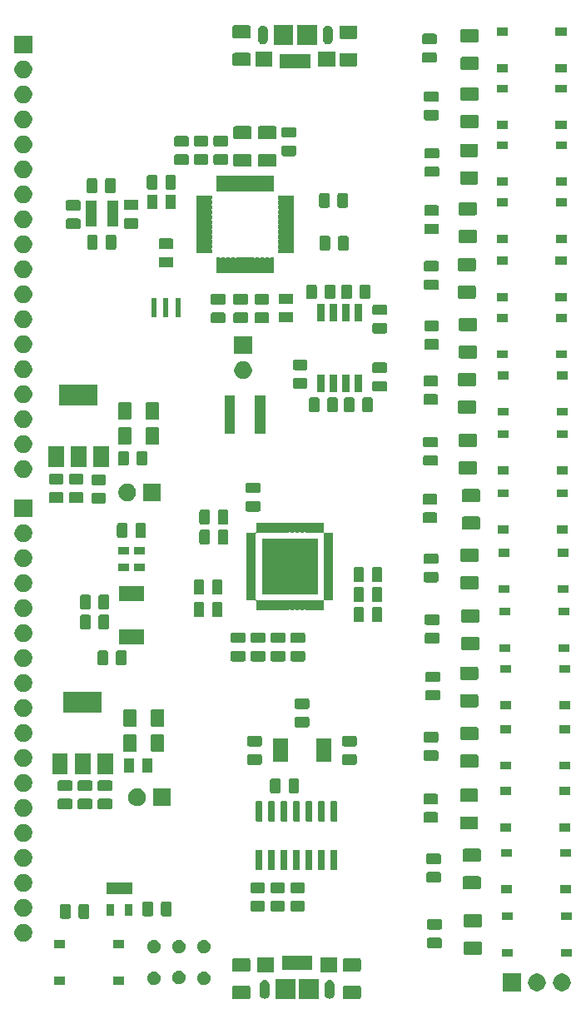
<source format=gbr>
G04 #@! TF.GenerationSoftware,KiCad,Pcbnew,(5.1.5-0-10_14)*
G04 #@! TF.CreationDate,2021-02-17T12:19:45-08:00*
G04 #@! TF.ProjectId,striVe_pcb,73747269-5665-45f7-9063-622e6b696361,rev?*
G04 #@! TF.SameCoordinates,Original*
G04 #@! TF.FileFunction,Soldermask,Top*
G04 #@! TF.FilePolarity,Negative*
%FSLAX46Y46*%
G04 Gerber Fmt 4.6, Leading zero omitted, Abs format (unit mm)*
G04 Created by KiCad (PCBNEW (5.1.5-0-10_14)) date 2021-02-17 12:19:45*
%MOMM*%
%LPD*%
G04 APERTURE LIST*
%ADD10C,0.100000*%
G04 APERTURE END LIST*
D10*
G36*
X165942755Y-141535488D02*
G01*
X163940755Y-141535488D01*
X163940755Y-139533488D01*
X165942755Y-139533488D01*
X165942755Y-141535488D01*
G37*
G36*
X163542755Y-141535488D02*
G01*
X161540755Y-141535488D01*
X161540755Y-139533488D01*
X163542755Y-139533488D01*
X163542755Y-141535488D01*
G37*
G36*
X170068604Y-140178347D02*
G01*
X170105144Y-140189432D01*
X170138821Y-140207433D01*
X170168341Y-140231659D01*
X170192567Y-140261179D01*
X170210568Y-140294856D01*
X170221653Y-140331396D01*
X170226000Y-140375538D01*
X170226000Y-141324462D01*
X170221653Y-141368604D01*
X170210568Y-141405144D01*
X170192567Y-141438821D01*
X170168341Y-141468341D01*
X170138821Y-141492567D01*
X170105144Y-141510568D01*
X170068604Y-141521653D01*
X170024462Y-141526000D01*
X168575538Y-141526000D01*
X168531396Y-141521653D01*
X168494856Y-141510568D01*
X168461179Y-141492567D01*
X168431659Y-141468341D01*
X168407433Y-141438821D01*
X168389432Y-141405144D01*
X168378347Y-141368604D01*
X168374000Y-141324462D01*
X168374000Y-140375538D01*
X168378347Y-140331396D01*
X168389432Y-140294856D01*
X168407433Y-140261179D01*
X168431659Y-140231659D01*
X168461179Y-140207433D01*
X168494856Y-140189432D01*
X168531396Y-140178347D01*
X168575538Y-140174000D01*
X170024462Y-140174000D01*
X170068604Y-140178347D01*
G37*
G36*
X158818604Y-140178347D02*
G01*
X158855144Y-140189432D01*
X158888821Y-140207433D01*
X158918341Y-140231659D01*
X158942567Y-140261179D01*
X158960568Y-140294856D01*
X158971653Y-140331396D01*
X158976000Y-140375538D01*
X158976000Y-141324462D01*
X158971653Y-141368604D01*
X158960568Y-141405144D01*
X158942567Y-141438821D01*
X158918341Y-141468341D01*
X158888821Y-141492567D01*
X158855144Y-141510568D01*
X158818604Y-141521653D01*
X158774462Y-141526000D01*
X157325538Y-141526000D01*
X157281396Y-141521653D01*
X157244856Y-141510568D01*
X157211179Y-141492567D01*
X157181659Y-141468341D01*
X157157433Y-141438821D01*
X157139432Y-141405144D01*
X157128347Y-141368604D01*
X157124000Y-141324462D01*
X157124000Y-140375538D01*
X157128347Y-140331396D01*
X157139432Y-140294856D01*
X157157433Y-140261179D01*
X157181659Y-140231659D01*
X157211179Y-140207433D01*
X157244856Y-140189432D01*
X157281396Y-140178347D01*
X157325538Y-140174000D01*
X158774462Y-140174000D01*
X158818604Y-140178347D01*
G37*
G36*
X167139967Y-139590737D02*
G01*
X167234406Y-139619385D01*
X167321442Y-139665906D01*
X167397730Y-139728513D01*
X167460337Y-139804801D01*
X167506858Y-139891836D01*
X167535506Y-139986275D01*
X167542755Y-140059876D01*
X167542755Y-141009100D01*
X167535506Y-141082701D01*
X167506858Y-141177140D01*
X167460337Y-141264175D01*
X167397730Y-141340463D01*
X167321442Y-141403070D01*
X167234407Y-141449591D01*
X167139968Y-141478239D01*
X167041755Y-141487912D01*
X166943543Y-141478239D01*
X166849104Y-141449591D01*
X166762069Y-141403070D01*
X166685781Y-141340463D01*
X166623174Y-141264175D01*
X166576653Y-141177140D01*
X166548005Y-141082701D01*
X166540756Y-141009100D01*
X166540756Y-141009098D01*
X166540755Y-141009088D01*
X166540755Y-140059877D01*
X166548004Y-139986276D01*
X166576652Y-139891837D01*
X166623173Y-139804801D01*
X166685780Y-139728513D01*
X166762068Y-139665906D01*
X166849103Y-139619385D01*
X166943542Y-139590737D01*
X167041755Y-139581064D01*
X167139967Y-139590737D01*
G37*
G36*
X160539967Y-139590737D02*
G01*
X160634406Y-139619385D01*
X160721442Y-139665906D01*
X160797730Y-139728513D01*
X160860337Y-139804801D01*
X160906858Y-139891836D01*
X160935506Y-139986275D01*
X160942755Y-140059876D01*
X160942755Y-141009100D01*
X160935506Y-141082701D01*
X160906858Y-141177140D01*
X160860337Y-141264175D01*
X160797730Y-141340463D01*
X160721442Y-141403070D01*
X160634407Y-141449591D01*
X160539968Y-141478239D01*
X160441755Y-141487912D01*
X160343543Y-141478239D01*
X160249104Y-141449591D01*
X160162069Y-141403070D01*
X160085781Y-141340463D01*
X160023174Y-141264175D01*
X159976653Y-141177140D01*
X159948005Y-141082701D01*
X159940756Y-141009100D01*
X159940756Y-141009098D01*
X159940755Y-141009088D01*
X159940755Y-140059877D01*
X159948004Y-139986276D01*
X159976652Y-139891837D01*
X160023173Y-139804801D01*
X160085780Y-139728513D01*
X160162068Y-139665906D01*
X160249103Y-139619385D01*
X160343542Y-139590737D01*
X160441755Y-139581064D01*
X160539967Y-139590737D01*
G37*
G36*
X190778612Y-138930927D02*
G01*
X190927912Y-138960624D01*
X191091884Y-139028544D01*
X191239454Y-139127147D01*
X191364953Y-139252646D01*
X191463556Y-139400216D01*
X191531476Y-139564188D01*
X191548334Y-139648943D01*
X191564162Y-139728513D01*
X191566100Y-139738259D01*
X191566100Y-139915741D01*
X191531476Y-140089812D01*
X191463556Y-140253784D01*
X191364953Y-140401354D01*
X191239454Y-140526853D01*
X191091884Y-140625456D01*
X190927912Y-140693376D01*
X190778612Y-140723073D01*
X190753842Y-140728000D01*
X190576358Y-140728000D01*
X190551588Y-140723073D01*
X190402288Y-140693376D01*
X190238316Y-140625456D01*
X190090746Y-140526853D01*
X189965247Y-140401354D01*
X189866644Y-140253784D01*
X189798724Y-140089812D01*
X189764100Y-139915741D01*
X189764100Y-139738259D01*
X189766039Y-139728513D01*
X189781866Y-139648943D01*
X189798724Y-139564188D01*
X189866644Y-139400216D01*
X189965247Y-139252646D01*
X190090746Y-139127147D01*
X190238316Y-139028544D01*
X190402288Y-138960624D01*
X190551588Y-138930927D01*
X190576358Y-138926000D01*
X190753842Y-138926000D01*
X190778612Y-138930927D01*
G37*
G36*
X188238612Y-138930927D02*
G01*
X188387912Y-138960624D01*
X188551884Y-139028544D01*
X188699454Y-139127147D01*
X188824953Y-139252646D01*
X188923556Y-139400216D01*
X188991476Y-139564188D01*
X189008334Y-139648943D01*
X189024162Y-139728513D01*
X189026100Y-139738259D01*
X189026100Y-139915741D01*
X188991476Y-140089812D01*
X188923556Y-140253784D01*
X188824953Y-140401354D01*
X188699454Y-140526853D01*
X188551884Y-140625456D01*
X188387912Y-140693376D01*
X188238612Y-140723073D01*
X188213842Y-140728000D01*
X188036358Y-140728000D01*
X188011588Y-140723073D01*
X187862288Y-140693376D01*
X187698316Y-140625456D01*
X187550746Y-140526853D01*
X187425247Y-140401354D01*
X187326644Y-140253784D01*
X187258724Y-140089812D01*
X187224100Y-139915741D01*
X187224100Y-139738259D01*
X187226039Y-139728513D01*
X187241866Y-139648943D01*
X187258724Y-139564188D01*
X187326644Y-139400216D01*
X187425247Y-139252646D01*
X187550746Y-139127147D01*
X187698316Y-139028544D01*
X187862288Y-138960624D01*
X188011588Y-138930927D01*
X188036358Y-138926000D01*
X188213842Y-138926000D01*
X188238612Y-138930927D01*
G37*
G36*
X186486100Y-140728000D02*
G01*
X184684100Y-140728000D01*
X184684100Y-138926000D01*
X186486100Y-138926000D01*
X186486100Y-140728000D01*
G37*
G36*
X154440098Y-138738022D02*
G01*
X154564941Y-138789734D01*
X154564943Y-138789735D01*
X154567059Y-138791149D01*
X154677299Y-138864809D01*
X154772851Y-138960361D01*
X154847926Y-139072719D01*
X154899638Y-139197562D01*
X154926000Y-139330094D01*
X154926000Y-139465226D01*
X154899638Y-139597758D01*
X154847926Y-139722601D01*
X154847925Y-139722603D01*
X154772851Y-139834959D01*
X154677299Y-139930511D01*
X154564943Y-140005585D01*
X154564942Y-140005586D01*
X154564941Y-140005586D01*
X154440098Y-140057298D01*
X154307566Y-140083660D01*
X154172434Y-140083660D01*
X154039902Y-140057298D01*
X153915059Y-140005586D01*
X153915058Y-140005586D01*
X153915057Y-140005585D01*
X153802701Y-139930511D01*
X153707149Y-139834959D01*
X153632075Y-139722603D01*
X153632074Y-139722601D01*
X153580362Y-139597758D01*
X153554000Y-139465226D01*
X153554000Y-139330094D01*
X153580362Y-139197562D01*
X153632074Y-139072719D01*
X153707149Y-138960361D01*
X153802701Y-138864809D01*
X153912941Y-138791149D01*
X153915057Y-138789735D01*
X153915059Y-138789734D01*
X154039902Y-138738022D01*
X154172434Y-138711660D01*
X154307566Y-138711660D01*
X154440098Y-138738022D01*
G37*
G36*
X149360098Y-138738022D02*
G01*
X149484941Y-138789734D01*
X149484943Y-138789735D01*
X149487059Y-138791149D01*
X149597299Y-138864809D01*
X149692851Y-138960361D01*
X149767926Y-139072719D01*
X149819638Y-139197562D01*
X149846000Y-139330094D01*
X149846000Y-139465226D01*
X149819638Y-139597758D01*
X149767926Y-139722601D01*
X149767925Y-139722603D01*
X149692851Y-139834959D01*
X149597299Y-139930511D01*
X149484943Y-140005585D01*
X149484942Y-140005586D01*
X149484941Y-140005586D01*
X149360098Y-140057298D01*
X149227566Y-140083660D01*
X149092434Y-140083660D01*
X148959902Y-140057298D01*
X148835059Y-140005586D01*
X148835058Y-140005586D01*
X148835057Y-140005585D01*
X148722701Y-139930511D01*
X148627149Y-139834959D01*
X148552075Y-139722603D01*
X148552074Y-139722601D01*
X148500362Y-139597758D01*
X148474000Y-139465226D01*
X148474000Y-139330094D01*
X148500362Y-139197562D01*
X148552074Y-139072719D01*
X148627149Y-138960361D01*
X148722701Y-138864809D01*
X148832941Y-138791149D01*
X148835057Y-138789735D01*
X148835059Y-138789734D01*
X148959902Y-138738022D01*
X149092434Y-138711660D01*
X149227566Y-138711660D01*
X149360098Y-138738022D01*
G37*
G36*
X140151000Y-140051000D02*
G01*
X139049000Y-140051000D01*
X139049000Y-139249000D01*
X140151000Y-139249000D01*
X140151000Y-140051000D01*
G37*
G36*
X146151000Y-140051000D02*
G01*
X145049000Y-140051000D01*
X145049000Y-139249000D01*
X146151000Y-139249000D01*
X146151000Y-140051000D01*
G37*
G36*
X151900098Y-138664362D02*
G01*
X152024941Y-138716074D01*
X152024943Y-138716075D01*
X152137299Y-138791149D01*
X152232851Y-138886701D01*
X152282246Y-138960625D01*
X152307926Y-138999059D01*
X152359638Y-139123902D01*
X152386000Y-139256434D01*
X152386000Y-139391566D01*
X152359638Y-139524098D01*
X152320168Y-139619386D01*
X152307925Y-139648943D01*
X152232851Y-139761299D01*
X152137299Y-139856851D01*
X152024943Y-139931925D01*
X152024942Y-139931926D01*
X152024941Y-139931926D01*
X151900098Y-139983638D01*
X151767566Y-140010000D01*
X151632434Y-140010000D01*
X151499902Y-139983638D01*
X151375059Y-139931926D01*
X151375058Y-139931926D01*
X151375057Y-139931925D01*
X151262701Y-139856851D01*
X151167149Y-139761299D01*
X151092075Y-139648943D01*
X151079832Y-139619386D01*
X151040362Y-139524098D01*
X151014000Y-139391566D01*
X151014000Y-139256434D01*
X151040362Y-139123902D01*
X151092074Y-138999059D01*
X151117755Y-138960625D01*
X151167149Y-138886701D01*
X151262701Y-138791149D01*
X151375057Y-138716075D01*
X151375059Y-138716074D01*
X151499902Y-138664362D01*
X151632434Y-138638000D01*
X151767566Y-138638000D01*
X151900098Y-138664362D01*
G37*
G36*
X161392755Y-138835488D02*
G01*
X159690755Y-138835488D01*
X159690755Y-137333488D01*
X161392755Y-137333488D01*
X161392755Y-138835488D01*
G37*
G36*
X167792755Y-138835488D02*
G01*
X166090755Y-138835488D01*
X166090755Y-137333488D01*
X167792755Y-137333488D01*
X167792755Y-138835488D01*
G37*
G36*
X158818604Y-137378347D02*
G01*
X158855144Y-137389432D01*
X158888821Y-137407433D01*
X158918341Y-137431659D01*
X158942567Y-137461179D01*
X158960568Y-137494856D01*
X158971653Y-137531396D01*
X158976000Y-137575538D01*
X158976000Y-138524462D01*
X158971653Y-138568604D01*
X158960568Y-138605144D01*
X158942567Y-138638821D01*
X158918341Y-138668341D01*
X158888821Y-138692567D01*
X158855144Y-138710568D01*
X158818604Y-138721653D01*
X158774462Y-138726000D01*
X157325538Y-138726000D01*
X157281396Y-138721653D01*
X157244856Y-138710568D01*
X157211179Y-138692567D01*
X157181659Y-138668341D01*
X157157433Y-138638821D01*
X157139432Y-138605144D01*
X157128347Y-138568604D01*
X157124000Y-138524462D01*
X157124000Y-137575538D01*
X157128347Y-137531396D01*
X157139432Y-137494856D01*
X157157433Y-137461179D01*
X157181659Y-137431659D01*
X157211179Y-137407433D01*
X157244856Y-137389432D01*
X157281396Y-137378347D01*
X157325538Y-137374000D01*
X158774462Y-137374000D01*
X158818604Y-137378347D01*
G37*
G36*
X170068604Y-137378347D02*
G01*
X170105144Y-137389432D01*
X170138821Y-137407433D01*
X170168341Y-137431659D01*
X170192567Y-137461179D01*
X170210568Y-137494856D01*
X170221653Y-137531396D01*
X170226000Y-137575538D01*
X170226000Y-138524462D01*
X170221653Y-138568604D01*
X170210568Y-138605144D01*
X170192567Y-138638821D01*
X170168341Y-138668341D01*
X170138821Y-138692567D01*
X170105144Y-138710568D01*
X170068604Y-138721653D01*
X170024462Y-138726000D01*
X168575538Y-138726000D01*
X168531396Y-138721653D01*
X168494856Y-138710568D01*
X168461179Y-138692567D01*
X168431659Y-138668341D01*
X168407433Y-138638821D01*
X168389432Y-138605144D01*
X168378347Y-138568604D01*
X168374000Y-138524462D01*
X168374000Y-137575538D01*
X168378347Y-137531396D01*
X168389432Y-137494856D01*
X168407433Y-137461179D01*
X168431659Y-137431659D01*
X168461179Y-137407433D01*
X168494856Y-137389432D01*
X168531396Y-137378347D01*
X168575538Y-137374000D01*
X170024462Y-137374000D01*
X170068604Y-137378347D01*
G37*
G36*
X165292755Y-138585488D02*
G01*
X162190755Y-138585488D01*
X162190755Y-137133488D01*
X165292755Y-137133488D01*
X165292755Y-138585488D01*
G37*
G36*
X191660600Y-137220809D02*
G01*
X190558600Y-137220809D01*
X190558600Y-136418809D01*
X191660600Y-136418809D01*
X191660600Y-137220809D01*
G37*
G36*
X185660600Y-137220809D02*
G01*
X184558600Y-137220809D01*
X184558600Y-136418809D01*
X185660600Y-136418809D01*
X185660600Y-137220809D01*
G37*
G36*
X182378204Y-135698156D02*
G01*
X182414744Y-135709241D01*
X182448421Y-135727242D01*
X182477941Y-135751468D01*
X182502167Y-135780988D01*
X182520168Y-135814665D01*
X182531253Y-135851205D01*
X182535600Y-135895347D01*
X182535600Y-136844271D01*
X182531253Y-136888413D01*
X182520168Y-136924953D01*
X182502167Y-136958630D01*
X182477941Y-136988150D01*
X182448421Y-137012376D01*
X182414744Y-137030377D01*
X182378204Y-137041462D01*
X182334062Y-137045809D01*
X180885138Y-137045809D01*
X180840996Y-137041462D01*
X180804456Y-137030377D01*
X180770779Y-137012376D01*
X180741259Y-136988150D01*
X180717033Y-136958630D01*
X180699032Y-136924953D01*
X180687947Y-136888413D01*
X180683600Y-136844271D01*
X180683600Y-135895347D01*
X180687947Y-135851205D01*
X180699032Y-135814665D01*
X180717033Y-135780988D01*
X180741259Y-135751468D01*
X180770779Y-135727242D01*
X180804456Y-135709241D01*
X180840996Y-135698156D01*
X180885138Y-135693809D01*
X182334062Y-135693809D01*
X182378204Y-135698156D01*
G37*
G36*
X154440098Y-135542702D02*
G01*
X154564941Y-135594414D01*
X154564943Y-135594415D01*
X154655372Y-135654838D01*
X154677299Y-135669489D01*
X154772851Y-135765041D01*
X154847926Y-135877399D01*
X154899638Y-136002242D01*
X154926000Y-136134774D01*
X154926000Y-136269906D01*
X154899638Y-136402438D01*
X154847926Y-136527281D01*
X154847925Y-136527283D01*
X154772851Y-136639639D01*
X154677299Y-136735191D01*
X154564943Y-136810265D01*
X154564942Y-136810266D01*
X154564941Y-136810266D01*
X154440098Y-136861978D01*
X154307566Y-136888340D01*
X154172434Y-136888340D01*
X154039902Y-136861978D01*
X153915059Y-136810266D01*
X153915058Y-136810266D01*
X153915057Y-136810265D01*
X153802701Y-136735191D01*
X153707149Y-136639639D01*
X153632075Y-136527283D01*
X153632074Y-136527281D01*
X153580362Y-136402438D01*
X153554000Y-136269906D01*
X153554000Y-136134774D01*
X153580362Y-136002242D01*
X153632074Y-135877399D01*
X153707149Y-135765041D01*
X153802701Y-135669489D01*
X153824628Y-135654838D01*
X153915057Y-135594415D01*
X153915059Y-135594414D01*
X154039902Y-135542702D01*
X154172434Y-135516340D01*
X154307566Y-135516340D01*
X154440098Y-135542702D01*
G37*
G36*
X151900098Y-135542702D02*
G01*
X152024941Y-135594414D01*
X152024943Y-135594415D01*
X152115372Y-135654838D01*
X152137299Y-135669489D01*
X152232851Y-135765041D01*
X152307926Y-135877399D01*
X152359638Y-136002242D01*
X152386000Y-136134774D01*
X152386000Y-136269906D01*
X152359638Y-136402438D01*
X152307926Y-136527281D01*
X152307925Y-136527283D01*
X152232851Y-136639639D01*
X152137299Y-136735191D01*
X152024943Y-136810265D01*
X152024942Y-136810266D01*
X152024941Y-136810266D01*
X151900098Y-136861978D01*
X151767566Y-136888340D01*
X151632434Y-136888340D01*
X151499902Y-136861978D01*
X151375059Y-136810266D01*
X151375058Y-136810266D01*
X151375057Y-136810265D01*
X151262701Y-136735191D01*
X151167149Y-136639639D01*
X151092075Y-136527283D01*
X151092074Y-136527281D01*
X151040362Y-136402438D01*
X151014000Y-136269906D01*
X151014000Y-136134774D01*
X151040362Y-136002242D01*
X151092074Y-135877399D01*
X151167149Y-135765041D01*
X151262701Y-135669489D01*
X151284628Y-135654838D01*
X151375057Y-135594415D01*
X151375059Y-135594414D01*
X151499902Y-135542702D01*
X151632434Y-135516340D01*
X151767566Y-135516340D01*
X151900098Y-135542702D01*
G37*
G36*
X149360098Y-135542702D02*
G01*
X149484941Y-135594414D01*
X149484943Y-135594415D01*
X149575372Y-135654838D01*
X149597299Y-135669489D01*
X149692851Y-135765041D01*
X149767926Y-135877399D01*
X149819638Y-136002242D01*
X149846000Y-136134774D01*
X149846000Y-136269906D01*
X149819638Y-136402438D01*
X149767926Y-136527281D01*
X149767925Y-136527283D01*
X149692851Y-136639639D01*
X149597299Y-136735191D01*
X149484943Y-136810265D01*
X149484942Y-136810266D01*
X149484941Y-136810266D01*
X149360098Y-136861978D01*
X149227566Y-136888340D01*
X149092434Y-136888340D01*
X148959902Y-136861978D01*
X148835059Y-136810266D01*
X148835058Y-136810266D01*
X148835057Y-136810265D01*
X148722701Y-136735191D01*
X148627149Y-136639639D01*
X148552075Y-136527283D01*
X148552074Y-136527281D01*
X148500362Y-136402438D01*
X148474000Y-136269906D01*
X148474000Y-136134774D01*
X148500362Y-136002242D01*
X148552074Y-135877399D01*
X148627149Y-135765041D01*
X148722701Y-135669489D01*
X148744628Y-135654838D01*
X148835057Y-135594415D01*
X148835059Y-135594414D01*
X148959902Y-135542702D01*
X149092434Y-135516340D01*
X149227566Y-135516340D01*
X149360098Y-135542702D01*
G37*
G36*
X146151000Y-136351000D02*
G01*
X145049000Y-136351000D01*
X145049000Y-135549000D01*
X146151000Y-135549000D01*
X146151000Y-136351000D01*
G37*
G36*
X140151000Y-136351000D02*
G01*
X139049000Y-136351000D01*
X139049000Y-135549000D01*
X140151000Y-135549000D01*
X140151000Y-136351000D01*
G37*
G36*
X178294068Y-135273374D02*
G01*
X178332738Y-135285105D01*
X178368377Y-135304155D01*
X178399617Y-135329792D01*
X178425254Y-135361032D01*
X178444304Y-135396671D01*
X178456035Y-135435341D01*
X178460600Y-135481697D01*
X178460600Y-136132921D01*
X178456035Y-136179277D01*
X178444304Y-136217947D01*
X178425254Y-136253586D01*
X178399617Y-136284826D01*
X178368377Y-136310463D01*
X178332738Y-136329513D01*
X178294068Y-136341244D01*
X178247712Y-136345809D01*
X177171488Y-136345809D01*
X177125132Y-136341244D01*
X177086462Y-136329513D01*
X177050823Y-136310463D01*
X177019583Y-136284826D01*
X176993946Y-136253586D01*
X176974896Y-136217947D01*
X176963165Y-136179277D01*
X176958600Y-136132921D01*
X176958600Y-135481697D01*
X176963165Y-135435341D01*
X176974896Y-135396671D01*
X176993946Y-135361032D01*
X177019583Y-135329792D01*
X177050823Y-135304155D01*
X177086462Y-135285105D01*
X177125132Y-135273374D01*
X177171488Y-135268809D01*
X178247712Y-135268809D01*
X178294068Y-135273374D01*
G37*
G36*
X136013722Y-133892390D02*
G01*
X136163022Y-133922087D01*
X136326994Y-133990007D01*
X136474564Y-134088610D01*
X136600063Y-134214109D01*
X136698666Y-134361679D01*
X136766586Y-134525651D01*
X136801210Y-134699722D01*
X136801210Y-134877204D01*
X136766586Y-135051275D01*
X136698666Y-135215247D01*
X136600063Y-135362817D01*
X136474564Y-135488316D01*
X136326994Y-135586919D01*
X136163022Y-135654839D01*
X136013722Y-135684536D01*
X135988952Y-135689463D01*
X135811468Y-135689463D01*
X135786698Y-135684536D01*
X135637398Y-135654839D01*
X135473426Y-135586919D01*
X135325856Y-135488316D01*
X135200357Y-135362817D01*
X135101754Y-135215247D01*
X135033834Y-135051275D01*
X134999210Y-134877204D01*
X134999210Y-134699722D01*
X135033834Y-134525651D01*
X135101754Y-134361679D01*
X135200357Y-134214109D01*
X135325856Y-134088610D01*
X135473426Y-133990007D01*
X135637398Y-133922087D01*
X135786698Y-133892390D01*
X135811468Y-133887463D01*
X135988952Y-133887463D01*
X136013722Y-133892390D01*
G37*
G36*
X178294068Y-133398374D02*
G01*
X178332738Y-133410105D01*
X178368377Y-133429155D01*
X178399617Y-133454792D01*
X178425254Y-133486032D01*
X178444304Y-133521671D01*
X178456035Y-133560341D01*
X178460600Y-133606697D01*
X178460600Y-134257921D01*
X178456035Y-134304277D01*
X178444304Y-134342947D01*
X178425254Y-134378586D01*
X178399617Y-134409826D01*
X178368377Y-134435463D01*
X178332738Y-134454513D01*
X178294068Y-134466244D01*
X178247712Y-134470809D01*
X177171488Y-134470809D01*
X177125132Y-134466244D01*
X177086462Y-134454513D01*
X177050823Y-134435463D01*
X177019583Y-134409826D01*
X176993946Y-134378586D01*
X176974896Y-134342947D01*
X176963165Y-134304277D01*
X176958600Y-134257921D01*
X176958600Y-133606697D01*
X176963165Y-133560341D01*
X176974896Y-133521671D01*
X176993946Y-133486032D01*
X177019583Y-133454792D01*
X177050823Y-133429155D01*
X177086462Y-133410105D01*
X177125132Y-133398374D01*
X177171488Y-133393809D01*
X178247712Y-133393809D01*
X178294068Y-133398374D01*
G37*
G36*
X182378204Y-132898156D02*
G01*
X182414744Y-132909241D01*
X182448421Y-132927242D01*
X182477941Y-132951468D01*
X182502167Y-132980988D01*
X182520168Y-133014665D01*
X182531253Y-133051205D01*
X182535600Y-133095347D01*
X182535600Y-134044271D01*
X182531253Y-134088413D01*
X182520168Y-134124953D01*
X182502167Y-134158630D01*
X182477941Y-134188150D01*
X182448421Y-134212376D01*
X182414744Y-134230377D01*
X182378204Y-134241462D01*
X182334062Y-134245809D01*
X180885138Y-134245809D01*
X180840996Y-134241462D01*
X180804456Y-134230377D01*
X180770779Y-134212376D01*
X180741259Y-134188150D01*
X180717033Y-134158630D01*
X180699032Y-134124953D01*
X180687947Y-134088413D01*
X180683600Y-134044271D01*
X180683600Y-133095347D01*
X180687947Y-133051205D01*
X180699032Y-133014665D01*
X180717033Y-132980988D01*
X180741259Y-132951468D01*
X180770779Y-132927242D01*
X180804456Y-132909241D01*
X180840996Y-132898156D01*
X180885138Y-132893809D01*
X182334062Y-132893809D01*
X182378204Y-132898156D01*
G37*
G36*
X191660600Y-133520809D02*
G01*
X190558600Y-133520809D01*
X190558600Y-132718809D01*
X191660600Y-132718809D01*
X191660600Y-133520809D01*
G37*
G36*
X185660600Y-133520809D02*
G01*
X184558600Y-133520809D01*
X184558600Y-132718809D01*
X185660600Y-132718809D01*
X185660600Y-133520809D01*
G37*
G36*
X142415468Y-131869565D02*
G01*
X142454138Y-131881296D01*
X142489777Y-131900346D01*
X142521017Y-131925983D01*
X142546654Y-131957223D01*
X142565704Y-131992862D01*
X142577435Y-132031532D01*
X142582000Y-132077888D01*
X142582000Y-133154112D01*
X142577435Y-133200468D01*
X142565704Y-133239138D01*
X142546654Y-133274777D01*
X142521017Y-133306017D01*
X142489777Y-133331654D01*
X142454138Y-133350704D01*
X142415468Y-133362435D01*
X142369112Y-133367000D01*
X141717888Y-133367000D01*
X141671532Y-133362435D01*
X141632862Y-133350704D01*
X141597223Y-133331654D01*
X141565983Y-133306017D01*
X141540346Y-133274777D01*
X141521296Y-133239138D01*
X141509565Y-133200468D01*
X141505000Y-133154112D01*
X141505000Y-132077888D01*
X141509565Y-132031532D01*
X141521296Y-131992862D01*
X141540346Y-131957223D01*
X141565983Y-131925983D01*
X141597223Y-131900346D01*
X141632862Y-131881296D01*
X141671532Y-131869565D01*
X141717888Y-131865000D01*
X142369112Y-131865000D01*
X142415468Y-131869565D01*
G37*
G36*
X140540468Y-131869565D02*
G01*
X140579138Y-131881296D01*
X140614777Y-131900346D01*
X140646017Y-131925983D01*
X140671654Y-131957223D01*
X140690704Y-131992862D01*
X140702435Y-132031532D01*
X140707000Y-132077888D01*
X140707000Y-133154112D01*
X140702435Y-133200468D01*
X140690704Y-133239138D01*
X140671654Y-133274777D01*
X140646017Y-133306017D01*
X140614777Y-133331654D01*
X140579138Y-133350704D01*
X140540468Y-133362435D01*
X140494112Y-133367000D01*
X139842888Y-133367000D01*
X139796532Y-133362435D01*
X139757862Y-133350704D01*
X139722223Y-133331654D01*
X139690983Y-133306017D01*
X139665346Y-133274777D01*
X139646296Y-133239138D01*
X139634565Y-133200468D01*
X139630000Y-133154112D01*
X139630000Y-132077888D01*
X139634565Y-132031532D01*
X139646296Y-131992862D01*
X139665346Y-131957223D01*
X139690983Y-131925983D01*
X139722223Y-131900346D01*
X139757862Y-131881296D01*
X139796532Y-131869565D01*
X139842888Y-131865000D01*
X140494112Y-131865000D01*
X140540468Y-131869565D01*
G37*
G36*
X136013722Y-131352390D02*
G01*
X136163022Y-131382087D01*
X136326994Y-131450007D01*
X136474564Y-131548610D01*
X136600063Y-131674109D01*
X136698666Y-131821679D01*
X136766586Y-131985651D01*
X136801210Y-132159722D01*
X136801210Y-132337204D01*
X136766586Y-132511275D01*
X136698666Y-132675247D01*
X136600063Y-132822817D01*
X136474564Y-132948316D01*
X136326994Y-133046919D01*
X136163022Y-133114839D01*
X136013722Y-133144536D01*
X135988952Y-133149463D01*
X135811468Y-133149463D01*
X135786698Y-133144536D01*
X135637398Y-133114839D01*
X135473426Y-133046919D01*
X135325856Y-132948316D01*
X135200357Y-132822817D01*
X135101754Y-132675247D01*
X135033834Y-132511275D01*
X134999210Y-132337204D01*
X134999210Y-132159722D01*
X135033834Y-131985651D01*
X135101754Y-131821679D01*
X135200357Y-131674109D01*
X135325856Y-131548610D01*
X135473426Y-131450007D01*
X135637398Y-131382087D01*
X135786698Y-131352390D01*
X135811468Y-131347463D01*
X135988952Y-131347463D01*
X136013722Y-131352390D01*
G37*
G36*
X148922468Y-131615565D02*
G01*
X148961138Y-131627296D01*
X148996777Y-131646346D01*
X149028017Y-131671983D01*
X149053654Y-131703223D01*
X149072704Y-131738862D01*
X149084435Y-131777532D01*
X149089000Y-131823888D01*
X149089000Y-132900112D01*
X149084435Y-132946468D01*
X149072704Y-132985138D01*
X149053654Y-133020777D01*
X149028017Y-133052017D01*
X148996777Y-133077654D01*
X148961138Y-133096704D01*
X148922468Y-133108435D01*
X148876112Y-133113000D01*
X148224888Y-133113000D01*
X148178532Y-133108435D01*
X148139862Y-133096704D01*
X148104223Y-133077654D01*
X148072983Y-133052017D01*
X148047346Y-133020777D01*
X148028296Y-132985138D01*
X148016565Y-132946468D01*
X148012000Y-132900112D01*
X148012000Y-131823888D01*
X148016565Y-131777532D01*
X148028296Y-131738862D01*
X148047346Y-131703223D01*
X148072983Y-131671983D01*
X148104223Y-131646346D01*
X148139862Y-131627296D01*
X148178532Y-131615565D01*
X148224888Y-131611000D01*
X148876112Y-131611000D01*
X148922468Y-131615565D01*
G37*
G36*
X150797468Y-131615565D02*
G01*
X150836138Y-131627296D01*
X150871777Y-131646346D01*
X150903017Y-131671983D01*
X150928654Y-131703223D01*
X150947704Y-131738862D01*
X150959435Y-131777532D01*
X150964000Y-131823888D01*
X150964000Y-132900112D01*
X150959435Y-132946468D01*
X150947704Y-132985138D01*
X150928654Y-133020777D01*
X150903017Y-133052017D01*
X150871777Y-133077654D01*
X150836138Y-133096704D01*
X150797468Y-133108435D01*
X150751112Y-133113000D01*
X150099888Y-133113000D01*
X150053532Y-133108435D01*
X150014862Y-133096704D01*
X149979223Y-133077654D01*
X149947983Y-133052017D01*
X149922346Y-133020777D01*
X149903296Y-132985138D01*
X149891565Y-132946468D01*
X149887000Y-132900112D01*
X149887000Y-131823888D01*
X149891565Y-131777532D01*
X149903296Y-131738862D01*
X149922346Y-131703223D01*
X149947983Y-131671983D01*
X149979223Y-131646346D01*
X150014862Y-131627296D01*
X150053532Y-131615565D01*
X150099888Y-131611000D01*
X150751112Y-131611000D01*
X150797468Y-131615565D01*
G37*
G36*
X145104000Y-133027000D02*
G01*
X144352000Y-133027000D01*
X144352000Y-131865000D01*
X145104000Y-131865000D01*
X145104000Y-133027000D01*
G37*
G36*
X147004000Y-133027000D02*
G01*
X146252000Y-133027000D01*
X146252000Y-131865000D01*
X147004000Y-131865000D01*
X147004000Y-133027000D01*
G37*
G36*
X164370488Y-131539945D02*
G01*
X164409158Y-131551676D01*
X164444797Y-131570726D01*
X164476037Y-131596363D01*
X164501674Y-131627603D01*
X164520724Y-131663242D01*
X164532455Y-131701912D01*
X164537020Y-131748268D01*
X164537020Y-132399492D01*
X164532455Y-132445848D01*
X164520724Y-132484518D01*
X164501674Y-132520157D01*
X164476037Y-132551397D01*
X164444797Y-132577034D01*
X164409158Y-132596084D01*
X164370488Y-132607815D01*
X164324132Y-132612380D01*
X163247908Y-132612380D01*
X163201552Y-132607815D01*
X163162882Y-132596084D01*
X163127243Y-132577034D01*
X163096003Y-132551397D01*
X163070366Y-132520157D01*
X163051316Y-132484518D01*
X163039585Y-132445848D01*
X163035020Y-132399492D01*
X163035020Y-131748268D01*
X163039585Y-131701912D01*
X163051316Y-131663242D01*
X163070366Y-131627603D01*
X163096003Y-131596363D01*
X163127243Y-131570726D01*
X163162882Y-131551676D01*
X163201552Y-131539945D01*
X163247908Y-131535380D01*
X164324132Y-131535380D01*
X164370488Y-131539945D01*
G37*
G36*
X160306488Y-131539945D02*
G01*
X160345158Y-131551676D01*
X160380797Y-131570726D01*
X160412037Y-131596363D01*
X160437674Y-131627603D01*
X160456724Y-131663242D01*
X160468455Y-131701912D01*
X160473020Y-131748268D01*
X160473020Y-132399492D01*
X160468455Y-132445848D01*
X160456724Y-132484518D01*
X160437674Y-132520157D01*
X160412037Y-132551397D01*
X160380797Y-132577034D01*
X160345158Y-132596084D01*
X160306488Y-132607815D01*
X160260132Y-132612380D01*
X159183908Y-132612380D01*
X159137552Y-132607815D01*
X159098882Y-132596084D01*
X159063243Y-132577034D01*
X159032003Y-132551397D01*
X159006366Y-132520157D01*
X158987316Y-132484518D01*
X158975585Y-132445848D01*
X158971020Y-132399492D01*
X158971020Y-131748268D01*
X158975585Y-131701912D01*
X158987316Y-131663242D01*
X159006366Y-131627603D01*
X159032003Y-131596363D01*
X159063243Y-131570726D01*
X159098882Y-131551676D01*
X159137552Y-131539945D01*
X159183908Y-131535380D01*
X160260132Y-131535380D01*
X160306488Y-131539945D01*
G37*
G36*
X162338488Y-131539945D02*
G01*
X162377158Y-131551676D01*
X162412797Y-131570726D01*
X162444037Y-131596363D01*
X162469674Y-131627603D01*
X162488724Y-131663242D01*
X162500455Y-131701912D01*
X162505020Y-131748268D01*
X162505020Y-132399492D01*
X162500455Y-132445848D01*
X162488724Y-132484518D01*
X162469674Y-132520157D01*
X162444037Y-132551397D01*
X162412797Y-132577034D01*
X162377158Y-132596084D01*
X162338488Y-132607815D01*
X162292132Y-132612380D01*
X161215908Y-132612380D01*
X161169552Y-132607815D01*
X161130882Y-132596084D01*
X161095243Y-132577034D01*
X161064003Y-132551397D01*
X161038366Y-132520157D01*
X161019316Y-132484518D01*
X161007585Y-132445848D01*
X161003020Y-132399492D01*
X161003020Y-131748268D01*
X161007585Y-131701912D01*
X161019316Y-131663242D01*
X161038366Y-131627603D01*
X161064003Y-131596363D01*
X161095243Y-131570726D01*
X161130882Y-131551676D01*
X161169552Y-131539945D01*
X161215908Y-131535380D01*
X162292132Y-131535380D01*
X162338488Y-131539945D01*
G37*
G36*
X147004000Y-130827000D02*
G01*
X144352000Y-130827000D01*
X144352000Y-129665000D01*
X147004000Y-129665000D01*
X147004000Y-130827000D01*
G37*
G36*
X185561000Y-130761000D02*
G01*
X184459000Y-130761000D01*
X184459000Y-129959000D01*
X185561000Y-129959000D01*
X185561000Y-130761000D01*
G37*
G36*
X191561000Y-130761000D02*
G01*
X190459000Y-130761000D01*
X190459000Y-129959000D01*
X191561000Y-129959000D01*
X191561000Y-130761000D01*
G37*
G36*
X162338488Y-129664945D02*
G01*
X162377158Y-129676676D01*
X162412797Y-129695726D01*
X162444037Y-129721363D01*
X162469674Y-129752603D01*
X162488724Y-129788242D01*
X162500455Y-129826912D01*
X162505020Y-129873268D01*
X162505020Y-130524492D01*
X162500455Y-130570848D01*
X162488724Y-130609518D01*
X162469674Y-130645157D01*
X162444037Y-130676397D01*
X162412797Y-130702034D01*
X162377158Y-130721084D01*
X162338488Y-130732815D01*
X162292132Y-130737380D01*
X161215908Y-130737380D01*
X161169552Y-130732815D01*
X161130882Y-130721084D01*
X161095243Y-130702034D01*
X161064003Y-130676397D01*
X161038366Y-130645157D01*
X161019316Y-130609518D01*
X161007585Y-130570848D01*
X161003020Y-130524492D01*
X161003020Y-129873268D01*
X161007585Y-129826912D01*
X161019316Y-129788242D01*
X161038366Y-129752603D01*
X161064003Y-129721363D01*
X161095243Y-129695726D01*
X161130882Y-129676676D01*
X161169552Y-129664945D01*
X161215908Y-129660380D01*
X162292132Y-129660380D01*
X162338488Y-129664945D01*
G37*
G36*
X164370488Y-129664945D02*
G01*
X164409158Y-129676676D01*
X164444797Y-129695726D01*
X164476037Y-129721363D01*
X164501674Y-129752603D01*
X164520724Y-129788242D01*
X164532455Y-129826912D01*
X164537020Y-129873268D01*
X164537020Y-130524492D01*
X164532455Y-130570848D01*
X164520724Y-130609518D01*
X164501674Y-130645157D01*
X164476037Y-130676397D01*
X164444797Y-130702034D01*
X164409158Y-130721084D01*
X164370488Y-130732815D01*
X164324132Y-130737380D01*
X163247908Y-130737380D01*
X163201552Y-130732815D01*
X163162882Y-130721084D01*
X163127243Y-130702034D01*
X163096003Y-130676397D01*
X163070366Y-130645157D01*
X163051316Y-130609518D01*
X163039585Y-130570848D01*
X163035020Y-130524492D01*
X163035020Y-129873268D01*
X163039585Y-129826912D01*
X163051316Y-129788242D01*
X163070366Y-129752603D01*
X163096003Y-129721363D01*
X163127243Y-129695726D01*
X163162882Y-129676676D01*
X163201552Y-129664945D01*
X163247908Y-129660380D01*
X164324132Y-129660380D01*
X164370488Y-129664945D01*
G37*
G36*
X160306488Y-129664945D02*
G01*
X160345158Y-129676676D01*
X160380797Y-129695726D01*
X160412037Y-129721363D01*
X160437674Y-129752603D01*
X160456724Y-129788242D01*
X160468455Y-129826912D01*
X160473020Y-129873268D01*
X160473020Y-130524492D01*
X160468455Y-130570848D01*
X160456724Y-130609518D01*
X160437674Y-130645157D01*
X160412037Y-130676397D01*
X160380797Y-130702034D01*
X160345158Y-130721084D01*
X160306488Y-130732815D01*
X160260132Y-130737380D01*
X159183908Y-130737380D01*
X159137552Y-130732815D01*
X159098882Y-130721084D01*
X159063243Y-130702034D01*
X159032003Y-130676397D01*
X159006366Y-130645157D01*
X158987316Y-130609518D01*
X158975585Y-130570848D01*
X158971020Y-130524492D01*
X158971020Y-129873268D01*
X158975585Y-129826912D01*
X158987316Y-129788242D01*
X159006366Y-129752603D01*
X159032003Y-129721363D01*
X159063243Y-129695726D01*
X159098882Y-129676676D01*
X159137552Y-129664945D01*
X159183908Y-129660380D01*
X160260132Y-129660380D01*
X160306488Y-129664945D01*
G37*
G36*
X136013722Y-128812390D02*
G01*
X136163022Y-128842087D01*
X136326994Y-128910007D01*
X136474564Y-129008610D01*
X136600063Y-129134109D01*
X136698666Y-129281679D01*
X136766586Y-129445651D01*
X136801210Y-129619722D01*
X136801210Y-129797204D01*
X136766586Y-129971275D01*
X136698666Y-130135247D01*
X136600063Y-130282817D01*
X136474564Y-130408316D01*
X136326994Y-130506919D01*
X136163022Y-130574839D01*
X136013722Y-130604536D01*
X135988952Y-130609463D01*
X135811468Y-130609463D01*
X135786698Y-130604536D01*
X135637398Y-130574839D01*
X135473426Y-130506919D01*
X135325856Y-130408316D01*
X135200357Y-130282817D01*
X135101754Y-130135247D01*
X135033834Y-129971275D01*
X134999210Y-129797204D01*
X134999210Y-129619722D01*
X135033834Y-129445651D01*
X135101754Y-129281679D01*
X135200357Y-129134109D01*
X135325856Y-129008610D01*
X135473426Y-128910007D01*
X135637398Y-128842087D01*
X135786698Y-128812390D01*
X135811468Y-128807463D01*
X135988952Y-128807463D01*
X136013722Y-128812390D01*
G37*
G36*
X182278604Y-129038347D02*
G01*
X182315144Y-129049432D01*
X182348821Y-129067433D01*
X182378341Y-129091659D01*
X182402567Y-129121179D01*
X182420568Y-129154856D01*
X182431653Y-129191396D01*
X182436000Y-129235538D01*
X182436000Y-130184462D01*
X182431653Y-130228604D01*
X182420568Y-130265144D01*
X182402567Y-130298821D01*
X182378341Y-130328341D01*
X182348821Y-130352567D01*
X182315144Y-130370568D01*
X182278604Y-130381653D01*
X182234462Y-130386000D01*
X180785538Y-130386000D01*
X180741396Y-130381653D01*
X180704856Y-130370568D01*
X180671179Y-130352567D01*
X180641659Y-130328341D01*
X180617433Y-130298821D01*
X180599432Y-130265144D01*
X180588347Y-130228604D01*
X180584000Y-130184462D01*
X180584000Y-129235538D01*
X180588347Y-129191396D01*
X180599432Y-129154856D01*
X180617433Y-129121179D01*
X180641659Y-129091659D01*
X180671179Y-129067433D01*
X180704856Y-129049432D01*
X180741396Y-129038347D01*
X180785538Y-129034000D01*
X182234462Y-129034000D01*
X182278604Y-129038347D01*
G37*
G36*
X178194468Y-128613565D02*
G01*
X178233138Y-128625296D01*
X178268777Y-128644346D01*
X178300017Y-128669983D01*
X178325654Y-128701223D01*
X178344704Y-128736862D01*
X178356435Y-128775532D01*
X178361000Y-128821888D01*
X178361000Y-129473112D01*
X178356435Y-129519468D01*
X178344704Y-129558138D01*
X178325654Y-129593777D01*
X178300017Y-129625017D01*
X178268777Y-129650654D01*
X178233138Y-129669704D01*
X178194468Y-129681435D01*
X178148112Y-129686000D01*
X177071888Y-129686000D01*
X177025532Y-129681435D01*
X176986862Y-129669704D01*
X176951223Y-129650654D01*
X176919983Y-129625017D01*
X176894346Y-129593777D01*
X176875296Y-129558138D01*
X176863565Y-129519468D01*
X176859000Y-129473112D01*
X176859000Y-128821888D01*
X176863565Y-128775532D01*
X176875296Y-128736862D01*
X176894346Y-128701223D01*
X176919983Y-128669983D01*
X176951223Y-128644346D01*
X176986862Y-128625296D01*
X177025532Y-128613565D01*
X177071888Y-128609000D01*
X178148112Y-128609000D01*
X178194468Y-128613565D01*
G37*
G36*
X163933948Y-126360144D02*
G01*
X163955029Y-126366540D01*
X163974465Y-126376928D01*
X163991496Y-126390904D01*
X164005472Y-126407935D01*
X164015860Y-126427371D01*
X164022256Y-126448452D01*
X164025020Y-126476520D01*
X164025020Y-128290240D01*
X164022256Y-128318308D01*
X164015860Y-128339389D01*
X164005472Y-128358825D01*
X163991496Y-128375856D01*
X163974465Y-128389832D01*
X163955029Y-128400220D01*
X163933948Y-128406616D01*
X163905880Y-128409380D01*
X163442160Y-128409380D01*
X163414092Y-128406616D01*
X163393011Y-128400220D01*
X163373575Y-128389832D01*
X163356544Y-128375856D01*
X163342568Y-128358825D01*
X163332180Y-128339389D01*
X163325784Y-128318308D01*
X163323020Y-128290240D01*
X163323020Y-126476520D01*
X163325784Y-126448452D01*
X163332180Y-126427371D01*
X163342568Y-126407935D01*
X163356544Y-126390904D01*
X163373575Y-126376928D01*
X163393011Y-126366540D01*
X163414092Y-126360144D01*
X163442160Y-126357380D01*
X163905880Y-126357380D01*
X163933948Y-126360144D01*
G37*
G36*
X166473948Y-126360144D02*
G01*
X166495029Y-126366540D01*
X166514465Y-126376928D01*
X166531496Y-126390904D01*
X166545472Y-126407935D01*
X166555860Y-126427371D01*
X166562256Y-126448452D01*
X166565020Y-126476520D01*
X166565020Y-128290240D01*
X166562256Y-128318308D01*
X166555860Y-128339389D01*
X166545472Y-128358825D01*
X166531496Y-128375856D01*
X166514465Y-128389832D01*
X166495029Y-128400220D01*
X166473948Y-128406616D01*
X166445880Y-128409380D01*
X165982160Y-128409380D01*
X165954092Y-128406616D01*
X165933011Y-128400220D01*
X165913575Y-128389832D01*
X165896544Y-128375856D01*
X165882568Y-128358825D01*
X165872180Y-128339389D01*
X165865784Y-128318308D01*
X165863020Y-128290240D01*
X165863020Y-126476520D01*
X165865784Y-126448452D01*
X165872180Y-126427371D01*
X165882568Y-126407935D01*
X165896544Y-126390904D01*
X165913575Y-126376928D01*
X165933011Y-126366540D01*
X165954092Y-126360144D01*
X165982160Y-126357380D01*
X166445880Y-126357380D01*
X166473948Y-126360144D01*
G37*
G36*
X162663948Y-126360144D02*
G01*
X162685029Y-126366540D01*
X162704465Y-126376928D01*
X162721496Y-126390904D01*
X162735472Y-126407935D01*
X162745860Y-126427371D01*
X162752256Y-126448452D01*
X162755020Y-126476520D01*
X162755020Y-128290240D01*
X162752256Y-128318308D01*
X162745860Y-128339389D01*
X162735472Y-128358825D01*
X162721496Y-128375856D01*
X162704465Y-128389832D01*
X162685029Y-128400220D01*
X162663948Y-128406616D01*
X162635880Y-128409380D01*
X162172160Y-128409380D01*
X162144092Y-128406616D01*
X162123011Y-128400220D01*
X162103575Y-128389832D01*
X162086544Y-128375856D01*
X162072568Y-128358825D01*
X162062180Y-128339389D01*
X162055784Y-128318308D01*
X162053020Y-128290240D01*
X162053020Y-126476520D01*
X162055784Y-126448452D01*
X162062180Y-126427371D01*
X162072568Y-126407935D01*
X162086544Y-126390904D01*
X162103575Y-126376928D01*
X162123011Y-126366540D01*
X162144092Y-126360144D01*
X162172160Y-126357380D01*
X162635880Y-126357380D01*
X162663948Y-126360144D01*
G37*
G36*
X165203948Y-126360144D02*
G01*
X165225029Y-126366540D01*
X165244465Y-126376928D01*
X165261496Y-126390904D01*
X165275472Y-126407935D01*
X165285860Y-126427371D01*
X165292256Y-126448452D01*
X165295020Y-126476520D01*
X165295020Y-128290240D01*
X165292256Y-128318308D01*
X165285860Y-128339389D01*
X165275472Y-128358825D01*
X165261496Y-128375856D01*
X165244465Y-128389832D01*
X165225029Y-128400220D01*
X165203948Y-128406616D01*
X165175880Y-128409380D01*
X164712160Y-128409380D01*
X164684092Y-128406616D01*
X164663011Y-128400220D01*
X164643575Y-128389832D01*
X164626544Y-128375856D01*
X164612568Y-128358825D01*
X164602180Y-128339389D01*
X164595784Y-128318308D01*
X164593020Y-128290240D01*
X164593020Y-126476520D01*
X164595784Y-126448452D01*
X164602180Y-126427371D01*
X164612568Y-126407935D01*
X164626544Y-126390904D01*
X164643575Y-126376928D01*
X164663011Y-126366540D01*
X164684092Y-126360144D01*
X164712160Y-126357380D01*
X165175880Y-126357380D01*
X165203948Y-126360144D01*
G37*
G36*
X160123948Y-126360144D02*
G01*
X160145029Y-126366540D01*
X160164465Y-126376928D01*
X160181496Y-126390904D01*
X160195472Y-126407935D01*
X160205860Y-126427371D01*
X160212256Y-126448452D01*
X160215020Y-126476520D01*
X160215020Y-128290240D01*
X160212256Y-128318308D01*
X160205860Y-128339389D01*
X160195472Y-128358825D01*
X160181496Y-128375856D01*
X160164465Y-128389832D01*
X160145029Y-128400220D01*
X160123948Y-128406616D01*
X160095880Y-128409380D01*
X159632160Y-128409380D01*
X159604092Y-128406616D01*
X159583011Y-128400220D01*
X159563575Y-128389832D01*
X159546544Y-128375856D01*
X159532568Y-128358825D01*
X159522180Y-128339389D01*
X159515784Y-128318308D01*
X159513020Y-128290240D01*
X159513020Y-126476520D01*
X159515784Y-126448452D01*
X159522180Y-126427371D01*
X159532568Y-126407935D01*
X159546544Y-126390904D01*
X159563575Y-126376928D01*
X159583011Y-126366540D01*
X159604092Y-126360144D01*
X159632160Y-126357380D01*
X160095880Y-126357380D01*
X160123948Y-126360144D01*
G37*
G36*
X161393948Y-126360144D02*
G01*
X161415029Y-126366540D01*
X161434465Y-126376928D01*
X161451496Y-126390904D01*
X161465472Y-126407935D01*
X161475860Y-126427371D01*
X161482256Y-126448452D01*
X161485020Y-126476520D01*
X161485020Y-128290240D01*
X161482256Y-128318308D01*
X161475860Y-128339389D01*
X161465472Y-128358825D01*
X161451496Y-128375856D01*
X161434465Y-128389832D01*
X161415029Y-128400220D01*
X161393948Y-128406616D01*
X161365880Y-128409380D01*
X160902160Y-128409380D01*
X160874092Y-128406616D01*
X160853011Y-128400220D01*
X160833575Y-128389832D01*
X160816544Y-128375856D01*
X160802568Y-128358825D01*
X160792180Y-128339389D01*
X160785784Y-128318308D01*
X160783020Y-128290240D01*
X160783020Y-126476520D01*
X160785784Y-126448452D01*
X160792180Y-126427371D01*
X160802568Y-126407935D01*
X160816544Y-126390904D01*
X160833575Y-126376928D01*
X160853011Y-126366540D01*
X160874092Y-126360144D01*
X160902160Y-126357380D01*
X161365880Y-126357380D01*
X161393948Y-126360144D01*
G37*
G36*
X167743948Y-126360144D02*
G01*
X167765029Y-126366540D01*
X167784465Y-126376928D01*
X167801496Y-126390904D01*
X167815472Y-126407935D01*
X167825860Y-126427371D01*
X167832256Y-126448452D01*
X167835020Y-126476520D01*
X167835020Y-128290240D01*
X167832256Y-128318308D01*
X167825860Y-128339389D01*
X167815472Y-128358825D01*
X167801496Y-128375856D01*
X167784465Y-128389832D01*
X167765029Y-128400220D01*
X167743948Y-128406616D01*
X167715880Y-128409380D01*
X167252160Y-128409380D01*
X167224092Y-128406616D01*
X167203011Y-128400220D01*
X167183575Y-128389832D01*
X167166544Y-128375856D01*
X167152568Y-128358825D01*
X167142180Y-128339389D01*
X167135784Y-128318308D01*
X167133020Y-128290240D01*
X167133020Y-126476520D01*
X167135784Y-126448452D01*
X167142180Y-126427371D01*
X167152568Y-126407935D01*
X167166544Y-126390904D01*
X167183575Y-126376928D01*
X167203011Y-126366540D01*
X167224092Y-126360144D01*
X167252160Y-126357380D01*
X167715880Y-126357380D01*
X167743948Y-126360144D01*
G37*
G36*
X136013722Y-126272390D02*
G01*
X136163022Y-126302087D01*
X136326994Y-126370007D01*
X136474564Y-126468610D01*
X136600063Y-126594109D01*
X136698666Y-126741679D01*
X136766586Y-126905651D01*
X136801210Y-127079722D01*
X136801210Y-127257204D01*
X136766586Y-127431275D01*
X136698666Y-127595247D01*
X136600063Y-127742817D01*
X136474564Y-127868316D01*
X136326994Y-127966919D01*
X136163022Y-128034839D01*
X136013722Y-128064536D01*
X135988952Y-128069463D01*
X135811468Y-128069463D01*
X135786698Y-128064536D01*
X135637398Y-128034839D01*
X135473426Y-127966919D01*
X135325856Y-127868316D01*
X135200357Y-127742817D01*
X135101754Y-127595247D01*
X135033834Y-127431275D01*
X134999210Y-127257204D01*
X134999210Y-127079722D01*
X135033834Y-126905651D01*
X135101754Y-126741679D01*
X135200357Y-126594109D01*
X135325856Y-126468610D01*
X135473426Y-126370007D01*
X135637398Y-126302087D01*
X135786698Y-126272390D01*
X135811468Y-126267463D01*
X135988952Y-126267463D01*
X136013722Y-126272390D01*
G37*
G36*
X178194468Y-126738565D02*
G01*
X178233138Y-126750296D01*
X178268777Y-126769346D01*
X178300017Y-126794983D01*
X178325654Y-126826223D01*
X178344704Y-126861862D01*
X178356435Y-126900532D01*
X178361000Y-126946888D01*
X178361000Y-127598112D01*
X178356435Y-127644468D01*
X178344704Y-127683138D01*
X178325654Y-127718777D01*
X178300017Y-127750017D01*
X178268777Y-127775654D01*
X178233138Y-127794704D01*
X178194468Y-127806435D01*
X178148112Y-127811000D01*
X177071888Y-127811000D01*
X177025532Y-127806435D01*
X176986862Y-127794704D01*
X176951223Y-127775654D01*
X176919983Y-127750017D01*
X176894346Y-127718777D01*
X176875296Y-127683138D01*
X176863565Y-127644468D01*
X176859000Y-127598112D01*
X176859000Y-126946888D01*
X176863565Y-126900532D01*
X176875296Y-126861862D01*
X176894346Y-126826223D01*
X176919983Y-126794983D01*
X176951223Y-126769346D01*
X176986862Y-126750296D01*
X177025532Y-126738565D01*
X177071888Y-126734000D01*
X178148112Y-126734000D01*
X178194468Y-126738565D01*
G37*
G36*
X182278604Y-126238347D02*
G01*
X182315144Y-126249432D01*
X182348821Y-126267433D01*
X182378341Y-126291659D01*
X182402567Y-126321179D01*
X182420568Y-126354856D01*
X182431653Y-126391396D01*
X182436000Y-126435538D01*
X182436000Y-127384462D01*
X182431653Y-127428604D01*
X182420568Y-127465144D01*
X182402567Y-127498821D01*
X182378341Y-127528341D01*
X182348821Y-127552567D01*
X182315144Y-127570568D01*
X182278604Y-127581653D01*
X182234462Y-127586000D01*
X180785538Y-127586000D01*
X180741396Y-127581653D01*
X180704856Y-127570568D01*
X180671179Y-127552567D01*
X180641659Y-127528341D01*
X180617433Y-127498821D01*
X180599432Y-127465144D01*
X180588347Y-127428604D01*
X180584000Y-127384462D01*
X180584000Y-126435538D01*
X180588347Y-126391396D01*
X180599432Y-126354856D01*
X180617433Y-126321179D01*
X180641659Y-126291659D01*
X180671179Y-126267433D01*
X180704856Y-126249432D01*
X180741396Y-126238347D01*
X180785538Y-126234000D01*
X182234462Y-126234000D01*
X182278604Y-126238347D01*
G37*
G36*
X191561000Y-127061000D02*
G01*
X190459000Y-127061000D01*
X190459000Y-126259000D01*
X191561000Y-126259000D01*
X191561000Y-127061000D01*
G37*
G36*
X185561000Y-127061000D02*
G01*
X184459000Y-127061000D01*
X184459000Y-126259000D01*
X185561000Y-126259000D01*
X185561000Y-127061000D01*
G37*
G36*
X136013722Y-123732390D02*
G01*
X136163022Y-123762087D01*
X136326994Y-123830007D01*
X136474564Y-123928610D01*
X136600063Y-124054109D01*
X136698666Y-124201679D01*
X136766586Y-124365651D01*
X136801210Y-124539722D01*
X136801210Y-124717204D01*
X136766586Y-124891275D01*
X136698666Y-125055247D01*
X136600063Y-125202817D01*
X136474564Y-125328316D01*
X136326994Y-125426919D01*
X136163022Y-125494839D01*
X136013722Y-125524536D01*
X135988952Y-125529463D01*
X135811468Y-125529463D01*
X135786698Y-125524536D01*
X135637398Y-125494839D01*
X135473426Y-125426919D01*
X135325856Y-125328316D01*
X135200357Y-125202817D01*
X135101754Y-125055247D01*
X135033834Y-124891275D01*
X134999210Y-124717204D01*
X134999210Y-124539722D01*
X135033834Y-124365651D01*
X135101754Y-124201679D01*
X135200357Y-124054109D01*
X135325856Y-123928610D01*
X135473426Y-123830007D01*
X135637398Y-123762087D01*
X135786698Y-123732390D01*
X135811468Y-123727463D01*
X135988952Y-123727463D01*
X136013722Y-123732390D01*
G37*
G36*
X191475890Y-124468103D02*
G01*
X190373890Y-124468103D01*
X190373890Y-123666103D01*
X191475890Y-123666103D01*
X191475890Y-124468103D01*
G37*
G36*
X185475890Y-124468103D02*
G01*
X184373890Y-124468103D01*
X184373890Y-123666103D01*
X185475890Y-123666103D01*
X185475890Y-124468103D01*
G37*
G36*
X181993494Y-122945450D02*
G01*
X182030034Y-122956535D01*
X182063711Y-122974536D01*
X182093231Y-122998762D01*
X182117457Y-123028282D01*
X182135458Y-123061959D01*
X182146543Y-123098499D01*
X182150890Y-123142641D01*
X182150890Y-124091565D01*
X182146543Y-124135707D01*
X182135458Y-124172247D01*
X182117457Y-124205924D01*
X182093231Y-124235444D01*
X182063711Y-124259670D01*
X182030034Y-124277671D01*
X181993494Y-124288756D01*
X181949352Y-124293103D01*
X180500428Y-124293103D01*
X180456286Y-124288756D01*
X180419746Y-124277671D01*
X180386069Y-124259670D01*
X180356549Y-124235444D01*
X180332323Y-124205924D01*
X180314322Y-124172247D01*
X180303237Y-124135707D01*
X180298890Y-124091565D01*
X180298890Y-123142641D01*
X180303237Y-123098499D01*
X180314322Y-123061959D01*
X180332323Y-123028282D01*
X180356549Y-122998762D01*
X180386069Y-122974536D01*
X180419746Y-122956535D01*
X180456286Y-122945450D01*
X180500428Y-122941103D01*
X181949352Y-122941103D01*
X181993494Y-122945450D01*
G37*
G36*
X177909358Y-122520668D02*
G01*
X177948028Y-122532399D01*
X177983667Y-122551449D01*
X178014907Y-122577086D01*
X178040544Y-122608326D01*
X178059594Y-122643965D01*
X178071325Y-122682635D01*
X178075890Y-122728991D01*
X178075890Y-123380215D01*
X178071325Y-123426571D01*
X178059594Y-123465241D01*
X178040544Y-123500880D01*
X178014907Y-123532120D01*
X177983667Y-123557757D01*
X177948028Y-123576807D01*
X177909358Y-123588538D01*
X177863002Y-123593103D01*
X176786778Y-123593103D01*
X176740422Y-123588538D01*
X176701752Y-123576807D01*
X176666113Y-123557757D01*
X176634873Y-123532120D01*
X176609236Y-123500880D01*
X176590186Y-123465241D01*
X176578455Y-123426571D01*
X176573890Y-123380215D01*
X176573890Y-122728991D01*
X176578455Y-122682635D01*
X176590186Y-122643965D01*
X176609236Y-122608326D01*
X176634873Y-122577086D01*
X176666113Y-122551449D01*
X176701752Y-122532399D01*
X176740422Y-122520668D01*
X176786778Y-122516103D01*
X177863002Y-122516103D01*
X177909358Y-122520668D01*
G37*
G36*
X160123948Y-121410144D02*
G01*
X160145029Y-121416540D01*
X160164465Y-121426928D01*
X160181496Y-121440904D01*
X160195472Y-121457935D01*
X160205860Y-121477371D01*
X160212256Y-121498452D01*
X160215020Y-121526520D01*
X160215020Y-123340240D01*
X160212256Y-123368308D01*
X160205860Y-123389389D01*
X160195472Y-123408825D01*
X160181496Y-123425856D01*
X160164465Y-123439832D01*
X160145029Y-123450220D01*
X160123948Y-123456616D01*
X160095880Y-123459380D01*
X159632160Y-123459380D01*
X159604092Y-123456616D01*
X159583011Y-123450220D01*
X159563575Y-123439832D01*
X159546544Y-123425856D01*
X159532568Y-123408825D01*
X159522180Y-123389389D01*
X159515784Y-123368308D01*
X159513020Y-123340240D01*
X159513020Y-121526520D01*
X159515784Y-121498452D01*
X159522180Y-121477371D01*
X159532568Y-121457935D01*
X159546544Y-121440904D01*
X159563575Y-121426928D01*
X159583011Y-121416540D01*
X159604092Y-121410144D01*
X159632160Y-121407380D01*
X160095880Y-121407380D01*
X160123948Y-121410144D01*
G37*
G36*
X161393948Y-121410144D02*
G01*
X161415029Y-121416540D01*
X161434465Y-121426928D01*
X161451496Y-121440904D01*
X161465472Y-121457935D01*
X161475860Y-121477371D01*
X161482256Y-121498452D01*
X161485020Y-121526520D01*
X161485020Y-123340240D01*
X161482256Y-123368308D01*
X161475860Y-123389389D01*
X161465472Y-123408825D01*
X161451496Y-123425856D01*
X161434465Y-123439832D01*
X161415029Y-123450220D01*
X161393948Y-123456616D01*
X161365880Y-123459380D01*
X160902160Y-123459380D01*
X160874092Y-123456616D01*
X160853011Y-123450220D01*
X160833575Y-123439832D01*
X160816544Y-123425856D01*
X160802568Y-123408825D01*
X160792180Y-123389389D01*
X160785784Y-123368308D01*
X160783020Y-123340240D01*
X160783020Y-121526520D01*
X160785784Y-121498452D01*
X160792180Y-121477371D01*
X160802568Y-121457935D01*
X160816544Y-121440904D01*
X160833575Y-121426928D01*
X160853011Y-121416540D01*
X160874092Y-121410144D01*
X160902160Y-121407380D01*
X161365880Y-121407380D01*
X161393948Y-121410144D01*
G37*
G36*
X162663948Y-121410144D02*
G01*
X162685029Y-121416540D01*
X162704465Y-121426928D01*
X162721496Y-121440904D01*
X162735472Y-121457935D01*
X162745860Y-121477371D01*
X162752256Y-121498452D01*
X162755020Y-121526520D01*
X162755020Y-123340240D01*
X162752256Y-123368308D01*
X162745860Y-123389389D01*
X162735472Y-123408825D01*
X162721496Y-123425856D01*
X162704465Y-123439832D01*
X162685029Y-123450220D01*
X162663948Y-123456616D01*
X162635880Y-123459380D01*
X162172160Y-123459380D01*
X162144092Y-123456616D01*
X162123011Y-123450220D01*
X162103575Y-123439832D01*
X162086544Y-123425856D01*
X162072568Y-123408825D01*
X162062180Y-123389389D01*
X162055784Y-123368308D01*
X162053020Y-123340240D01*
X162053020Y-121526520D01*
X162055784Y-121498452D01*
X162062180Y-121477371D01*
X162072568Y-121457935D01*
X162086544Y-121440904D01*
X162103575Y-121426928D01*
X162123011Y-121416540D01*
X162144092Y-121410144D01*
X162172160Y-121407380D01*
X162635880Y-121407380D01*
X162663948Y-121410144D01*
G37*
G36*
X163933948Y-121410144D02*
G01*
X163955029Y-121416540D01*
X163974465Y-121426928D01*
X163991496Y-121440904D01*
X164005472Y-121457935D01*
X164015860Y-121477371D01*
X164022256Y-121498452D01*
X164025020Y-121526520D01*
X164025020Y-123340240D01*
X164022256Y-123368308D01*
X164015860Y-123389389D01*
X164005472Y-123408825D01*
X163991496Y-123425856D01*
X163974465Y-123439832D01*
X163955029Y-123450220D01*
X163933948Y-123456616D01*
X163905880Y-123459380D01*
X163442160Y-123459380D01*
X163414092Y-123456616D01*
X163393011Y-123450220D01*
X163373575Y-123439832D01*
X163356544Y-123425856D01*
X163342568Y-123408825D01*
X163332180Y-123389389D01*
X163325784Y-123368308D01*
X163323020Y-123340240D01*
X163323020Y-121526520D01*
X163325784Y-121498452D01*
X163332180Y-121477371D01*
X163342568Y-121457935D01*
X163356544Y-121440904D01*
X163373575Y-121426928D01*
X163393011Y-121416540D01*
X163414092Y-121410144D01*
X163442160Y-121407380D01*
X163905880Y-121407380D01*
X163933948Y-121410144D01*
G37*
G36*
X165203948Y-121410144D02*
G01*
X165225029Y-121416540D01*
X165244465Y-121426928D01*
X165261496Y-121440904D01*
X165275472Y-121457935D01*
X165285860Y-121477371D01*
X165292256Y-121498452D01*
X165295020Y-121526520D01*
X165295020Y-123340240D01*
X165292256Y-123368308D01*
X165285860Y-123389389D01*
X165275472Y-123408825D01*
X165261496Y-123425856D01*
X165244465Y-123439832D01*
X165225029Y-123450220D01*
X165203948Y-123456616D01*
X165175880Y-123459380D01*
X164712160Y-123459380D01*
X164684092Y-123456616D01*
X164663011Y-123450220D01*
X164643575Y-123439832D01*
X164626544Y-123425856D01*
X164612568Y-123408825D01*
X164602180Y-123389389D01*
X164595784Y-123368308D01*
X164593020Y-123340240D01*
X164593020Y-121526520D01*
X164595784Y-121498452D01*
X164602180Y-121477371D01*
X164612568Y-121457935D01*
X164626544Y-121440904D01*
X164643575Y-121426928D01*
X164663011Y-121416540D01*
X164684092Y-121410144D01*
X164712160Y-121407380D01*
X165175880Y-121407380D01*
X165203948Y-121410144D01*
G37*
G36*
X166473948Y-121410144D02*
G01*
X166495029Y-121416540D01*
X166514465Y-121426928D01*
X166531496Y-121440904D01*
X166545472Y-121457935D01*
X166555860Y-121477371D01*
X166562256Y-121498452D01*
X166565020Y-121526520D01*
X166565020Y-123340240D01*
X166562256Y-123368308D01*
X166555860Y-123389389D01*
X166545472Y-123408825D01*
X166531496Y-123425856D01*
X166514465Y-123439832D01*
X166495029Y-123450220D01*
X166473948Y-123456616D01*
X166445880Y-123459380D01*
X165982160Y-123459380D01*
X165954092Y-123456616D01*
X165933011Y-123450220D01*
X165913575Y-123439832D01*
X165896544Y-123425856D01*
X165882568Y-123408825D01*
X165872180Y-123389389D01*
X165865784Y-123368308D01*
X165863020Y-123340240D01*
X165863020Y-121526520D01*
X165865784Y-121498452D01*
X165872180Y-121477371D01*
X165882568Y-121457935D01*
X165896544Y-121440904D01*
X165913575Y-121426928D01*
X165933011Y-121416540D01*
X165954092Y-121410144D01*
X165982160Y-121407380D01*
X166445880Y-121407380D01*
X166473948Y-121410144D01*
G37*
G36*
X167743948Y-121410144D02*
G01*
X167765029Y-121416540D01*
X167784465Y-121426928D01*
X167801496Y-121440904D01*
X167815472Y-121457935D01*
X167825860Y-121477371D01*
X167832256Y-121498452D01*
X167835020Y-121526520D01*
X167835020Y-123340240D01*
X167832256Y-123368308D01*
X167825860Y-123389389D01*
X167815472Y-123408825D01*
X167801496Y-123425856D01*
X167784465Y-123439832D01*
X167765029Y-123450220D01*
X167743948Y-123456616D01*
X167715880Y-123459380D01*
X167252160Y-123459380D01*
X167224092Y-123456616D01*
X167203011Y-123450220D01*
X167183575Y-123439832D01*
X167166544Y-123425856D01*
X167152568Y-123408825D01*
X167142180Y-123389389D01*
X167135784Y-123368308D01*
X167133020Y-123340240D01*
X167133020Y-121526520D01*
X167135784Y-121498452D01*
X167142180Y-121477371D01*
X167152568Y-121457935D01*
X167166544Y-121440904D01*
X167183575Y-121426928D01*
X167203011Y-121416540D01*
X167224092Y-121410144D01*
X167252160Y-121407380D01*
X167715880Y-121407380D01*
X167743948Y-121410144D01*
G37*
G36*
X136013722Y-121192390D02*
G01*
X136163022Y-121222087D01*
X136326994Y-121290007D01*
X136474564Y-121388610D01*
X136600063Y-121514109D01*
X136698666Y-121661679D01*
X136766586Y-121825651D01*
X136781573Y-121901000D01*
X136801210Y-121999721D01*
X136801210Y-122177205D01*
X136797271Y-122197005D01*
X136766586Y-122351275D01*
X136698666Y-122515247D01*
X136600063Y-122662817D01*
X136474564Y-122788316D01*
X136326994Y-122886919D01*
X136163022Y-122954839D01*
X136013722Y-122984536D01*
X135988952Y-122989463D01*
X135811468Y-122989463D01*
X135786698Y-122984536D01*
X135637398Y-122954839D01*
X135473426Y-122886919D01*
X135325856Y-122788316D01*
X135200357Y-122662817D01*
X135101754Y-122515247D01*
X135033834Y-122351275D01*
X135003149Y-122197005D01*
X134999210Y-122177205D01*
X134999210Y-121999721D01*
X135018847Y-121901000D01*
X135033834Y-121825651D01*
X135101754Y-121661679D01*
X135200357Y-121514109D01*
X135325856Y-121388610D01*
X135473426Y-121290007D01*
X135637398Y-121222087D01*
X135786698Y-121192390D01*
X135811468Y-121187463D01*
X135988952Y-121187463D01*
X136013722Y-121192390D01*
G37*
G36*
X140718868Y-121145065D02*
G01*
X140757538Y-121156796D01*
X140793177Y-121175846D01*
X140824417Y-121201483D01*
X140850054Y-121232723D01*
X140869104Y-121268362D01*
X140880835Y-121307032D01*
X140885400Y-121353388D01*
X140885400Y-122004612D01*
X140880835Y-122050968D01*
X140869104Y-122089638D01*
X140850054Y-122125277D01*
X140824417Y-122156517D01*
X140793177Y-122182154D01*
X140757538Y-122201204D01*
X140718868Y-122212935D01*
X140672512Y-122217500D01*
X139596288Y-122217500D01*
X139549932Y-122212935D01*
X139511262Y-122201204D01*
X139475623Y-122182154D01*
X139444383Y-122156517D01*
X139418746Y-122125277D01*
X139399696Y-122089638D01*
X139387965Y-122050968D01*
X139383400Y-122004612D01*
X139383400Y-121353388D01*
X139387965Y-121307032D01*
X139399696Y-121268362D01*
X139418746Y-121232723D01*
X139444383Y-121201483D01*
X139475623Y-121175846D01*
X139511262Y-121156796D01*
X139549932Y-121145065D01*
X139596288Y-121140500D01*
X140672512Y-121140500D01*
X140718868Y-121145065D01*
G37*
G36*
X142750868Y-121145065D02*
G01*
X142789538Y-121156796D01*
X142825177Y-121175846D01*
X142856417Y-121201483D01*
X142882054Y-121232723D01*
X142901104Y-121268362D01*
X142912835Y-121307032D01*
X142917400Y-121353388D01*
X142917400Y-122004612D01*
X142912835Y-122050968D01*
X142901104Y-122089638D01*
X142882054Y-122125277D01*
X142856417Y-122156517D01*
X142825177Y-122182154D01*
X142789538Y-122201204D01*
X142750868Y-122212935D01*
X142704512Y-122217500D01*
X141628288Y-122217500D01*
X141581932Y-122212935D01*
X141543262Y-122201204D01*
X141507623Y-122182154D01*
X141476383Y-122156517D01*
X141450746Y-122125277D01*
X141431696Y-122089638D01*
X141419965Y-122050968D01*
X141415400Y-122004612D01*
X141415400Y-121353388D01*
X141419965Y-121307032D01*
X141431696Y-121268362D01*
X141450746Y-121232723D01*
X141476383Y-121201483D01*
X141507623Y-121175846D01*
X141543262Y-121156796D01*
X141581932Y-121145065D01*
X141628288Y-121140500D01*
X142704512Y-121140500D01*
X142750868Y-121145065D01*
G37*
G36*
X144782868Y-121145065D02*
G01*
X144821538Y-121156796D01*
X144857177Y-121175846D01*
X144888417Y-121201483D01*
X144914054Y-121232723D01*
X144933104Y-121268362D01*
X144944835Y-121307032D01*
X144949400Y-121353388D01*
X144949400Y-122004612D01*
X144944835Y-122050968D01*
X144933104Y-122089638D01*
X144914054Y-122125277D01*
X144888417Y-122156517D01*
X144857177Y-122182154D01*
X144821538Y-122201204D01*
X144782868Y-122212935D01*
X144736512Y-122217500D01*
X143660288Y-122217500D01*
X143613932Y-122212935D01*
X143575262Y-122201204D01*
X143539623Y-122182154D01*
X143508383Y-122156517D01*
X143482746Y-122125277D01*
X143463696Y-122089638D01*
X143451965Y-122050968D01*
X143447400Y-122004612D01*
X143447400Y-121353388D01*
X143451965Y-121307032D01*
X143463696Y-121268362D01*
X143482746Y-121232723D01*
X143508383Y-121201483D01*
X143539623Y-121175846D01*
X143575262Y-121156796D01*
X143613932Y-121145065D01*
X143660288Y-121140500D01*
X144736512Y-121140500D01*
X144782868Y-121145065D01*
G37*
G36*
X147573512Y-120103927D02*
G01*
X147722812Y-120133624D01*
X147886784Y-120201544D01*
X148034354Y-120300147D01*
X148159853Y-120425646D01*
X148258456Y-120573216D01*
X148326376Y-120737188D01*
X148361000Y-120911259D01*
X148361000Y-121088741D01*
X148326376Y-121262812D01*
X148258456Y-121426784D01*
X148159853Y-121574354D01*
X148034354Y-121699853D01*
X147886784Y-121798456D01*
X147722812Y-121866376D01*
X147573512Y-121896073D01*
X147548742Y-121901000D01*
X147371258Y-121901000D01*
X147346488Y-121896073D01*
X147197188Y-121866376D01*
X147033216Y-121798456D01*
X146885646Y-121699853D01*
X146760147Y-121574354D01*
X146661544Y-121426784D01*
X146593624Y-121262812D01*
X146559000Y-121088741D01*
X146559000Y-120911259D01*
X146593624Y-120737188D01*
X146661544Y-120573216D01*
X146760147Y-120425646D01*
X146885646Y-120300147D01*
X147033216Y-120201544D01*
X147197188Y-120133624D01*
X147346488Y-120103927D01*
X147371258Y-120099000D01*
X147548742Y-120099000D01*
X147573512Y-120103927D01*
G37*
G36*
X150901000Y-121901000D02*
G01*
X149099000Y-121901000D01*
X149099000Y-120099000D01*
X150901000Y-120099000D01*
X150901000Y-121901000D01*
G37*
G36*
X177909358Y-120645668D02*
G01*
X177948028Y-120657399D01*
X177983667Y-120676449D01*
X178014907Y-120702086D01*
X178040544Y-120733326D01*
X178059594Y-120768965D01*
X178071325Y-120807635D01*
X178075890Y-120853991D01*
X178075890Y-121505215D01*
X178071325Y-121551571D01*
X178059594Y-121590241D01*
X178040544Y-121625880D01*
X178014907Y-121657120D01*
X177983667Y-121682757D01*
X177948028Y-121701807D01*
X177909358Y-121713538D01*
X177863002Y-121718103D01*
X176786778Y-121718103D01*
X176740422Y-121713538D01*
X176701752Y-121701807D01*
X176666113Y-121682757D01*
X176634873Y-121657120D01*
X176609236Y-121625880D01*
X176590186Y-121590241D01*
X176578455Y-121551571D01*
X176573890Y-121505215D01*
X176573890Y-120853991D01*
X176578455Y-120807635D01*
X176590186Y-120768965D01*
X176609236Y-120733326D01*
X176634873Y-120702086D01*
X176666113Y-120676449D01*
X176701752Y-120657399D01*
X176740422Y-120645668D01*
X176786778Y-120641103D01*
X177863002Y-120641103D01*
X177909358Y-120645668D01*
G37*
G36*
X181993494Y-120145450D02*
G01*
X182030034Y-120156535D01*
X182063711Y-120174536D01*
X182093231Y-120198762D01*
X182117457Y-120228282D01*
X182135458Y-120261959D01*
X182146543Y-120298499D01*
X182150890Y-120342641D01*
X182150890Y-121291565D01*
X182146543Y-121335707D01*
X182135458Y-121372247D01*
X182117457Y-121405924D01*
X182093231Y-121435444D01*
X182063711Y-121459670D01*
X182030034Y-121477671D01*
X181993494Y-121488756D01*
X181949352Y-121493103D01*
X180500428Y-121493103D01*
X180456286Y-121488756D01*
X180419746Y-121477671D01*
X180386069Y-121459670D01*
X180356549Y-121435444D01*
X180332323Y-121405924D01*
X180314322Y-121372247D01*
X180303237Y-121335707D01*
X180298890Y-121291565D01*
X180298890Y-120342641D01*
X180303237Y-120298499D01*
X180314322Y-120261959D01*
X180332323Y-120228282D01*
X180356549Y-120198762D01*
X180386069Y-120174536D01*
X180419746Y-120156535D01*
X180456286Y-120145450D01*
X180500428Y-120141103D01*
X181949352Y-120141103D01*
X181993494Y-120145450D01*
G37*
G36*
X185475890Y-120768103D02*
G01*
X184373890Y-120768103D01*
X184373890Y-119966103D01*
X185475890Y-119966103D01*
X185475890Y-120768103D01*
G37*
G36*
X191475890Y-120768103D02*
G01*
X190373890Y-120768103D01*
X190373890Y-119966103D01*
X191475890Y-119966103D01*
X191475890Y-120768103D01*
G37*
G36*
X161894468Y-119103565D02*
G01*
X161933138Y-119115296D01*
X161968777Y-119134346D01*
X162000017Y-119159983D01*
X162025654Y-119191223D01*
X162044704Y-119226862D01*
X162056435Y-119265532D01*
X162061000Y-119311888D01*
X162061000Y-120388112D01*
X162056435Y-120434468D01*
X162044704Y-120473138D01*
X162025654Y-120508777D01*
X162000017Y-120540017D01*
X161968777Y-120565654D01*
X161933138Y-120584704D01*
X161894468Y-120596435D01*
X161848112Y-120601000D01*
X161196888Y-120601000D01*
X161150532Y-120596435D01*
X161111862Y-120584704D01*
X161076223Y-120565654D01*
X161044983Y-120540017D01*
X161019346Y-120508777D01*
X161000296Y-120473138D01*
X160988565Y-120434468D01*
X160984000Y-120388112D01*
X160984000Y-119311888D01*
X160988565Y-119265532D01*
X161000296Y-119226862D01*
X161019346Y-119191223D01*
X161044983Y-119159983D01*
X161076223Y-119134346D01*
X161111862Y-119115296D01*
X161150532Y-119103565D01*
X161196888Y-119099000D01*
X161848112Y-119099000D01*
X161894468Y-119103565D01*
G37*
G36*
X163769468Y-119103565D02*
G01*
X163808138Y-119115296D01*
X163843777Y-119134346D01*
X163875017Y-119159983D01*
X163900654Y-119191223D01*
X163919704Y-119226862D01*
X163931435Y-119265532D01*
X163936000Y-119311888D01*
X163936000Y-120388112D01*
X163931435Y-120434468D01*
X163919704Y-120473138D01*
X163900654Y-120508777D01*
X163875017Y-120540017D01*
X163843777Y-120565654D01*
X163808138Y-120584704D01*
X163769468Y-120596435D01*
X163723112Y-120601000D01*
X163071888Y-120601000D01*
X163025532Y-120596435D01*
X162986862Y-120584704D01*
X162951223Y-120565654D01*
X162919983Y-120540017D01*
X162894346Y-120508777D01*
X162875296Y-120473138D01*
X162863565Y-120434468D01*
X162859000Y-120388112D01*
X162859000Y-119311888D01*
X162863565Y-119265532D01*
X162875296Y-119226862D01*
X162894346Y-119191223D01*
X162919983Y-119159983D01*
X162951223Y-119134346D01*
X162986862Y-119115296D01*
X163025532Y-119103565D01*
X163071888Y-119099000D01*
X163723112Y-119099000D01*
X163769468Y-119103565D01*
G37*
G36*
X136013722Y-118652390D02*
G01*
X136163022Y-118682087D01*
X136326994Y-118750007D01*
X136474564Y-118848610D01*
X136600063Y-118974109D01*
X136698666Y-119121679D01*
X136766586Y-119285651D01*
X136801210Y-119459722D01*
X136801210Y-119637204D01*
X136766586Y-119811275D01*
X136698666Y-119975247D01*
X136600063Y-120122817D01*
X136474564Y-120248316D01*
X136326994Y-120346919D01*
X136163022Y-120414839D01*
X136013722Y-120444536D01*
X135988952Y-120449463D01*
X135811468Y-120449463D01*
X135786698Y-120444536D01*
X135637398Y-120414839D01*
X135473426Y-120346919D01*
X135325856Y-120248316D01*
X135200357Y-120122817D01*
X135101754Y-119975247D01*
X135033834Y-119811275D01*
X134999210Y-119637204D01*
X134999210Y-119459722D01*
X135033834Y-119285651D01*
X135101754Y-119121679D01*
X135200357Y-118974109D01*
X135325856Y-118848610D01*
X135473426Y-118750007D01*
X135637398Y-118682087D01*
X135786698Y-118652390D01*
X135811468Y-118647463D01*
X135988952Y-118647463D01*
X136013722Y-118652390D01*
G37*
G36*
X140718868Y-119270065D02*
G01*
X140757538Y-119281796D01*
X140793177Y-119300846D01*
X140824417Y-119326483D01*
X140850054Y-119357723D01*
X140869104Y-119393362D01*
X140880835Y-119432032D01*
X140885400Y-119478388D01*
X140885400Y-120129612D01*
X140880835Y-120175968D01*
X140869104Y-120214638D01*
X140850054Y-120250277D01*
X140824417Y-120281517D01*
X140793177Y-120307154D01*
X140757538Y-120326204D01*
X140718868Y-120337935D01*
X140672512Y-120342500D01*
X139596288Y-120342500D01*
X139549932Y-120337935D01*
X139511262Y-120326204D01*
X139475623Y-120307154D01*
X139444383Y-120281517D01*
X139418746Y-120250277D01*
X139399696Y-120214638D01*
X139387965Y-120175968D01*
X139383400Y-120129612D01*
X139383400Y-119478388D01*
X139387965Y-119432032D01*
X139399696Y-119393362D01*
X139418746Y-119357723D01*
X139444383Y-119326483D01*
X139475623Y-119300846D01*
X139511262Y-119281796D01*
X139549932Y-119270065D01*
X139596288Y-119265500D01*
X140672512Y-119265500D01*
X140718868Y-119270065D01*
G37*
G36*
X144782868Y-119270065D02*
G01*
X144821538Y-119281796D01*
X144857177Y-119300846D01*
X144888417Y-119326483D01*
X144914054Y-119357723D01*
X144933104Y-119393362D01*
X144944835Y-119432032D01*
X144949400Y-119478388D01*
X144949400Y-120129612D01*
X144944835Y-120175968D01*
X144933104Y-120214638D01*
X144914054Y-120250277D01*
X144888417Y-120281517D01*
X144857177Y-120307154D01*
X144821538Y-120326204D01*
X144782868Y-120337935D01*
X144736512Y-120342500D01*
X143660288Y-120342500D01*
X143613932Y-120337935D01*
X143575262Y-120326204D01*
X143539623Y-120307154D01*
X143508383Y-120281517D01*
X143482746Y-120250277D01*
X143463696Y-120214638D01*
X143451965Y-120175968D01*
X143447400Y-120129612D01*
X143447400Y-119478388D01*
X143451965Y-119432032D01*
X143463696Y-119393362D01*
X143482746Y-119357723D01*
X143508383Y-119326483D01*
X143539623Y-119300846D01*
X143575262Y-119281796D01*
X143613932Y-119270065D01*
X143660288Y-119265500D01*
X144736512Y-119265500D01*
X144782868Y-119270065D01*
G37*
G36*
X142750868Y-119270065D02*
G01*
X142789538Y-119281796D01*
X142825177Y-119300846D01*
X142856417Y-119326483D01*
X142882054Y-119357723D01*
X142901104Y-119393362D01*
X142912835Y-119432032D01*
X142917400Y-119478388D01*
X142917400Y-120129612D01*
X142912835Y-120175968D01*
X142901104Y-120214638D01*
X142882054Y-120250277D01*
X142856417Y-120281517D01*
X142825177Y-120307154D01*
X142789538Y-120326204D01*
X142750868Y-120337935D01*
X142704512Y-120342500D01*
X141628288Y-120342500D01*
X141581932Y-120337935D01*
X141543262Y-120326204D01*
X141507623Y-120307154D01*
X141476383Y-120281517D01*
X141450746Y-120250277D01*
X141431696Y-120214638D01*
X141419965Y-120175968D01*
X141415400Y-120129612D01*
X141415400Y-119478388D01*
X141419965Y-119432032D01*
X141431696Y-119393362D01*
X141450746Y-119357723D01*
X141476383Y-119326483D01*
X141507623Y-119300846D01*
X141543262Y-119281796D01*
X141581932Y-119270065D01*
X141628288Y-119265500D01*
X142704512Y-119265500D01*
X142750868Y-119270065D01*
G37*
G36*
X140413400Y-118671000D02*
G01*
X138811400Y-118671000D01*
X138811400Y-116569000D01*
X140413400Y-116569000D01*
X140413400Y-118671000D01*
G37*
G36*
X145013400Y-118671000D02*
G01*
X143411400Y-118671000D01*
X143411400Y-116569000D01*
X145013400Y-116569000D01*
X145013400Y-118671000D01*
G37*
G36*
X142713400Y-118671000D02*
G01*
X141111400Y-118671000D01*
X141111400Y-116569000D01*
X142713400Y-116569000D01*
X142713400Y-118671000D01*
G37*
G36*
X147013368Y-117025565D02*
G01*
X147052038Y-117037296D01*
X147087677Y-117056346D01*
X147118917Y-117081983D01*
X147144554Y-117113223D01*
X147163604Y-117148862D01*
X147175335Y-117187532D01*
X147179900Y-117233888D01*
X147179900Y-118310112D01*
X147175335Y-118356468D01*
X147163604Y-118395138D01*
X147144554Y-118430777D01*
X147118917Y-118462017D01*
X147087677Y-118487654D01*
X147052038Y-118506704D01*
X147013368Y-118518435D01*
X146967012Y-118523000D01*
X146315788Y-118523000D01*
X146269432Y-118518435D01*
X146230762Y-118506704D01*
X146195123Y-118487654D01*
X146163883Y-118462017D01*
X146138246Y-118430777D01*
X146119196Y-118395138D01*
X146107465Y-118356468D01*
X146102900Y-118310112D01*
X146102900Y-117233888D01*
X146107465Y-117187532D01*
X146119196Y-117148862D01*
X146138246Y-117113223D01*
X146163883Y-117081983D01*
X146195123Y-117056346D01*
X146230762Y-117037296D01*
X146269432Y-117025565D01*
X146315788Y-117021000D01*
X146967012Y-117021000D01*
X147013368Y-117025565D01*
G37*
G36*
X148888368Y-117025565D02*
G01*
X148927038Y-117037296D01*
X148962677Y-117056346D01*
X148993917Y-117081983D01*
X149019554Y-117113223D01*
X149038604Y-117148862D01*
X149050335Y-117187532D01*
X149054900Y-117233888D01*
X149054900Y-118310112D01*
X149050335Y-118356468D01*
X149038604Y-118395138D01*
X149019554Y-118430777D01*
X148993917Y-118462017D01*
X148962677Y-118487654D01*
X148927038Y-118506704D01*
X148888368Y-118518435D01*
X148842012Y-118523000D01*
X148190788Y-118523000D01*
X148144432Y-118518435D01*
X148105762Y-118506704D01*
X148070123Y-118487654D01*
X148038883Y-118462017D01*
X148013246Y-118430777D01*
X147994196Y-118395138D01*
X147982465Y-118356468D01*
X147977900Y-118310112D01*
X147977900Y-117233888D01*
X147982465Y-117187532D01*
X147994196Y-117148862D01*
X148013246Y-117113223D01*
X148038883Y-117081983D01*
X148070123Y-117056346D01*
X148105762Y-117037296D01*
X148144432Y-117025565D01*
X148190788Y-117021000D01*
X148842012Y-117021000D01*
X148888368Y-117025565D01*
G37*
G36*
X191505092Y-118181049D02*
G01*
X190403092Y-118181049D01*
X190403092Y-117379049D01*
X191505092Y-117379049D01*
X191505092Y-118181049D01*
G37*
G36*
X185505092Y-118181049D02*
G01*
X184403092Y-118181049D01*
X184403092Y-117379049D01*
X185505092Y-117379049D01*
X185505092Y-118181049D01*
G37*
G36*
X182022696Y-116658396D02*
G01*
X182059236Y-116669481D01*
X182092913Y-116687482D01*
X182122433Y-116711708D01*
X182146659Y-116741228D01*
X182164660Y-116774905D01*
X182175745Y-116811445D01*
X182180092Y-116855587D01*
X182180092Y-117804511D01*
X182175745Y-117848653D01*
X182164660Y-117885193D01*
X182146659Y-117918870D01*
X182122433Y-117948390D01*
X182092913Y-117972616D01*
X182059236Y-117990617D01*
X182022696Y-118001702D01*
X181978554Y-118006049D01*
X180529630Y-118006049D01*
X180485488Y-118001702D01*
X180448948Y-117990617D01*
X180415271Y-117972616D01*
X180385751Y-117948390D01*
X180361525Y-117918870D01*
X180343524Y-117885193D01*
X180332439Y-117848653D01*
X180328092Y-117804511D01*
X180328092Y-116855587D01*
X180332439Y-116811445D01*
X180343524Y-116774905D01*
X180361525Y-116741228D01*
X180385751Y-116711708D01*
X180415271Y-116687482D01*
X180448948Y-116669481D01*
X180485488Y-116658396D01*
X180529630Y-116654049D01*
X181978554Y-116654049D01*
X182022696Y-116658396D01*
G37*
G36*
X136013722Y-116112390D02*
G01*
X136163022Y-116142087D01*
X136326994Y-116210007D01*
X136474564Y-116308610D01*
X136600063Y-116434109D01*
X136698666Y-116581679D01*
X136766586Y-116745651D01*
X136801210Y-116919722D01*
X136801210Y-117097204D01*
X136766586Y-117271275D01*
X136698666Y-117435247D01*
X136600063Y-117582817D01*
X136474564Y-117708316D01*
X136326994Y-117806919D01*
X136163022Y-117874839D01*
X136013722Y-117904536D01*
X135988952Y-117909463D01*
X135811468Y-117909463D01*
X135786698Y-117904536D01*
X135637398Y-117874839D01*
X135473426Y-117806919D01*
X135325856Y-117708316D01*
X135200357Y-117582817D01*
X135101754Y-117435247D01*
X135033834Y-117271275D01*
X134999210Y-117097204D01*
X134999210Y-116919722D01*
X135033834Y-116745651D01*
X135101754Y-116581679D01*
X135200357Y-116434109D01*
X135325856Y-116308610D01*
X135473426Y-116210007D01*
X135637398Y-116142087D01*
X135786698Y-116112390D01*
X135811468Y-116107463D01*
X135988952Y-116107463D01*
X136013722Y-116112390D01*
G37*
G36*
X159992068Y-116632365D02*
G01*
X160030738Y-116644096D01*
X160066377Y-116663146D01*
X160097617Y-116688783D01*
X160123254Y-116720023D01*
X160142304Y-116755662D01*
X160154035Y-116794332D01*
X160158600Y-116840688D01*
X160158600Y-117491912D01*
X160154035Y-117538268D01*
X160142304Y-117576938D01*
X160123254Y-117612577D01*
X160097617Y-117643817D01*
X160066377Y-117669454D01*
X160030738Y-117688504D01*
X159992068Y-117700235D01*
X159945712Y-117704800D01*
X158869488Y-117704800D01*
X158823132Y-117700235D01*
X158784462Y-117688504D01*
X158748823Y-117669454D01*
X158717583Y-117643817D01*
X158691946Y-117612577D01*
X158672896Y-117576938D01*
X158661165Y-117538268D01*
X158656600Y-117491912D01*
X158656600Y-116840688D01*
X158661165Y-116794332D01*
X158672896Y-116755662D01*
X158691946Y-116720023D01*
X158717583Y-116688783D01*
X158748823Y-116663146D01*
X158784462Y-116644096D01*
X158823132Y-116632365D01*
X158869488Y-116627800D01*
X159945712Y-116627800D01*
X159992068Y-116632365D01*
G37*
G36*
X169644068Y-116632365D02*
G01*
X169682738Y-116644096D01*
X169718377Y-116663146D01*
X169749617Y-116688783D01*
X169775254Y-116720023D01*
X169794304Y-116755662D01*
X169806035Y-116794332D01*
X169810600Y-116840688D01*
X169810600Y-117491912D01*
X169806035Y-117538268D01*
X169794304Y-117576938D01*
X169775254Y-117612577D01*
X169749617Y-117643817D01*
X169718377Y-117669454D01*
X169682738Y-117688504D01*
X169644068Y-117700235D01*
X169597712Y-117704800D01*
X168521488Y-117704800D01*
X168475132Y-117700235D01*
X168436462Y-117688504D01*
X168400823Y-117669454D01*
X168369583Y-117643817D01*
X168343946Y-117612577D01*
X168324896Y-117576938D01*
X168313165Y-117538268D01*
X168308600Y-117491912D01*
X168308600Y-116840688D01*
X168313165Y-116794332D01*
X168324896Y-116755662D01*
X168343946Y-116720023D01*
X168369583Y-116688783D01*
X168400823Y-116663146D01*
X168436462Y-116644096D01*
X168475132Y-116632365D01*
X168521488Y-116627800D01*
X169597712Y-116627800D01*
X169644068Y-116632365D01*
G37*
G36*
X162778895Y-115029123D02*
G01*
X162785910Y-115031251D01*
X162792376Y-115034708D01*
X162798042Y-115039358D01*
X162802692Y-115045024D01*
X162806149Y-115051490D01*
X162808277Y-115058505D01*
X162809600Y-115071940D01*
X162809600Y-115385660D01*
X162808277Y-115399095D01*
X162806149Y-115406109D01*
X162798790Y-115419877D01*
X162789413Y-115442516D01*
X162784633Y-115466549D01*
X162784633Y-115491053D01*
X162789414Y-115515086D01*
X162798790Y-115537723D01*
X162806149Y-115551491D01*
X162808277Y-115558505D01*
X162809600Y-115571940D01*
X162809600Y-115885660D01*
X162808277Y-115899095D01*
X162806149Y-115906109D01*
X162798790Y-115919877D01*
X162789413Y-115942516D01*
X162784633Y-115966549D01*
X162784633Y-115991053D01*
X162789414Y-116015086D01*
X162798790Y-116037723D01*
X162806149Y-116051491D01*
X162808277Y-116058505D01*
X162809600Y-116071940D01*
X162809600Y-116385660D01*
X162808277Y-116399095D01*
X162806149Y-116406109D01*
X162798790Y-116419877D01*
X162789413Y-116442516D01*
X162784633Y-116466549D01*
X162784633Y-116491053D01*
X162789414Y-116515086D01*
X162798790Y-116537723D01*
X162806149Y-116551491D01*
X162808277Y-116558505D01*
X162809600Y-116571940D01*
X162809600Y-116885660D01*
X162808277Y-116899095D01*
X162806149Y-116906109D01*
X162798790Y-116919877D01*
X162789413Y-116942516D01*
X162784633Y-116966549D01*
X162784633Y-116991053D01*
X162789414Y-117015086D01*
X162798790Y-117037723D01*
X162806149Y-117051491D01*
X162808277Y-117058505D01*
X162809600Y-117071940D01*
X162809600Y-117385660D01*
X162808277Y-117399095D01*
X162806149Y-117406110D01*
X162802692Y-117412576D01*
X162798042Y-117418242D01*
X162792376Y-117422892D01*
X162785910Y-117426349D01*
X162778895Y-117428477D01*
X162765460Y-117429800D01*
X161301740Y-117429800D01*
X161288305Y-117428477D01*
X161281290Y-117426349D01*
X161274824Y-117422892D01*
X161269158Y-117418242D01*
X161264508Y-117412576D01*
X161261051Y-117406110D01*
X161258923Y-117399095D01*
X161257600Y-117385660D01*
X161257600Y-117071940D01*
X161258923Y-117058505D01*
X161261051Y-117051491D01*
X161268410Y-117037723D01*
X161277787Y-117015084D01*
X161282567Y-116991051D01*
X161282567Y-116966547D01*
X161277786Y-116942514D01*
X161268410Y-116919877D01*
X161261051Y-116906109D01*
X161258923Y-116899095D01*
X161257600Y-116885660D01*
X161257600Y-116571940D01*
X161258923Y-116558505D01*
X161261051Y-116551491D01*
X161268410Y-116537723D01*
X161277787Y-116515084D01*
X161282567Y-116491051D01*
X161282567Y-116466547D01*
X161277786Y-116442514D01*
X161268410Y-116419877D01*
X161261051Y-116406109D01*
X161258923Y-116399095D01*
X161257600Y-116385660D01*
X161257600Y-116071940D01*
X161258923Y-116058505D01*
X161261051Y-116051491D01*
X161268410Y-116037723D01*
X161277787Y-116015084D01*
X161282567Y-115991051D01*
X161282567Y-115966547D01*
X161277786Y-115942514D01*
X161268410Y-115919877D01*
X161261051Y-115906109D01*
X161258923Y-115899095D01*
X161257600Y-115885660D01*
X161257600Y-115571940D01*
X161258923Y-115558505D01*
X161261051Y-115551491D01*
X161268410Y-115537723D01*
X161277787Y-115515084D01*
X161282567Y-115491051D01*
X161282567Y-115466547D01*
X161277786Y-115442514D01*
X161268410Y-115419877D01*
X161261051Y-115406109D01*
X161258923Y-115399095D01*
X161257600Y-115385660D01*
X161257600Y-115071940D01*
X161258923Y-115058505D01*
X161261051Y-115051490D01*
X161264508Y-115045024D01*
X161269158Y-115039358D01*
X161274824Y-115034708D01*
X161281290Y-115031251D01*
X161288305Y-115029123D01*
X161301740Y-115027800D01*
X162765460Y-115027800D01*
X162778895Y-115029123D01*
G37*
G36*
X167178895Y-115029123D02*
G01*
X167185910Y-115031251D01*
X167192376Y-115034708D01*
X167198042Y-115039358D01*
X167202692Y-115045024D01*
X167206149Y-115051490D01*
X167208277Y-115058505D01*
X167209600Y-115071940D01*
X167209600Y-115385660D01*
X167208277Y-115399095D01*
X167206149Y-115406109D01*
X167198790Y-115419877D01*
X167189413Y-115442516D01*
X167184633Y-115466549D01*
X167184633Y-115491053D01*
X167189414Y-115515086D01*
X167198790Y-115537723D01*
X167206149Y-115551491D01*
X167208277Y-115558505D01*
X167209600Y-115571940D01*
X167209600Y-115885660D01*
X167208277Y-115899095D01*
X167206149Y-115906109D01*
X167198790Y-115919877D01*
X167189413Y-115942516D01*
X167184633Y-115966549D01*
X167184633Y-115991053D01*
X167189414Y-116015086D01*
X167198790Y-116037723D01*
X167206149Y-116051491D01*
X167208277Y-116058505D01*
X167209600Y-116071940D01*
X167209600Y-116385660D01*
X167208277Y-116399095D01*
X167206149Y-116406109D01*
X167198790Y-116419877D01*
X167189413Y-116442516D01*
X167184633Y-116466549D01*
X167184633Y-116491053D01*
X167189414Y-116515086D01*
X167198790Y-116537723D01*
X167206149Y-116551491D01*
X167208277Y-116558505D01*
X167209600Y-116571940D01*
X167209600Y-116885660D01*
X167208277Y-116899095D01*
X167206149Y-116906109D01*
X167198790Y-116919877D01*
X167189413Y-116942516D01*
X167184633Y-116966549D01*
X167184633Y-116991053D01*
X167189414Y-117015086D01*
X167198790Y-117037723D01*
X167206149Y-117051491D01*
X167208277Y-117058505D01*
X167209600Y-117071940D01*
X167209600Y-117385660D01*
X167208277Y-117399095D01*
X167206149Y-117406110D01*
X167202692Y-117412576D01*
X167198042Y-117418242D01*
X167192376Y-117422892D01*
X167185910Y-117426349D01*
X167178895Y-117428477D01*
X167165460Y-117429800D01*
X165701740Y-117429800D01*
X165688305Y-117428477D01*
X165681290Y-117426349D01*
X165674824Y-117422892D01*
X165669158Y-117418242D01*
X165664508Y-117412576D01*
X165661051Y-117406110D01*
X165658923Y-117399095D01*
X165657600Y-117385660D01*
X165657600Y-117071940D01*
X165658923Y-117058505D01*
X165661051Y-117051491D01*
X165668410Y-117037723D01*
X165677787Y-117015084D01*
X165682567Y-116991051D01*
X165682567Y-116966547D01*
X165677786Y-116942514D01*
X165668410Y-116919877D01*
X165661051Y-116906109D01*
X165658923Y-116899095D01*
X165657600Y-116885660D01*
X165657600Y-116571940D01*
X165658923Y-116558505D01*
X165661051Y-116551491D01*
X165668410Y-116537723D01*
X165677787Y-116515084D01*
X165682567Y-116491051D01*
X165682567Y-116466547D01*
X165677786Y-116442514D01*
X165668410Y-116419877D01*
X165661051Y-116406109D01*
X165658923Y-116399095D01*
X165657600Y-116385660D01*
X165657600Y-116071940D01*
X165658923Y-116058505D01*
X165661051Y-116051491D01*
X165668410Y-116037723D01*
X165677787Y-116015084D01*
X165682567Y-115991051D01*
X165682567Y-115966547D01*
X165677786Y-115942514D01*
X165668410Y-115919877D01*
X165661051Y-115906109D01*
X165658923Y-115899095D01*
X165657600Y-115885660D01*
X165657600Y-115571940D01*
X165658923Y-115558505D01*
X165661051Y-115551491D01*
X165668410Y-115537723D01*
X165677787Y-115515084D01*
X165682567Y-115491051D01*
X165682567Y-115466547D01*
X165677786Y-115442514D01*
X165668410Y-115419877D01*
X165661051Y-115406109D01*
X165658923Y-115399095D01*
X165657600Y-115385660D01*
X165657600Y-115071940D01*
X165658923Y-115058505D01*
X165661051Y-115051490D01*
X165664508Y-115045024D01*
X165669158Y-115039358D01*
X165674824Y-115034708D01*
X165681290Y-115031251D01*
X165688305Y-115029123D01*
X165701740Y-115027800D01*
X167165460Y-115027800D01*
X167178895Y-115029123D01*
G37*
G36*
X177938560Y-116233614D02*
G01*
X177977230Y-116245345D01*
X178012869Y-116264395D01*
X178044109Y-116290032D01*
X178069746Y-116321272D01*
X178088796Y-116356911D01*
X178100527Y-116395581D01*
X178105092Y-116441937D01*
X178105092Y-117093161D01*
X178100527Y-117139517D01*
X178088796Y-117178187D01*
X178069746Y-117213826D01*
X178044109Y-117245066D01*
X178012869Y-117270703D01*
X177977230Y-117289753D01*
X177938560Y-117301484D01*
X177892204Y-117306049D01*
X176815980Y-117306049D01*
X176769624Y-117301484D01*
X176730954Y-117289753D01*
X176695315Y-117270703D01*
X176664075Y-117245066D01*
X176638438Y-117213826D01*
X176619388Y-117178187D01*
X176607657Y-117139517D01*
X176603092Y-117093161D01*
X176603092Y-116441937D01*
X176607657Y-116395581D01*
X176619388Y-116356911D01*
X176638438Y-116321272D01*
X176664075Y-116290032D01*
X176695315Y-116264395D01*
X176730954Y-116245345D01*
X176769624Y-116233614D01*
X176815980Y-116229049D01*
X177892204Y-116229049D01*
X177938560Y-116233614D01*
G37*
G36*
X150051004Y-114564347D02*
G01*
X150087544Y-114575432D01*
X150121221Y-114593433D01*
X150150741Y-114617659D01*
X150174967Y-114647179D01*
X150192968Y-114680856D01*
X150204053Y-114717396D01*
X150208400Y-114761538D01*
X150208400Y-116210462D01*
X150204053Y-116254604D01*
X150192968Y-116291144D01*
X150174967Y-116324821D01*
X150150741Y-116354341D01*
X150121221Y-116378567D01*
X150087544Y-116396568D01*
X150051004Y-116407653D01*
X150006862Y-116412000D01*
X149057938Y-116412000D01*
X149013796Y-116407653D01*
X148977256Y-116396568D01*
X148943579Y-116378567D01*
X148914059Y-116354341D01*
X148889833Y-116324821D01*
X148871832Y-116291144D01*
X148860747Y-116254604D01*
X148856400Y-116210462D01*
X148856400Y-114761538D01*
X148860747Y-114717396D01*
X148871832Y-114680856D01*
X148889833Y-114647179D01*
X148914059Y-114617659D01*
X148943579Y-114593433D01*
X148977256Y-114575432D01*
X149013796Y-114564347D01*
X149057938Y-114560000D01*
X150006862Y-114560000D01*
X150051004Y-114564347D01*
G37*
G36*
X147251004Y-114564347D02*
G01*
X147287544Y-114575432D01*
X147321221Y-114593433D01*
X147350741Y-114617659D01*
X147374967Y-114647179D01*
X147392968Y-114680856D01*
X147404053Y-114717396D01*
X147408400Y-114761538D01*
X147408400Y-116210462D01*
X147404053Y-116254604D01*
X147392968Y-116291144D01*
X147374967Y-116324821D01*
X147350741Y-116354341D01*
X147321221Y-116378567D01*
X147287544Y-116396568D01*
X147251004Y-116407653D01*
X147206862Y-116412000D01*
X146257938Y-116412000D01*
X146213796Y-116407653D01*
X146177256Y-116396568D01*
X146143579Y-116378567D01*
X146114059Y-116354341D01*
X146089833Y-116324821D01*
X146071832Y-116291144D01*
X146060747Y-116254604D01*
X146056400Y-116210462D01*
X146056400Y-114761538D01*
X146060747Y-114717396D01*
X146071832Y-114680856D01*
X146089833Y-114647179D01*
X146114059Y-114617659D01*
X146143579Y-114593433D01*
X146177256Y-114575432D01*
X146213796Y-114564347D01*
X146257938Y-114560000D01*
X147206862Y-114560000D01*
X147251004Y-114564347D01*
G37*
G36*
X169644068Y-114757365D02*
G01*
X169682738Y-114769096D01*
X169718377Y-114788146D01*
X169749617Y-114813783D01*
X169775254Y-114845023D01*
X169794304Y-114880662D01*
X169806035Y-114919332D01*
X169810600Y-114965688D01*
X169810600Y-115616912D01*
X169806035Y-115663268D01*
X169794304Y-115701938D01*
X169775254Y-115737577D01*
X169749617Y-115768817D01*
X169718377Y-115794454D01*
X169682738Y-115813504D01*
X169644068Y-115825235D01*
X169597712Y-115829800D01*
X168521488Y-115829800D01*
X168475132Y-115825235D01*
X168436462Y-115813504D01*
X168400823Y-115794454D01*
X168369583Y-115768817D01*
X168343946Y-115737577D01*
X168324896Y-115701938D01*
X168313165Y-115663268D01*
X168308600Y-115616912D01*
X168308600Y-114965688D01*
X168313165Y-114919332D01*
X168324896Y-114880662D01*
X168343946Y-114845023D01*
X168369583Y-114813783D01*
X168400823Y-114788146D01*
X168436462Y-114769096D01*
X168475132Y-114757365D01*
X168521488Y-114752800D01*
X169597712Y-114752800D01*
X169644068Y-114757365D01*
G37*
G36*
X159992068Y-114757365D02*
G01*
X160030738Y-114769096D01*
X160066377Y-114788146D01*
X160097617Y-114813783D01*
X160123254Y-114845023D01*
X160142304Y-114880662D01*
X160154035Y-114919332D01*
X160158600Y-114965688D01*
X160158600Y-115616912D01*
X160154035Y-115663268D01*
X160142304Y-115701938D01*
X160123254Y-115737577D01*
X160097617Y-115768817D01*
X160066377Y-115794454D01*
X160030738Y-115813504D01*
X159992068Y-115825235D01*
X159945712Y-115829800D01*
X158869488Y-115829800D01*
X158823132Y-115825235D01*
X158784462Y-115813504D01*
X158748823Y-115794454D01*
X158717583Y-115768817D01*
X158691946Y-115737577D01*
X158672896Y-115701938D01*
X158661165Y-115663268D01*
X158656600Y-115616912D01*
X158656600Y-114965688D01*
X158661165Y-114919332D01*
X158672896Y-114880662D01*
X158691946Y-114845023D01*
X158717583Y-114813783D01*
X158748823Y-114788146D01*
X158784462Y-114769096D01*
X158823132Y-114757365D01*
X158869488Y-114752800D01*
X159945712Y-114752800D01*
X159992068Y-114757365D01*
G37*
G36*
X177938560Y-114358614D02*
G01*
X177977230Y-114370345D01*
X178012869Y-114389395D01*
X178044109Y-114415032D01*
X178069746Y-114446272D01*
X178088796Y-114481911D01*
X178100527Y-114520581D01*
X178105092Y-114566937D01*
X178105092Y-115218161D01*
X178100527Y-115264517D01*
X178088796Y-115303187D01*
X178069746Y-115338826D01*
X178044109Y-115370066D01*
X178012869Y-115395703D01*
X177977230Y-115414753D01*
X177938560Y-115426484D01*
X177892204Y-115431049D01*
X176815980Y-115431049D01*
X176769624Y-115426484D01*
X176730954Y-115414753D01*
X176695315Y-115395703D01*
X176664075Y-115370066D01*
X176638438Y-115338826D01*
X176619388Y-115303187D01*
X176607657Y-115264517D01*
X176603092Y-115218161D01*
X176603092Y-114566937D01*
X176607657Y-114520581D01*
X176619388Y-114481911D01*
X176638438Y-114446272D01*
X176664075Y-114415032D01*
X176695315Y-114389395D01*
X176730954Y-114370345D01*
X176769624Y-114358614D01*
X176815980Y-114354049D01*
X177892204Y-114354049D01*
X177938560Y-114358614D01*
G37*
G36*
X136013722Y-113572390D02*
G01*
X136163022Y-113602087D01*
X136326994Y-113670007D01*
X136474564Y-113768610D01*
X136600063Y-113894109D01*
X136698666Y-114041679D01*
X136766586Y-114205651D01*
X136796103Y-114354049D01*
X136801210Y-114379721D01*
X136801210Y-114557205D01*
X136797584Y-114575432D01*
X136766586Y-114731275D01*
X136698666Y-114895247D01*
X136600063Y-115042817D01*
X136474564Y-115168316D01*
X136326994Y-115266919D01*
X136163022Y-115334839D01*
X136013722Y-115364536D01*
X135988952Y-115369463D01*
X135811468Y-115369463D01*
X135786698Y-115364536D01*
X135637398Y-115334839D01*
X135473426Y-115266919D01*
X135325856Y-115168316D01*
X135200357Y-115042817D01*
X135101754Y-114895247D01*
X135033834Y-114731275D01*
X135002836Y-114575432D01*
X134999210Y-114557205D01*
X134999210Y-114379721D01*
X135004317Y-114354049D01*
X135033834Y-114205651D01*
X135101754Y-114041679D01*
X135200357Y-113894109D01*
X135325856Y-113768610D01*
X135473426Y-113670007D01*
X135637398Y-113602087D01*
X135786698Y-113572390D01*
X135811468Y-113567463D01*
X135988952Y-113567463D01*
X136013722Y-113572390D01*
G37*
G36*
X182022696Y-113858396D02*
G01*
X182059236Y-113869481D01*
X182092913Y-113887482D01*
X182122433Y-113911708D01*
X182146659Y-113941228D01*
X182164660Y-113974905D01*
X182175745Y-114011445D01*
X182180092Y-114055587D01*
X182180092Y-115004511D01*
X182175745Y-115048653D01*
X182164660Y-115085193D01*
X182146659Y-115118870D01*
X182122433Y-115148390D01*
X182092913Y-115172616D01*
X182059236Y-115190617D01*
X182022696Y-115201702D01*
X181978554Y-115206049D01*
X180529630Y-115206049D01*
X180485488Y-115201702D01*
X180448948Y-115190617D01*
X180415271Y-115172616D01*
X180385751Y-115148390D01*
X180361525Y-115118870D01*
X180343524Y-115085193D01*
X180332439Y-115048653D01*
X180328092Y-115004511D01*
X180328092Y-114055587D01*
X180332439Y-114011445D01*
X180343524Y-113974905D01*
X180361525Y-113941228D01*
X180385751Y-113911708D01*
X180415271Y-113887482D01*
X180448948Y-113869481D01*
X180485488Y-113858396D01*
X180529630Y-113854049D01*
X181978554Y-113854049D01*
X182022696Y-113858396D01*
G37*
G36*
X185505092Y-114481049D02*
G01*
X184403092Y-114481049D01*
X184403092Y-113679049D01*
X185505092Y-113679049D01*
X185505092Y-114481049D01*
G37*
G36*
X191505092Y-114481049D02*
G01*
X190403092Y-114481049D01*
X190403092Y-113679049D01*
X191505092Y-113679049D01*
X191505092Y-114481049D01*
G37*
G36*
X164818068Y-112822365D02*
G01*
X164856738Y-112834096D01*
X164892377Y-112853146D01*
X164923617Y-112878783D01*
X164949254Y-112910023D01*
X164968304Y-112945662D01*
X164980035Y-112984332D01*
X164984600Y-113030688D01*
X164984600Y-113681912D01*
X164980035Y-113728268D01*
X164968304Y-113766938D01*
X164949254Y-113802577D01*
X164923617Y-113833817D01*
X164892377Y-113859454D01*
X164856738Y-113878504D01*
X164818068Y-113890235D01*
X164771712Y-113894800D01*
X163695488Y-113894800D01*
X163649132Y-113890235D01*
X163610462Y-113878504D01*
X163574823Y-113859454D01*
X163543583Y-113833817D01*
X163517946Y-113802577D01*
X163498896Y-113766938D01*
X163487165Y-113728268D01*
X163482600Y-113681912D01*
X163482600Y-113030688D01*
X163487165Y-112984332D01*
X163498896Y-112945662D01*
X163517946Y-112910023D01*
X163543583Y-112878783D01*
X163574823Y-112853146D01*
X163610462Y-112834096D01*
X163649132Y-112822365D01*
X163695488Y-112817800D01*
X164771712Y-112817800D01*
X164818068Y-112822365D01*
G37*
G36*
X150057004Y-112024347D02*
G01*
X150093544Y-112035432D01*
X150127221Y-112053433D01*
X150156741Y-112077659D01*
X150180967Y-112107179D01*
X150198968Y-112140856D01*
X150210053Y-112177396D01*
X150214400Y-112221538D01*
X150214400Y-113670462D01*
X150210053Y-113714604D01*
X150198968Y-113751144D01*
X150180967Y-113784821D01*
X150156741Y-113814341D01*
X150127221Y-113838567D01*
X150093544Y-113856568D01*
X150057004Y-113867653D01*
X150012862Y-113872000D01*
X149063938Y-113872000D01*
X149019796Y-113867653D01*
X148983256Y-113856568D01*
X148949579Y-113838567D01*
X148920059Y-113814341D01*
X148895833Y-113784821D01*
X148877832Y-113751144D01*
X148866747Y-113714604D01*
X148862400Y-113670462D01*
X148862400Y-112221538D01*
X148866747Y-112177396D01*
X148877832Y-112140856D01*
X148895833Y-112107179D01*
X148920059Y-112077659D01*
X148949579Y-112053433D01*
X148983256Y-112035432D01*
X149019796Y-112024347D01*
X149063938Y-112020000D01*
X150012862Y-112020000D01*
X150057004Y-112024347D01*
G37*
G36*
X147257004Y-112024347D02*
G01*
X147293544Y-112035432D01*
X147327221Y-112053433D01*
X147356741Y-112077659D01*
X147380967Y-112107179D01*
X147398968Y-112140856D01*
X147410053Y-112177396D01*
X147414400Y-112221538D01*
X147414400Y-113670462D01*
X147410053Y-113714604D01*
X147398968Y-113751144D01*
X147380967Y-113784821D01*
X147356741Y-113814341D01*
X147327221Y-113838567D01*
X147293544Y-113856568D01*
X147257004Y-113867653D01*
X147212862Y-113872000D01*
X146263938Y-113872000D01*
X146219796Y-113867653D01*
X146183256Y-113856568D01*
X146149579Y-113838567D01*
X146120059Y-113814341D01*
X146095833Y-113784821D01*
X146077832Y-113751144D01*
X146066747Y-113714604D01*
X146062400Y-113670462D01*
X146062400Y-112221538D01*
X146066747Y-112177396D01*
X146077832Y-112140856D01*
X146095833Y-112107179D01*
X146120059Y-112077659D01*
X146149579Y-112053433D01*
X146183256Y-112035432D01*
X146219796Y-112024347D01*
X146263938Y-112020000D01*
X147212862Y-112020000D01*
X147257004Y-112024347D01*
G37*
G36*
X136013722Y-111032390D02*
G01*
X136163022Y-111062087D01*
X136326994Y-111130007D01*
X136474564Y-111228610D01*
X136600063Y-111354109D01*
X136698666Y-111501679D01*
X136766586Y-111665651D01*
X136801210Y-111839722D01*
X136801210Y-112017204D01*
X136766586Y-112191275D01*
X136698666Y-112355247D01*
X136600063Y-112502817D01*
X136474564Y-112628316D01*
X136326994Y-112726919D01*
X136163022Y-112794839D01*
X136024636Y-112822365D01*
X135988952Y-112829463D01*
X135811468Y-112829463D01*
X135775784Y-112822365D01*
X135637398Y-112794839D01*
X135473426Y-112726919D01*
X135325856Y-112628316D01*
X135200357Y-112502817D01*
X135101754Y-112355247D01*
X135033834Y-112191275D01*
X134999210Y-112017204D01*
X134999210Y-111839722D01*
X135033834Y-111665651D01*
X135101754Y-111501679D01*
X135200357Y-111354109D01*
X135325856Y-111228610D01*
X135473426Y-111130007D01*
X135637398Y-111062087D01*
X135786698Y-111032390D01*
X135811468Y-111027463D01*
X135988952Y-111027463D01*
X136013722Y-111032390D01*
G37*
G36*
X143863400Y-112371000D02*
G01*
X139961400Y-112371000D01*
X139961400Y-110269000D01*
X143863400Y-110269000D01*
X143863400Y-112371000D01*
G37*
G36*
X191487793Y-112037284D02*
G01*
X190385793Y-112037284D01*
X190385793Y-111235284D01*
X191487793Y-111235284D01*
X191487793Y-112037284D01*
G37*
G36*
X185487793Y-112037284D02*
G01*
X184385793Y-112037284D01*
X184385793Y-111235284D01*
X185487793Y-111235284D01*
X185487793Y-112037284D01*
G37*
G36*
X164818068Y-110947365D02*
G01*
X164856738Y-110959096D01*
X164892377Y-110978146D01*
X164923617Y-111003783D01*
X164949254Y-111035023D01*
X164968304Y-111070662D01*
X164980035Y-111109332D01*
X164984600Y-111155688D01*
X164984600Y-111806912D01*
X164980035Y-111853268D01*
X164968304Y-111891938D01*
X164949254Y-111927577D01*
X164923617Y-111958817D01*
X164892377Y-111984454D01*
X164856738Y-112003504D01*
X164818068Y-112015235D01*
X164771712Y-112019800D01*
X163695488Y-112019800D01*
X163649132Y-112015235D01*
X163610462Y-112003504D01*
X163574823Y-111984454D01*
X163543583Y-111958817D01*
X163517946Y-111927577D01*
X163498896Y-111891938D01*
X163487165Y-111853268D01*
X163482600Y-111806912D01*
X163482600Y-111155688D01*
X163487165Y-111109332D01*
X163498896Y-111070662D01*
X163517946Y-111035023D01*
X163543583Y-111003783D01*
X163574823Y-110978146D01*
X163610462Y-110959096D01*
X163649132Y-110947365D01*
X163695488Y-110942800D01*
X164771712Y-110942800D01*
X164818068Y-110947365D01*
G37*
G36*
X182005397Y-110514631D02*
G01*
X182041937Y-110525716D01*
X182075614Y-110543717D01*
X182105134Y-110567943D01*
X182129360Y-110597463D01*
X182147361Y-110631140D01*
X182158446Y-110667680D01*
X182162793Y-110711822D01*
X182162793Y-111660746D01*
X182158446Y-111704888D01*
X182147361Y-111741428D01*
X182129360Y-111775105D01*
X182105134Y-111804625D01*
X182075614Y-111828851D01*
X182041937Y-111846852D01*
X182005397Y-111857937D01*
X181961255Y-111862284D01*
X180512331Y-111862284D01*
X180468189Y-111857937D01*
X180431649Y-111846852D01*
X180397972Y-111828851D01*
X180368452Y-111804625D01*
X180344226Y-111775105D01*
X180326225Y-111741428D01*
X180315140Y-111704888D01*
X180310793Y-111660746D01*
X180310793Y-110711822D01*
X180315140Y-110667680D01*
X180326225Y-110631140D01*
X180344226Y-110597463D01*
X180368452Y-110567943D01*
X180397972Y-110543717D01*
X180431649Y-110525716D01*
X180468189Y-110514631D01*
X180512331Y-110510284D01*
X181961255Y-110510284D01*
X182005397Y-110514631D01*
G37*
G36*
X178121261Y-110089849D02*
G01*
X178159931Y-110101580D01*
X178195570Y-110120630D01*
X178226810Y-110146267D01*
X178252447Y-110177507D01*
X178271497Y-110213146D01*
X178283228Y-110251816D01*
X178287793Y-110298172D01*
X178287793Y-110949396D01*
X178283228Y-110995752D01*
X178271497Y-111034422D01*
X178252447Y-111070061D01*
X178226810Y-111101301D01*
X178195570Y-111126938D01*
X178159931Y-111145988D01*
X178121261Y-111157719D01*
X178074905Y-111162284D01*
X176998681Y-111162284D01*
X176952325Y-111157719D01*
X176913655Y-111145988D01*
X176878016Y-111126938D01*
X176846776Y-111101301D01*
X176821139Y-111070061D01*
X176802089Y-111034422D01*
X176790358Y-110995752D01*
X176785793Y-110949396D01*
X176785793Y-110298172D01*
X176790358Y-110251816D01*
X176802089Y-110213146D01*
X176821139Y-110177507D01*
X176846776Y-110146267D01*
X176878016Y-110120630D01*
X176913655Y-110101580D01*
X176952325Y-110089849D01*
X176998681Y-110085284D01*
X178074905Y-110085284D01*
X178121261Y-110089849D01*
G37*
G36*
X136013722Y-108492390D02*
G01*
X136163022Y-108522087D01*
X136326994Y-108590007D01*
X136474564Y-108688610D01*
X136600063Y-108814109D01*
X136698666Y-108961679D01*
X136766586Y-109125651D01*
X136801210Y-109299722D01*
X136801210Y-109477204D01*
X136766586Y-109651275D01*
X136698666Y-109815247D01*
X136600063Y-109962817D01*
X136474564Y-110088316D01*
X136326994Y-110186919D01*
X136163022Y-110254839D01*
X136013722Y-110284536D01*
X135988952Y-110289463D01*
X135811468Y-110289463D01*
X135786698Y-110284536D01*
X135637398Y-110254839D01*
X135473426Y-110186919D01*
X135325856Y-110088316D01*
X135200357Y-109962817D01*
X135101754Y-109815247D01*
X135033834Y-109651275D01*
X134999210Y-109477204D01*
X134999210Y-109299722D01*
X135033834Y-109125651D01*
X135101754Y-108961679D01*
X135200357Y-108814109D01*
X135325856Y-108688610D01*
X135473426Y-108590007D01*
X135637398Y-108522087D01*
X135786698Y-108492390D01*
X135811468Y-108487463D01*
X135988952Y-108487463D01*
X136013722Y-108492390D01*
G37*
G36*
X178121261Y-108214849D02*
G01*
X178159931Y-108226580D01*
X178195570Y-108245630D01*
X178226810Y-108271267D01*
X178252447Y-108302507D01*
X178271497Y-108338146D01*
X178283228Y-108376816D01*
X178287793Y-108423172D01*
X178287793Y-109074396D01*
X178283228Y-109120752D01*
X178271497Y-109159422D01*
X178252447Y-109195061D01*
X178226810Y-109226301D01*
X178195570Y-109251938D01*
X178159931Y-109270988D01*
X178121261Y-109282719D01*
X178074905Y-109287284D01*
X176998681Y-109287284D01*
X176952325Y-109282719D01*
X176913655Y-109270988D01*
X176878016Y-109251938D01*
X176846776Y-109226301D01*
X176821139Y-109195061D01*
X176802089Y-109159422D01*
X176790358Y-109120752D01*
X176785793Y-109074396D01*
X176785793Y-108423172D01*
X176790358Y-108376816D01*
X176802089Y-108338146D01*
X176821139Y-108302507D01*
X176846776Y-108271267D01*
X176878016Y-108245630D01*
X176913655Y-108226580D01*
X176952325Y-108214849D01*
X176998681Y-108210284D01*
X178074905Y-108210284D01*
X178121261Y-108214849D01*
G37*
G36*
X182005397Y-107714631D02*
G01*
X182041937Y-107725716D01*
X182075614Y-107743717D01*
X182105134Y-107767943D01*
X182129360Y-107797463D01*
X182147361Y-107831140D01*
X182158446Y-107867680D01*
X182162793Y-107911822D01*
X182162793Y-108860746D01*
X182158446Y-108904888D01*
X182147361Y-108941428D01*
X182129360Y-108975105D01*
X182105134Y-109004625D01*
X182075614Y-109028851D01*
X182041937Y-109046852D01*
X182005397Y-109057937D01*
X181961255Y-109062284D01*
X180512331Y-109062284D01*
X180468189Y-109057937D01*
X180431649Y-109046852D01*
X180397972Y-109028851D01*
X180368452Y-109004625D01*
X180344226Y-108975105D01*
X180326225Y-108941428D01*
X180315140Y-108904888D01*
X180310793Y-108860746D01*
X180310793Y-107911822D01*
X180315140Y-107867680D01*
X180326225Y-107831140D01*
X180344226Y-107797463D01*
X180368452Y-107767943D01*
X180397972Y-107743717D01*
X180431649Y-107725716D01*
X180468189Y-107714631D01*
X180512331Y-107710284D01*
X181961255Y-107710284D01*
X182005397Y-107714631D01*
G37*
G36*
X191487793Y-108337284D02*
G01*
X190385793Y-108337284D01*
X190385793Y-107535284D01*
X191487793Y-107535284D01*
X191487793Y-108337284D01*
G37*
G36*
X185487793Y-108337284D02*
G01*
X184385793Y-108337284D01*
X184385793Y-107535284D01*
X185487793Y-107535284D01*
X185487793Y-108337284D01*
G37*
G36*
X136013722Y-105952390D02*
G01*
X136163022Y-105982087D01*
X136326994Y-106050007D01*
X136474564Y-106148610D01*
X136600063Y-106274109D01*
X136698666Y-106421679D01*
X136766586Y-106585651D01*
X136801210Y-106759722D01*
X136801210Y-106937204D01*
X136766586Y-107111275D01*
X136698666Y-107275247D01*
X136600063Y-107422817D01*
X136474564Y-107548316D01*
X136326994Y-107646919D01*
X136163022Y-107714839D01*
X136017839Y-107743717D01*
X135988952Y-107749463D01*
X135811468Y-107749463D01*
X135782581Y-107743717D01*
X135637398Y-107714839D01*
X135473426Y-107646919D01*
X135325856Y-107548316D01*
X135200357Y-107422817D01*
X135101754Y-107275247D01*
X135033834Y-107111275D01*
X134999210Y-106937204D01*
X134999210Y-106759722D01*
X135033834Y-106585651D01*
X135101754Y-106421679D01*
X135200357Y-106274109D01*
X135325856Y-106148610D01*
X135473426Y-106050007D01*
X135637398Y-105982087D01*
X135786698Y-105952390D01*
X135811468Y-105947463D01*
X135988952Y-105947463D01*
X136013722Y-105952390D01*
G37*
G36*
X146224088Y-106073265D02*
G01*
X146262758Y-106084996D01*
X146298397Y-106104046D01*
X146329637Y-106129683D01*
X146355274Y-106160923D01*
X146374324Y-106196562D01*
X146386055Y-106235232D01*
X146390620Y-106281588D01*
X146390620Y-107357812D01*
X146386055Y-107404168D01*
X146374324Y-107442838D01*
X146355274Y-107478477D01*
X146329637Y-107509717D01*
X146298397Y-107535354D01*
X146262758Y-107554404D01*
X146224088Y-107566135D01*
X146177732Y-107570700D01*
X145526508Y-107570700D01*
X145480152Y-107566135D01*
X145441482Y-107554404D01*
X145405843Y-107535354D01*
X145374603Y-107509717D01*
X145348966Y-107478477D01*
X145329916Y-107442838D01*
X145318185Y-107404168D01*
X145313620Y-107357812D01*
X145313620Y-106281588D01*
X145318185Y-106235232D01*
X145329916Y-106196562D01*
X145348966Y-106160923D01*
X145374603Y-106129683D01*
X145405843Y-106104046D01*
X145441482Y-106084996D01*
X145480152Y-106073265D01*
X145526508Y-106068700D01*
X146177732Y-106068700D01*
X146224088Y-106073265D01*
G37*
G36*
X144349088Y-106073265D02*
G01*
X144387758Y-106084996D01*
X144423397Y-106104046D01*
X144454637Y-106129683D01*
X144480274Y-106160923D01*
X144499324Y-106196562D01*
X144511055Y-106235232D01*
X144515620Y-106281588D01*
X144515620Y-107357812D01*
X144511055Y-107404168D01*
X144499324Y-107442838D01*
X144480274Y-107478477D01*
X144454637Y-107509717D01*
X144423397Y-107535354D01*
X144387758Y-107554404D01*
X144349088Y-107566135D01*
X144302732Y-107570700D01*
X143651508Y-107570700D01*
X143605152Y-107566135D01*
X143566482Y-107554404D01*
X143530843Y-107535354D01*
X143499603Y-107509717D01*
X143473966Y-107478477D01*
X143454916Y-107442838D01*
X143443185Y-107404168D01*
X143438620Y-107357812D01*
X143438620Y-106281588D01*
X143443185Y-106235232D01*
X143454916Y-106196562D01*
X143473966Y-106160923D01*
X143499603Y-106129683D01*
X143530843Y-106104046D01*
X143566482Y-106084996D01*
X143605152Y-106073265D01*
X143651508Y-106068700D01*
X144302732Y-106068700D01*
X144349088Y-106073265D01*
G37*
G36*
X160348468Y-106129565D02*
G01*
X160387138Y-106141296D01*
X160422777Y-106160346D01*
X160454017Y-106185983D01*
X160479654Y-106217223D01*
X160498704Y-106252862D01*
X160510435Y-106291532D01*
X160515000Y-106337888D01*
X160515000Y-106989112D01*
X160510435Y-107035468D01*
X160498704Y-107074138D01*
X160479654Y-107109777D01*
X160454017Y-107141017D01*
X160422777Y-107166654D01*
X160387138Y-107185704D01*
X160348468Y-107197435D01*
X160302112Y-107202000D01*
X159225888Y-107202000D01*
X159179532Y-107197435D01*
X159140862Y-107185704D01*
X159105223Y-107166654D01*
X159073983Y-107141017D01*
X159048346Y-107109777D01*
X159029296Y-107074138D01*
X159017565Y-107035468D01*
X159013000Y-106989112D01*
X159013000Y-106337888D01*
X159017565Y-106291532D01*
X159029296Y-106252862D01*
X159048346Y-106217223D01*
X159073983Y-106185983D01*
X159105223Y-106160346D01*
X159140862Y-106141296D01*
X159179532Y-106129565D01*
X159225888Y-106125000D01*
X160302112Y-106125000D01*
X160348468Y-106129565D01*
G37*
G36*
X162380468Y-106129565D02*
G01*
X162419138Y-106141296D01*
X162454777Y-106160346D01*
X162486017Y-106185983D01*
X162511654Y-106217223D01*
X162530704Y-106252862D01*
X162542435Y-106291532D01*
X162547000Y-106337888D01*
X162547000Y-106989112D01*
X162542435Y-107035468D01*
X162530704Y-107074138D01*
X162511654Y-107109777D01*
X162486017Y-107141017D01*
X162454777Y-107166654D01*
X162419138Y-107185704D01*
X162380468Y-107197435D01*
X162334112Y-107202000D01*
X161257888Y-107202000D01*
X161211532Y-107197435D01*
X161172862Y-107185704D01*
X161137223Y-107166654D01*
X161105983Y-107141017D01*
X161080346Y-107109777D01*
X161061296Y-107074138D01*
X161049565Y-107035468D01*
X161045000Y-106989112D01*
X161045000Y-106337888D01*
X161049565Y-106291532D01*
X161061296Y-106252862D01*
X161080346Y-106217223D01*
X161105983Y-106185983D01*
X161137223Y-106160346D01*
X161172862Y-106141296D01*
X161211532Y-106129565D01*
X161257888Y-106125000D01*
X162334112Y-106125000D01*
X162380468Y-106129565D01*
G37*
G36*
X158316468Y-106129565D02*
G01*
X158355138Y-106141296D01*
X158390777Y-106160346D01*
X158422017Y-106185983D01*
X158447654Y-106217223D01*
X158466704Y-106252862D01*
X158478435Y-106291532D01*
X158483000Y-106337888D01*
X158483000Y-106989112D01*
X158478435Y-107035468D01*
X158466704Y-107074138D01*
X158447654Y-107109777D01*
X158422017Y-107141017D01*
X158390777Y-107166654D01*
X158355138Y-107185704D01*
X158316468Y-107197435D01*
X158270112Y-107202000D01*
X157193888Y-107202000D01*
X157147532Y-107197435D01*
X157108862Y-107185704D01*
X157073223Y-107166654D01*
X157041983Y-107141017D01*
X157016346Y-107109777D01*
X156997296Y-107074138D01*
X156985565Y-107035468D01*
X156981000Y-106989112D01*
X156981000Y-106337888D01*
X156985565Y-106291532D01*
X156997296Y-106252862D01*
X157016346Y-106217223D01*
X157041983Y-106185983D01*
X157073223Y-106160346D01*
X157108862Y-106141296D01*
X157147532Y-106129565D01*
X157193888Y-106125000D01*
X158270112Y-106125000D01*
X158316468Y-106129565D01*
G37*
G36*
X164390848Y-106123445D02*
G01*
X164429518Y-106135176D01*
X164465157Y-106154226D01*
X164496397Y-106179863D01*
X164522034Y-106211103D01*
X164541084Y-106246742D01*
X164552815Y-106285412D01*
X164557380Y-106331768D01*
X164557380Y-106982992D01*
X164552815Y-107029348D01*
X164541084Y-107068018D01*
X164522034Y-107103657D01*
X164496397Y-107134897D01*
X164465157Y-107160534D01*
X164429518Y-107179584D01*
X164390848Y-107191315D01*
X164344492Y-107195880D01*
X163268268Y-107195880D01*
X163221912Y-107191315D01*
X163183242Y-107179584D01*
X163147603Y-107160534D01*
X163116363Y-107134897D01*
X163090726Y-107103657D01*
X163071676Y-107068018D01*
X163059945Y-107029348D01*
X163055380Y-106982992D01*
X163055380Y-106331768D01*
X163059945Y-106285412D01*
X163071676Y-106246742D01*
X163090726Y-106211103D01*
X163116363Y-106179863D01*
X163147603Y-106154226D01*
X163183242Y-106135176D01*
X163221912Y-106123445D01*
X163268268Y-106118880D01*
X164344492Y-106118880D01*
X164390848Y-106123445D01*
G37*
G36*
X191424596Y-106225769D02*
G01*
X190322596Y-106225769D01*
X190322596Y-105423769D01*
X191424596Y-105423769D01*
X191424596Y-106225769D01*
G37*
G36*
X185424596Y-106225769D02*
G01*
X184322596Y-106225769D01*
X184322596Y-105423769D01*
X185424596Y-105423769D01*
X185424596Y-106225769D01*
G37*
G36*
X182142200Y-104703116D02*
G01*
X182178740Y-104714201D01*
X182212417Y-104732202D01*
X182241937Y-104756428D01*
X182266163Y-104785948D01*
X182284164Y-104819625D01*
X182295249Y-104856165D01*
X182299596Y-104900307D01*
X182299596Y-105849231D01*
X182295249Y-105893373D01*
X182284164Y-105929913D01*
X182266163Y-105963590D01*
X182241937Y-105993110D01*
X182212417Y-106017336D01*
X182178740Y-106035337D01*
X182142200Y-106046422D01*
X182098058Y-106050769D01*
X180649134Y-106050769D01*
X180604992Y-106046422D01*
X180568452Y-106035337D01*
X180534775Y-106017336D01*
X180505255Y-105993110D01*
X180481029Y-105963590D01*
X180463028Y-105929913D01*
X180451943Y-105893373D01*
X180447596Y-105849231D01*
X180447596Y-104900307D01*
X180451943Y-104856165D01*
X180463028Y-104819625D01*
X180481029Y-104785948D01*
X180505255Y-104756428D01*
X180534775Y-104732202D01*
X180568452Y-104714201D01*
X180604992Y-104703116D01*
X180649134Y-104698769D01*
X182098058Y-104698769D01*
X182142200Y-104703116D01*
G37*
G36*
X148150280Y-105447240D02*
G01*
X145648280Y-105447240D01*
X145648280Y-103895240D01*
X148150280Y-103895240D01*
X148150280Y-105447240D01*
G37*
G36*
X178058064Y-104278334D02*
G01*
X178096734Y-104290065D01*
X178132373Y-104309115D01*
X178163613Y-104334752D01*
X178189250Y-104365992D01*
X178208300Y-104401631D01*
X178220031Y-104440301D01*
X178224596Y-104486657D01*
X178224596Y-105137881D01*
X178220031Y-105184237D01*
X178208300Y-105222907D01*
X178189250Y-105258546D01*
X178163613Y-105289786D01*
X178132373Y-105315423D01*
X178096734Y-105334473D01*
X178058064Y-105346204D01*
X178011708Y-105350769D01*
X176935484Y-105350769D01*
X176889128Y-105346204D01*
X176850458Y-105334473D01*
X176814819Y-105315423D01*
X176783579Y-105289786D01*
X176757942Y-105258546D01*
X176738892Y-105222907D01*
X176727161Y-105184237D01*
X176722596Y-105137881D01*
X176722596Y-104486657D01*
X176727161Y-104440301D01*
X176738892Y-104401631D01*
X176757942Y-104365992D01*
X176783579Y-104334752D01*
X176814819Y-104309115D01*
X176850458Y-104290065D01*
X176889128Y-104278334D01*
X176935484Y-104273769D01*
X178011708Y-104273769D01*
X178058064Y-104278334D01*
G37*
G36*
X158316468Y-104254565D02*
G01*
X158355138Y-104266296D01*
X158390777Y-104285346D01*
X158422017Y-104310983D01*
X158447654Y-104342223D01*
X158466704Y-104377862D01*
X158478435Y-104416532D01*
X158483000Y-104462888D01*
X158483000Y-105114112D01*
X158478435Y-105160468D01*
X158466704Y-105199138D01*
X158447654Y-105234777D01*
X158422017Y-105266017D01*
X158390777Y-105291654D01*
X158355138Y-105310704D01*
X158316468Y-105322435D01*
X158270112Y-105327000D01*
X157193888Y-105327000D01*
X157147532Y-105322435D01*
X157108862Y-105310704D01*
X157073223Y-105291654D01*
X157041983Y-105266017D01*
X157016346Y-105234777D01*
X156997296Y-105199138D01*
X156985565Y-105160468D01*
X156981000Y-105114112D01*
X156981000Y-104462888D01*
X156985565Y-104416532D01*
X156997296Y-104377862D01*
X157016346Y-104342223D01*
X157041983Y-104310983D01*
X157073223Y-104285346D01*
X157108862Y-104266296D01*
X157147532Y-104254565D01*
X157193888Y-104250000D01*
X158270112Y-104250000D01*
X158316468Y-104254565D01*
G37*
G36*
X160348468Y-104254565D02*
G01*
X160387138Y-104266296D01*
X160422777Y-104285346D01*
X160454017Y-104310983D01*
X160479654Y-104342223D01*
X160498704Y-104377862D01*
X160510435Y-104416532D01*
X160515000Y-104462888D01*
X160515000Y-105114112D01*
X160510435Y-105160468D01*
X160498704Y-105199138D01*
X160479654Y-105234777D01*
X160454017Y-105266017D01*
X160422777Y-105291654D01*
X160387138Y-105310704D01*
X160348468Y-105322435D01*
X160302112Y-105327000D01*
X159225888Y-105327000D01*
X159179532Y-105322435D01*
X159140862Y-105310704D01*
X159105223Y-105291654D01*
X159073983Y-105266017D01*
X159048346Y-105234777D01*
X159029296Y-105199138D01*
X159017565Y-105160468D01*
X159013000Y-105114112D01*
X159013000Y-104462888D01*
X159017565Y-104416532D01*
X159029296Y-104377862D01*
X159048346Y-104342223D01*
X159073983Y-104310983D01*
X159105223Y-104285346D01*
X159140862Y-104266296D01*
X159179532Y-104254565D01*
X159225888Y-104250000D01*
X160302112Y-104250000D01*
X160348468Y-104254565D01*
G37*
G36*
X162380468Y-104254565D02*
G01*
X162419138Y-104266296D01*
X162454777Y-104285346D01*
X162486017Y-104310983D01*
X162511654Y-104342223D01*
X162530704Y-104377862D01*
X162542435Y-104416532D01*
X162547000Y-104462888D01*
X162547000Y-105114112D01*
X162542435Y-105160468D01*
X162530704Y-105199138D01*
X162511654Y-105234777D01*
X162486017Y-105266017D01*
X162454777Y-105291654D01*
X162419138Y-105310704D01*
X162380468Y-105322435D01*
X162334112Y-105327000D01*
X161257888Y-105327000D01*
X161211532Y-105322435D01*
X161172862Y-105310704D01*
X161137223Y-105291654D01*
X161105983Y-105266017D01*
X161080346Y-105234777D01*
X161061296Y-105199138D01*
X161049565Y-105160468D01*
X161045000Y-105114112D01*
X161045000Y-104462888D01*
X161049565Y-104416532D01*
X161061296Y-104377862D01*
X161080346Y-104342223D01*
X161105983Y-104310983D01*
X161137223Y-104285346D01*
X161172862Y-104266296D01*
X161211532Y-104254565D01*
X161257888Y-104250000D01*
X162334112Y-104250000D01*
X162380468Y-104254565D01*
G37*
G36*
X164390848Y-104248445D02*
G01*
X164429518Y-104260176D01*
X164465157Y-104279226D01*
X164496397Y-104304863D01*
X164522034Y-104336103D01*
X164541084Y-104371742D01*
X164552815Y-104410412D01*
X164557380Y-104456768D01*
X164557380Y-105107992D01*
X164552815Y-105154348D01*
X164541084Y-105193018D01*
X164522034Y-105228657D01*
X164496397Y-105259897D01*
X164465157Y-105285534D01*
X164429518Y-105304584D01*
X164390848Y-105316315D01*
X164344492Y-105320880D01*
X163268268Y-105320880D01*
X163221912Y-105316315D01*
X163183242Y-105304584D01*
X163147603Y-105285534D01*
X163116363Y-105259897D01*
X163090726Y-105228657D01*
X163071676Y-105193018D01*
X163059945Y-105154348D01*
X163055380Y-105107992D01*
X163055380Y-104456768D01*
X163059945Y-104410412D01*
X163071676Y-104371742D01*
X163090726Y-104336103D01*
X163116363Y-104304863D01*
X163147603Y-104279226D01*
X163183242Y-104260176D01*
X163221912Y-104248445D01*
X163268268Y-104243880D01*
X164344492Y-104243880D01*
X164390848Y-104248445D01*
G37*
G36*
X136013722Y-103412390D02*
G01*
X136163022Y-103442087D01*
X136326994Y-103510007D01*
X136474564Y-103608610D01*
X136600063Y-103734109D01*
X136698666Y-103881679D01*
X136766586Y-104045651D01*
X136796283Y-104194951D01*
X136801210Y-104219721D01*
X136801210Y-104397205D01*
X136798583Y-104410412D01*
X136766586Y-104571275D01*
X136698666Y-104735247D01*
X136600063Y-104882817D01*
X136474564Y-105008316D01*
X136326994Y-105106919D01*
X136163022Y-105174839D01*
X136030407Y-105201217D01*
X135988952Y-105209463D01*
X135811468Y-105209463D01*
X135770013Y-105201217D01*
X135637398Y-105174839D01*
X135473426Y-105106919D01*
X135325856Y-105008316D01*
X135200357Y-104882817D01*
X135101754Y-104735247D01*
X135033834Y-104571275D01*
X135001837Y-104410412D01*
X134999210Y-104397205D01*
X134999210Y-104219721D01*
X135004137Y-104194951D01*
X135033834Y-104045651D01*
X135101754Y-103881679D01*
X135200357Y-103734109D01*
X135325856Y-103608610D01*
X135473426Y-103510007D01*
X135637398Y-103442087D01*
X135786698Y-103412390D01*
X135811468Y-103407463D01*
X135988952Y-103407463D01*
X136013722Y-103412390D01*
G37*
G36*
X144454628Y-102438545D02*
G01*
X144493298Y-102450276D01*
X144528937Y-102469326D01*
X144560177Y-102494963D01*
X144585814Y-102526203D01*
X144604864Y-102561842D01*
X144616595Y-102600512D01*
X144621160Y-102646868D01*
X144621160Y-103723092D01*
X144616595Y-103769448D01*
X144604864Y-103808118D01*
X144585814Y-103843757D01*
X144560177Y-103874997D01*
X144528937Y-103900634D01*
X144493298Y-103919684D01*
X144454628Y-103931415D01*
X144408272Y-103935980D01*
X143757048Y-103935980D01*
X143710692Y-103931415D01*
X143672022Y-103919684D01*
X143636383Y-103900634D01*
X143605143Y-103874997D01*
X143579506Y-103843757D01*
X143560456Y-103808118D01*
X143548725Y-103769448D01*
X143544160Y-103723092D01*
X143544160Y-102646868D01*
X143548725Y-102600512D01*
X143560456Y-102561842D01*
X143579506Y-102526203D01*
X143605143Y-102494963D01*
X143636383Y-102469326D01*
X143672022Y-102450276D01*
X143710692Y-102438545D01*
X143757048Y-102433980D01*
X144408272Y-102433980D01*
X144454628Y-102438545D01*
G37*
G36*
X142579628Y-102438545D02*
G01*
X142618298Y-102450276D01*
X142653937Y-102469326D01*
X142685177Y-102494963D01*
X142710814Y-102526203D01*
X142729864Y-102561842D01*
X142741595Y-102600512D01*
X142746160Y-102646868D01*
X142746160Y-103723092D01*
X142741595Y-103769448D01*
X142729864Y-103808118D01*
X142710814Y-103843757D01*
X142685177Y-103874997D01*
X142653937Y-103900634D01*
X142618298Y-103919684D01*
X142579628Y-103931415D01*
X142533272Y-103935980D01*
X141882048Y-103935980D01*
X141835692Y-103931415D01*
X141797022Y-103919684D01*
X141761383Y-103900634D01*
X141730143Y-103874997D01*
X141704506Y-103843757D01*
X141685456Y-103808118D01*
X141673725Y-103769448D01*
X141669160Y-103723092D01*
X141669160Y-102646868D01*
X141673725Y-102600512D01*
X141685456Y-102561842D01*
X141704506Y-102526203D01*
X141730143Y-102494963D01*
X141761383Y-102469326D01*
X141797022Y-102450276D01*
X141835692Y-102438545D01*
X141882048Y-102433980D01*
X142533272Y-102433980D01*
X142579628Y-102438545D01*
G37*
G36*
X178058064Y-102403334D02*
G01*
X178096734Y-102415065D01*
X178132373Y-102434115D01*
X178163613Y-102459752D01*
X178189250Y-102490992D01*
X178208300Y-102526631D01*
X178220031Y-102565301D01*
X178224596Y-102611657D01*
X178224596Y-103262881D01*
X178220031Y-103309237D01*
X178208300Y-103347907D01*
X178189250Y-103383546D01*
X178163613Y-103414786D01*
X178132373Y-103440423D01*
X178096734Y-103459473D01*
X178058064Y-103471204D01*
X178011708Y-103475769D01*
X176935484Y-103475769D01*
X176889128Y-103471204D01*
X176850458Y-103459473D01*
X176814819Y-103440423D01*
X176783579Y-103414786D01*
X176757942Y-103383546D01*
X176738892Y-103347907D01*
X176727161Y-103309237D01*
X176722596Y-103262881D01*
X176722596Y-102611657D01*
X176727161Y-102565301D01*
X176738892Y-102526631D01*
X176757942Y-102490992D01*
X176783579Y-102459752D01*
X176814819Y-102434115D01*
X176850458Y-102415065D01*
X176889128Y-102403334D01*
X176935484Y-102398769D01*
X178011708Y-102398769D01*
X178058064Y-102403334D01*
G37*
G36*
X182142200Y-101903116D02*
G01*
X182178740Y-101914201D01*
X182212417Y-101932202D01*
X182241937Y-101956428D01*
X182266163Y-101985948D01*
X182284164Y-102019625D01*
X182295249Y-102056165D01*
X182299596Y-102100307D01*
X182299596Y-103049231D01*
X182295249Y-103093373D01*
X182284164Y-103129913D01*
X182266163Y-103163590D01*
X182241937Y-103193110D01*
X182212417Y-103217336D01*
X182178740Y-103235337D01*
X182142200Y-103246422D01*
X182098058Y-103250769D01*
X180649134Y-103250769D01*
X180604992Y-103246422D01*
X180568452Y-103235337D01*
X180534775Y-103217336D01*
X180505255Y-103193110D01*
X180481029Y-103163590D01*
X180463028Y-103129913D01*
X180451943Y-103093373D01*
X180447596Y-103049231D01*
X180447596Y-102100307D01*
X180451943Y-102056165D01*
X180463028Y-102019625D01*
X180481029Y-101985948D01*
X180505255Y-101956428D01*
X180534775Y-101932202D01*
X180568452Y-101914201D01*
X180604992Y-101903116D01*
X180649134Y-101898769D01*
X182098058Y-101898769D01*
X182142200Y-101903116D01*
G37*
G36*
X170374468Y-101677565D02*
G01*
X170413138Y-101689296D01*
X170448777Y-101708346D01*
X170480017Y-101733983D01*
X170505654Y-101765223D01*
X170524704Y-101800862D01*
X170536435Y-101839532D01*
X170541000Y-101885888D01*
X170541000Y-102962112D01*
X170536435Y-103008468D01*
X170524704Y-103047138D01*
X170505654Y-103082777D01*
X170480017Y-103114017D01*
X170448777Y-103139654D01*
X170413138Y-103158704D01*
X170374468Y-103170435D01*
X170328112Y-103175000D01*
X169676888Y-103175000D01*
X169630532Y-103170435D01*
X169591862Y-103158704D01*
X169556223Y-103139654D01*
X169524983Y-103114017D01*
X169499346Y-103082777D01*
X169480296Y-103047138D01*
X169468565Y-103008468D01*
X169464000Y-102962112D01*
X169464000Y-101885888D01*
X169468565Y-101839532D01*
X169480296Y-101800862D01*
X169499346Y-101765223D01*
X169524983Y-101733983D01*
X169556223Y-101708346D01*
X169591862Y-101689296D01*
X169630532Y-101677565D01*
X169676888Y-101673000D01*
X170328112Y-101673000D01*
X170374468Y-101677565D01*
G37*
G36*
X172249468Y-101677565D02*
G01*
X172288138Y-101689296D01*
X172323777Y-101708346D01*
X172355017Y-101733983D01*
X172380654Y-101765223D01*
X172399704Y-101800862D01*
X172411435Y-101839532D01*
X172416000Y-101885888D01*
X172416000Y-102962112D01*
X172411435Y-103008468D01*
X172399704Y-103047138D01*
X172380654Y-103082777D01*
X172355017Y-103114017D01*
X172323777Y-103139654D01*
X172288138Y-103158704D01*
X172249468Y-103170435D01*
X172203112Y-103175000D01*
X171551888Y-103175000D01*
X171505532Y-103170435D01*
X171466862Y-103158704D01*
X171431223Y-103139654D01*
X171399983Y-103114017D01*
X171374346Y-103082777D01*
X171355296Y-103047138D01*
X171343565Y-103008468D01*
X171339000Y-102962112D01*
X171339000Y-101885888D01*
X171343565Y-101839532D01*
X171355296Y-101800862D01*
X171374346Y-101765223D01*
X171399983Y-101733983D01*
X171431223Y-101708346D01*
X171466862Y-101689296D01*
X171505532Y-101677565D01*
X171551888Y-101673000D01*
X172203112Y-101673000D01*
X172249468Y-101677565D01*
G37*
G36*
X136013722Y-100872390D02*
G01*
X136163022Y-100902087D01*
X136326994Y-100970007D01*
X136474564Y-101068610D01*
X136600063Y-101194109D01*
X136698666Y-101341679D01*
X136766586Y-101505651D01*
X136792261Y-101634730D01*
X136801210Y-101679721D01*
X136801210Y-101857205D01*
X136796283Y-101881975D01*
X136766586Y-102031275D01*
X136698666Y-102195247D01*
X136600063Y-102342817D01*
X136474564Y-102468316D01*
X136326994Y-102566919D01*
X136163022Y-102634839D01*
X136024284Y-102662435D01*
X135988952Y-102669463D01*
X135811468Y-102669463D01*
X135776136Y-102662435D01*
X135637398Y-102634839D01*
X135473426Y-102566919D01*
X135325856Y-102468316D01*
X135200357Y-102342817D01*
X135101754Y-102195247D01*
X135033834Y-102031275D01*
X135004137Y-101881975D01*
X134999210Y-101857205D01*
X134999210Y-101679721D01*
X135008159Y-101634730D01*
X135033834Y-101505651D01*
X135101754Y-101341679D01*
X135200357Y-101194109D01*
X135325856Y-101068610D01*
X135473426Y-100970007D01*
X135637398Y-100902087D01*
X135786698Y-100872390D01*
X135811468Y-100867463D01*
X135988952Y-100867463D01*
X136013722Y-100872390D01*
G37*
G36*
X154118468Y-101169565D02*
G01*
X154157138Y-101181296D01*
X154192777Y-101200346D01*
X154224017Y-101225983D01*
X154249654Y-101257223D01*
X154268704Y-101292862D01*
X154280435Y-101331532D01*
X154285000Y-101377888D01*
X154285000Y-102454112D01*
X154280435Y-102500468D01*
X154268704Y-102539138D01*
X154249654Y-102574777D01*
X154224017Y-102606017D01*
X154192777Y-102631654D01*
X154157138Y-102650704D01*
X154118468Y-102662435D01*
X154072112Y-102667000D01*
X153420888Y-102667000D01*
X153374532Y-102662435D01*
X153335862Y-102650704D01*
X153300223Y-102631654D01*
X153268983Y-102606017D01*
X153243346Y-102574777D01*
X153224296Y-102539138D01*
X153212565Y-102500468D01*
X153208000Y-102454112D01*
X153208000Y-101377888D01*
X153212565Y-101331532D01*
X153224296Y-101292862D01*
X153243346Y-101257223D01*
X153268983Y-101225983D01*
X153300223Y-101200346D01*
X153335862Y-101181296D01*
X153374532Y-101169565D01*
X153420888Y-101165000D01*
X154072112Y-101165000D01*
X154118468Y-101169565D01*
G37*
G36*
X155993468Y-101169565D02*
G01*
X156032138Y-101181296D01*
X156067777Y-101200346D01*
X156099017Y-101225983D01*
X156124654Y-101257223D01*
X156143704Y-101292862D01*
X156155435Y-101331532D01*
X156160000Y-101377888D01*
X156160000Y-102454112D01*
X156155435Y-102500468D01*
X156143704Y-102539138D01*
X156124654Y-102574777D01*
X156099017Y-102606017D01*
X156067777Y-102631654D01*
X156032138Y-102650704D01*
X155993468Y-102662435D01*
X155947112Y-102667000D01*
X155295888Y-102667000D01*
X155249532Y-102662435D01*
X155210862Y-102650704D01*
X155175223Y-102631654D01*
X155143983Y-102606017D01*
X155118346Y-102574777D01*
X155099296Y-102539138D01*
X155087565Y-102500468D01*
X155083000Y-102454112D01*
X155083000Y-101377888D01*
X155087565Y-101331532D01*
X155099296Y-101292862D01*
X155118346Y-101257223D01*
X155143983Y-101225983D01*
X155175223Y-101200346D01*
X155210862Y-101181296D01*
X155249532Y-101169565D01*
X155295888Y-101165000D01*
X155947112Y-101165000D01*
X155993468Y-101169565D01*
G37*
G36*
X191424596Y-102525769D02*
G01*
X190322596Y-102525769D01*
X190322596Y-101723769D01*
X191424596Y-101723769D01*
X191424596Y-102525769D01*
G37*
G36*
X185424596Y-102525769D02*
G01*
X184322596Y-102525769D01*
X184322596Y-101723769D01*
X185424596Y-101723769D01*
X185424596Y-102525769D01*
G37*
G36*
X159903355Y-93105083D02*
G01*
X159908029Y-93106501D01*
X159912330Y-93108800D01*
X159918702Y-93114029D01*
X159939076Y-93127643D01*
X159961715Y-93137020D01*
X159985749Y-93141800D01*
X160010253Y-93141800D01*
X160034286Y-93137019D01*
X160056925Y-93127642D01*
X160077298Y-93114029D01*
X160083670Y-93108800D01*
X160087971Y-93106501D01*
X160092645Y-93105083D01*
X160103641Y-93104000D01*
X160392359Y-93104000D01*
X160403355Y-93105083D01*
X160408029Y-93106501D01*
X160412330Y-93108800D01*
X160418702Y-93114029D01*
X160439076Y-93127643D01*
X160461715Y-93137020D01*
X160485749Y-93141800D01*
X160510253Y-93141800D01*
X160534286Y-93137019D01*
X160556925Y-93127642D01*
X160577298Y-93114029D01*
X160583670Y-93108800D01*
X160587971Y-93106501D01*
X160592645Y-93105083D01*
X160603641Y-93104000D01*
X160892359Y-93104000D01*
X160903355Y-93105083D01*
X160908029Y-93106501D01*
X160912330Y-93108800D01*
X160918702Y-93114029D01*
X160939076Y-93127643D01*
X160961715Y-93137020D01*
X160985749Y-93141800D01*
X161010253Y-93141800D01*
X161034286Y-93137019D01*
X161056925Y-93127642D01*
X161077298Y-93114029D01*
X161083670Y-93108800D01*
X161087971Y-93106501D01*
X161092645Y-93105083D01*
X161103641Y-93104000D01*
X161392359Y-93104000D01*
X161403355Y-93105083D01*
X161408029Y-93106501D01*
X161412330Y-93108800D01*
X161418702Y-93114029D01*
X161439076Y-93127643D01*
X161461715Y-93137020D01*
X161485749Y-93141800D01*
X161510253Y-93141800D01*
X161534286Y-93137019D01*
X161556925Y-93127642D01*
X161577298Y-93114029D01*
X161583670Y-93108800D01*
X161587971Y-93106501D01*
X161592645Y-93105083D01*
X161603641Y-93104000D01*
X161892359Y-93104000D01*
X161903355Y-93105083D01*
X161908029Y-93106501D01*
X161912330Y-93108800D01*
X161918702Y-93114029D01*
X161939076Y-93127643D01*
X161961715Y-93137020D01*
X161985749Y-93141800D01*
X162010253Y-93141800D01*
X162034286Y-93137019D01*
X162056925Y-93127642D01*
X162077298Y-93114029D01*
X162083670Y-93108800D01*
X162087971Y-93106501D01*
X162092645Y-93105083D01*
X162103641Y-93104000D01*
X162392359Y-93104000D01*
X162403355Y-93105083D01*
X162408029Y-93106501D01*
X162412330Y-93108800D01*
X162418702Y-93114029D01*
X162439076Y-93127643D01*
X162461715Y-93137020D01*
X162485749Y-93141800D01*
X162510253Y-93141800D01*
X162534286Y-93137019D01*
X162556925Y-93127642D01*
X162577298Y-93114029D01*
X162583670Y-93108800D01*
X162587971Y-93106501D01*
X162592645Y-93105083D01*
X162603641Y-93104000D01*
X162892359Y-93104000D01*
X162903355Y-93105083D01*
X162908029Y-93106501D01*
X162912330Y-93108800D01*
X162918702Y-93114029D01*
X162939076Y-93127643D01*
X162961715Y-93137020D01*
X162985749Y-93141800D01*
X163010253Y-93141800D01*
X163034286Y-93137019D01*
X163056925Y-93127642D01*
X163077298Y-93114029D01*
X163083670Y-93108800D01*
X163087971Y-93106501D01*
X163092645Y-93105083D01*
X163103641Y-93104000D01*
X163392359Y-93104000D01*
X163403355Y-93105083D01*
X163408029Y-93106501D01*
X163412330Y-93108800D01*
X163418702Y-93114029D01*
X163439076Y-93127643D01*
X163461715Y-93137020D01*
X163485749Y-93141800D01*
X163510253Y-93141800D01*
X163534286Y-93137019D01*
X163556925Y-93127642D01*
X163577298Y-93114029D01*
X163583670Y-93108800D01*
X163587971Y-93106501D01*
X163592645Y-93105083D01*
X163603641Y-93104000D01*
X163892359Y-93104000D01*
X163903355Y-93105083D01*
X163908029Y-93106501D01*
X163912330Y-93108800D01*
X163918702Y-93114029D01*
X163939076Y-93127643D01*
X163961715Y-93137020D01*
X163985749Y-93141800D01*
X164010253Y-93141800D01*
X164034286Y-93137019D01*
X164056925Y-93127642D01*
X164077298Y-93114029D01*
X164083670Y-93108800D01*
X164087971Y-93106501D01*
X164092645Y-93105083D01*
X164103641Y-93104000D01*
X164392359Y-93104000D01*
X164403355Y-93105083D01*
X164408029Y-93106501D01*
X164412330Y-93108800D01*
X164418702Y-93114029D01*
X164439076Y-93127643D01*
X164461715Y-93137020D01*
X164485749Y-93141800D01*
X164510253Y-93141800D01*
X164534286Y-93137019D01*
X164556925Y-93127642D01*
X164577298Y-93114029D01*
X164583670Y-93108800D01*
X164587971Y-93106501D01*
X164592645Y-93105083D01*
X164603641Y-93104000D01*
X164892359Y-93104000D01*
X164903355Y-93105083D01*
X164908029Y-93106501D01*
X164912330Y-93108800D01*
X164918702Y-93114029D01*
X164939076Y-93127643D01*
X164961715Y-93137020D01*
X164985749Y-93141800D01*
X165010253Y-93141800D01*
X165034286Y-93137019D01*
X165056925Y-93127642D01*
X165077298Y-93114029D01*
X165083670Y-93108800D01*
X165087971Y-93106501D01*
X165092645Y-93105083D01*
X165103641Y-93104000D01*
X165392359Y-93104000D01*
X165403355Y-93105083D01*
X165408029Y-93106501D01*
X165412330Y-93108800D01*
X165418702Y-93114029D01*
X165439076Y-93127643D01*
X165461715Y-93137020D01*
X165485749Y-93141800D01*
X165510253Y-93141800D01*
X165534286Y-93137019D01*
X165556925Y-93127642D01*
X165577298Y-93114029D01*
X165583670Y-93108800D01*
X165587971Y-93106501D01*
X165592645Y-93105083D01*
X165603641Y-93104000D01*
X165892359Y-93104000D01*
X165903355Y-93105083D01*
X165908029Y-93106501D01*
X165912330Y-93108800D01*
X165918702Y-93114029D01*
X165939076Y-93127643D01*
X165961715Y-93137020D01*
X165985749Y-93141800D01*
X166010253Y-93141800D01*
X166034286Y-93137019D01*
X166056925Y-93127642D01*
X166077298Y-93114029D01*
X166083670Y-93108800D01*
X166087971Y-93106501D01*
X166092645Y-93105083D01*
X166103641Y-93104000D01*
X166392359Y-93104000D01*
X166403355Y-93105083D01*
X166408029Y-93106501D01*
X166412331Y-93108800D01*
X166416104Y-93111896D01*
X166419200Y-93115669D01*
X166421499Y-93119971D01*
X166422917Y-93124645D01*
X166424000Y-93135641D01*
X166424000Y-93979001D01*
X166426402Y-94003387D01*
X166433515Y-94026836D01*
X166445066Y-94048447D01*
X166460611Y-94067389D01*
X166479553Y-94082934D01*
X166501164Y-94094485D01*
X166524613Y-94101598D01*
X166548999Y-94104000D01*
X167392359Y-94104000D01*
X167403355Y-94105083D01*
X167408029Y-94106501D01*
X167412331Y-94108800D01*
X167416104Y-94111896D01*
X167419200Y-94115669D01*
X167421499Y-94119971D01*
X167422917Y-94124645D01*
X167424000Y-94135641D01*
X167424000Y-94424359D01*
X167422917Y-94435355D01*
X167421499Y-94440029D01*
X167419200Y-94444330D01*
X167413971Y-94450702D01*
X167400357Y-94471076D01*
X167390980Y-94493715D01*
X167386200Y-94517749D01*
X167386200Y-94542253D01*
X167390981Y-94566286D01*
X167400358Y-94588925D01*
X167413971Y-94609298D01*
X167419200Y-94615670D01*
X167421499Y-94619971D01*
X167422917Y-94624645D01*
X167424000Y-94635641D01*
X167424000Y-94924359D01*
X167422917Y-94935355D01*
X167421499Y-94940029D01*
X167419200Y-94944330D01*
X167413971Y-94950702D01*
X167400357Y-94971076D01*
X167390980Y-94993715D01*
X167386200Y-95017749D01*
X167386200Y-95042253D01*
X167390981Y-95066286D01*
X167400358Y-95088925D01*
X167413971Y-95109298D01*
X167419200Y-95115670D01*
X167421499Y-95119971D01*
X167422917Y-95124645D01*
X167424000Y-95135641D01*
X167424000Y-95424359D01*
X167422917Y-95435355D01*
X167421499Y-95440029D01*
X167419200Y-95444330D01*
X167413971Y-95450702D01*
X167400357Y-95471076D01*
X167390980Y-95493715D01*
X167386200Y-95517749D01*
X167386200Y-95542253D01*
X167390981Y-95566286D01*
X167400358Y-95588925D01*
X167413971Y-95609298D01*
X167419200Y-95615670D01*
X167421499Y-95619971D01*
X167422917Y-95624645D01*
X167424000Y-95635641D01*
X167424000Y-95924359D01*
X167422917Y-95935355D01*
X167421499Y-95940029D01*
X167419200Y-95944330D01*
X167413971Y-95950702D01*
X167400357Y-95971076D01*
X167390980Y-95993715D01*
X167386200Y-96017749D01*
X167386200Y-96042253D01*
X167390981Y-96066286D01*
X167400358Y-96088925D01*
X167413971Y-96109298D01*
X167419200Y-96115670D01*
X167421499Y-96119971D01*
X167422917Y-96124645D01*
X167424000Y-96135641D01*
X167424000Y-96424359D01*
X167422917Y-96435355D01*
X167421499Y-96440029D01*
X167419200Y-96444330D01*
X167413971Y-96450702D01*
X167400357Y-96471076D01*
X167390980Y-96493715D01*
X167386200Y-96517749D01*
X167386200Y-96542253D01*
X167390981Y-96566286D01*
X167400358Y-96588925D01*
X167413971Y-96609298D01*
X167419200Y-96615670D01*
X167421499Y-96619971D01*
X167422917Y-96624645D01*
X167424000Y-96635641D01*
X167424000Y-96924359D01*
X167422917Y-96935355D01*
X167421499Y-96940029D01*
X167419200Y-96944330D01*
X167413971Y-96950702D01*
X167400357Y-96971076D01*
X167390980Y-96993715D01*
X167386200Y-97017749D01*
X167386200Y-97042253D01*
X167390981Y-97066286D01*
X167400358Y-97088925D01*
X167413971Y-97109298D01*
X167419200Y-97115670D01*
X167421499Y-97119971D01*
X167422917Y-97124645D01*
X167424000Y-97135641D01*
X167424000Y-97424359D01*
X167422917Y-97435355D01*
X167421499Y-97440029D01*
X167419200Y-97444330D01*
X167413971Y-97450702D01*
X167400357Y-97471076D01*
X167390980Y-97493715D01*
X167386200Y-97517749D01*
X167386200Y-97542253D01*
X167390981Y-97566286D01*
X167400358Y-97588925D01*
X167413971Y-97609298D01*
X167419200Y-97615670D01*
X167421499Y-97619971D01*
X167422917Y-97624645D01*
X167424000Y-97635641D01*
X167424000Y-97924359D01*
X167422917Y-97935355D01*
X167421499Y-97940029D01*
X167419200Y-97944330D01*
X167413971Y-97950702D01*
X167400357Y-97971076D01*
X167390980Y-97993715D01*
X167386200Y-98017749D01*
X167386200Y-98042253D01*
X167390981Y-98066286D01*
X167400358Y-98088925D01*
X167413971Y-98109298D01*
X167419200Y-98115670D01*
X167421499Y-98119971D01*
X167422917Y-98124645D01*
X167424000Y-98135641D01*
X167424000Y-98424359D01*
X167422917Y-98435355D01*
X167421499Y-98440029D01*
X167419200Y-98444330D01*
X167413971Y-98450702D01*
X167400357Y-98471076D01*
X167390980Y-98493715D01*
X167386200Y-98517749D01*
X167386200Y-98542253D01*
X167390981Y-98566286D01*
X167400358Y-98588925D01*
X167413971Y-98609298D01*
X167419200Y-98615670D01*
X167421499Y-98619971D01*
X167422917Y-98624645D01*
X167424000Y-98635641D01*
X167424000Y-98924359D01*
X167422917Y-98935355D01*
X167421499Y-98940029D01*
X167419200Y-98944330D01*
X167413971Y-98950702D01*
X167400357Y-98971076D01*
X167390980Y-98993715D01*
X167386200Y-99017749D01*
X167386200Y-99042253D01*
X167390981Y-99066286D01*
X167400358Y-99088925D01*
X167413971Y-99109298D01*
X167419200Y-99115670D01*
X167421499Y-99119971D01*
X167422917Y-99124645D01*
X167424000Y-99135641D01*
X167424000Y-99424359D01*
X167422917Y-99435355D01*
X167421499Y-99440029D01*
X167419200Y-99444330D01*
X167413971Y-99450702D01*
X167400357Y-99471076D01*
X167390980Y-99493715D01*
X167386200Y-99517749D01*
X167386200Y-99542253D01*
X167390981Y-99566286D01*
X167400358Y-99588925D01*
X167413971Y-99609298D01*
X167419200Y-99615670D01*
X167421499Y-99619971D01*
X167422917Y-99624645D01*
X167424000Y-99635641D01*
X167424000Y-99924359D01*
X167422917Y-99935355D01*
X167421499Y-99940029D01*
X167419200Y-99944330D01*
X167413971Y-99950702D01*
X167400357Y-99971076D01*
X167390980Y-99993715D01*
X167386200Y-100017749D01*
X167386200Y-100042253D01*
X167390981Y-100066286D01*
X167400358Y-100088925D01*
X167413971Y-100109298D01*
X167419200Y-100115670D01*
X167421499Y-100119971D01*
X167422917Y-100124645D01*
X167424000Y-100135641D01*
X167424000Y-100424359D01*
X167422917Y-100435355D01*
X167421499Y-100440029D01*
X167419200Y-100444330D01*
X167413971Y-100450702D01*
X167400357Y-100471076D01*
X167390980Y-100493715D01*
X167386200Y-100517749D01*
X167386200Y-100542253D01*
X167390981Y-100566286D01*
X167400358Y-100588925D01*
X167413971Y-100609298D01*
X167419200Y-100615670D01*
X167421499Y-100619971D01*
X167422917Y-100624645D01*
X167424000Y-100635641D01*
X167424000Y-100924359D01*
X167422917Y-100935355D01*
X167421499Y-100940029D01*
X167419200Y-100944331D01*
X167416104Y-100948104D01*
X167412331Y-100951200D01*
X167408029Y-100953499D01*
X167403355Y-100954917D01*
X167392359Y-100956000D01*
X166548999Y-100956000D01*
X166524613Y-100958402D01*
X166501164Y-100965515D01*
X166479553Y-100977066D01*
X166460611Y-100992611D01*
X166445066Y-101011553D01*
X166433515Y-101033164D01*
X166426402Y-101056613D01*
X166424000Y-101080999D01*
X166424000Y-101924359D01*
X166422917Y-101935355D01*
X166421499Y-101940029D01*
X166419200Y-101944331D01*
X166416104Y-101948104D01*
X166412331Y-101951200D01*
X166408029Y-101953499D01*
X166403355Y-101954917D01*
X166392359Y-101956000D01*
X166103641Y-101956000D01*
X166092645Y-101954917D01*
X166087971Y-101953499D01*
X166083670Y-101951200D01*
X166077298Y-101945971D01*
X166056924Y-101932357D01*
X166034285Y-101922980D01*
X166010251Y-101918200D01*
X165985747Y-101918200D01*
X165961714Y-101922981D01*
X165939075Y-101932358D01*
X165918702Y-101945971D01*
X165912330Y-101951200D01*
X165908029Y-101953499D01*
X165903355Y-101954917D01*
X165892359Y-101956000D01*
X165603641Y-101956000D01*
X165592645Y-101954917D01*
X165587971Y-101953499D01*
X165583670Y-101951200D01*
X165577298Y-101945971D01*
X165556924Y-101932357D01*
X165534285Y-101922980D01*
X165510251Y-101918200D01*
X165485747Y-101918200D01*
X165461714Y-101922981D01*
X165439075Y-101932358D01*
X165418702Y-101945971D01*
X165412330Y-101951200D01*
X165408029Y-101953499D01*
X165403355Y-101954917D01*
X165392359Y-101956000D01*
X165103641Y-101956000D01*
X165092645Y-101954917D01*
X165087971Y-101953499D01*
X165083670Y-101951200D01*
X165077298Y-101945971D01*
X165056924Y-101932357D01*
X165034285Y-101922980D01*
X165010251Y-101918200D01*
X164985747Y-101918200D01*
X164961714Y-101922981D01*
X164939075Y-101932358D01*
X164918702Y-101945971D01*
X164912330Y-101951200D01*
X164908029Y-101953499D01*
X164903355Y-101954917D01*
X164892359Y-101956000D01*
X164603641Y-101956000D01*
X164592645Y-101954917D01*
X164587971Y-101953499D01*
X164583670Y-101951200D01*
X164577298Y-101945971D01*
X164556924Y-101932357D01*
X164534285Y-101922980D01*
X164510251Y-101918200D01*
X164485747Y-101918200D01*
X164461714Y-101922981D01*
X164439075Y-101932358D01*
X164418702Y-101945971D01*
X164412330Y-101951200D01*
X164408029Y-101953499D01*
X164403355Y-101954917D01*
X164392359Y-101956000D01*
X164103641Y-101956000D01*
X164092645Y-101954917D01*
X164087971Y-101953499D01*
X164083670Y-101951200D01*
X164077298Y-101945971D01*
X164056924Y-101932357D01*
X164034285Y-101922980D01*
X164010251Y-101918200D01*
X163985747Y-101918200D01*
X163961714Y-101922981D01*
X163939075Y-101932358D01*
X163918702Y-101945971D01*
X163912330Y-101951200D01*
X163908029Y-101953499D01*
X163903355Y-101954917D01*
X163892359Y-101956000D01*
X163603641Y-101956000D01*
X163592645Y-101954917D01*
X163587971Y-101953499D01*
X163583670Y-101951200D01*
X163577298Y-101945971D01*
X163556924Y-101932357D01*
X163534285Y-101922980D01*
X163510251Y-101918200D01*
X163485747Y-101918200D01*
X163461714Y-101922981D01*
X163439075Y-101932358D01*
X163418702Y-101945971D01*
X163412330Y-101951200D01*
X163408029Y-101953499D01*
X163403355Y-101954917D01*
X163392359Y-101956000D01*
X163103641Y-101956000D01*
X163092645Y-101954917D01*
X163087971Y-101953499D01*
X163083670Y-101951200D01*
X163077298Y-101945971D01*
X163056924Y-101932357D01*
X163034285Y-101922980D01*
X163010251Y-101918200D01*
X162985747Y-101918200D01*
X162961714Y-101922981D01*
X162939075Y-101932358D01*
X162918702Y-101945971D01*
X162912330Y-101951200D01*
X162908029Y-101953499D01*
X162903355Y-101954917D01*
X162892359Y-101956000D01*
X162603641Y-101956000D01*
X162592645Y-101954917D01*
X162587971Y-101953499D01*
X162583670Y-101951200D01*
X162577298Y-101945971D01*
X162556924Y-101932357D01*
X162534285Y-101922980D01*
X162510251Y-101918200D01*
X162485747Y-101918200D01*
X162461714Y-101922981D01*
X162439075Y-101932358D01*
X162418702Y-101945971D01*
X162412330Y-101951200D01*
X162408029Y-101953499D01*
X162403355Y-101954917D01*
X162392359Y-101956000D01*
X162103641Y-101956000D01*
X162092645Y-101954917D01*
X162087971Y-101953499D01*
X162083670Y-101951200D01*
X162077298Y-101945971D01*
X162056924Y-101932357D01*
X162034285Y-101922980D01*
X162010251Y-101918200D01*
X161985747Y-101918200D01*
X161961714Y-101922981D01*
X161939075Y-101932358D01*
X161918702Y-101945971D01*
X161912330Y-101951200D01*
X161908029Y-101953499D01*
X161903355Y-101954917D01*
X161892359Y-101956000D01*
X161603641Y-101956000D01*
X161592645Y-101954917D01*
X161587971Y-101953499D01*
X161583670Y-101951200D01*
X161577298Y-101945971D01*
X161556924Y-101932357D01*
X161534285Y-101922980D01*
X161510251Y-101918200D01*
X161485747Y-101918200D01*
X161461714Y-101922981D01*
X161439075Y-101932358D01*
X161418702Y-101945971D01*
X161412330Y-101951200D01*
X161408029Y-101953499D01*
X161403355Y-101954917D01*
X161392359Y-101956000D01*
X161103641Y-101956000D01*
X161092645Y-101954917D01*
X161087971Y-101953499D01*
X161083670Y-101951200D01*
X161077298Y-101945971D01*
X161056924Y-101932357D01*
X161034285Y-101922980D01*
X161010251Y-101918200D01*
X160985747Y-101918200D01*
X160961714Y-101922981D01*
X160939075Y-101932358D01*
X160918702Y-101945971D01*
X160912330Y-101951200D01*
X160908029Y-101953499D01*
X160903355Y-101954917D01*
X160892359Y-101956000D01*
X160603641Y-101956000D01*
X160592645Y-101954917D01*
X160587971Y-101953499D01*
X160583670Y-101951200D01*
X160577298Y-101945971D01*
X160556924Y-101932357D01*
X160534285Y-101922980D01*
X160510251Y-101918200D01*
X160485747Y-101918200D01*
X160461714Y-101922981D01*
X160439075Y-101932358D01*
X160418702Y-101945971D01*
X160412330Y-101951200D01*
X160408029Y-101953499D01*
X160403355Y-101954917D01*
X160392359Y-101956000D01*
X160103641Y-101956000D01*
X160092645Y-101954917D01*
X160087971Y-101953499D01*
X160083670Y-101951200D01*
X160077298Y-101945971D01*
X160056924Y-101932357D01*
X160034285Y-101922980D01*
X160010251Y-101918200D01*
X159985747Y-101918200D01*
X159961714Y-101922981D01*
X159939075Y-101932358D01*
X159918702Y-101945971D01*
X159912330Y-101951200D01*
X159908029Y-101953499D01*
X159903355Y-101954917D01*
X159892359Y-101956000D01*
X159603641Y-101956000D01*
X159592645Y-101954917D01*
X159587971Y-101953499D01*
X159583669Y-101951200D01*
X159579896Y-101948104D01*
X159576800Y-101944331D01*
X159574501Y-101940029D01*
X159573083Y-101935355D01*
X159572000Y-101924359D01*
X159572000Y-101080999D01*
X159569598Y-101056613D01*
X159562485Y-101033164D01*
X159550934Y-101011553D01*
X159535389Y-100992611D01*
X159516447Y-100977066D01*
X159494836Y-100965515D01*
X159471387Y-100958402D01*
X159447001Y-100956000D01*
X158603641Y-100956000D01*
X158592645Y-100954917D01*
X158587971Y-100953499D01*
X158583669Y-100951200D01*
X158579896Y-100948104D01*
X158576800Y-100944331D01*
X158574501Y-100940029D01*
X158573083Y-100935355D01*
X158572000Y-100924359D01*
X158572000Y-100635641D01*
X158573083Y-100624645D01*
X158574501Y-100619971D01*
X158576800Y-100615670D01*
X158582029Y-100609298D01*
X158595643Y-100588924D01*
X158605020Y-100566285D01*
X158609800Y-100542251D01*
X158609800Y-100517747D01*
X158605019Y-100493714D01*
X158595642Y-100471075D01*
X158582029Y-100450702D01*
X158576800Y-100444330D01*
X158574501Y-100440029D01*
X158573083Y-100435355D01*
X158572000Y-100424359D01*
X158572000Y-100135641D01*
X158573083Y-100124645D01*
X158574501Y-100119971D01*
X158576800Y-100115670D01*
X158582029Y-100109298D01*
X158595643Y-100088924D01*
X158605020Y-100066285D01*
X158609800Y-100042251D01*
X158609800Y-100017747D01*
X158605019Y-99993714D01*
X158595642Y-99971075D01*
X158582029Y-99950702D01*
X158576800Y-99944330D01*
X158574501Y-99940029D01*
X158573083Y-99935355D01*
X158572000Y-99924359D01*
X158572000Y-99635641D01*
X158573083Y-99624645D01*
X158574501Y-99619971D01*
X158576800Y-99615670D01*
X158582029Y-99609298D01*
X158595643Y-99588924D01*
X158605020Y-99566285D01*
X158609800Y-99542251D01*
X158609800Y-99517747D01*
X158605019Y-99493714D01*
X158595642Y-99471075D01*
X158582029Y-99450702D01*
X158576800Y-99444330D01*
X158574501Y-99440029D01*
X158573083Y-99435355D01*
X158572000Y-99424359D01*
X158572000Y-99135641D01*
X158573083Y-99124645D01*
X158574501Y-99119971D01*
X158576800Y-99115670D01*
X158582029Y-99109298D01*
X158595643Y-99088924D01*
X158605020Y-99066285D01*
X158609800Y-99042251D01*
X158609800Y-99017747D01*
X158605019Y-98993714D01*
X158595642Y-98971075D01*
X158582029Y-98950702D01*
X158576800Y-98944330D01*
X158574501Y-98940029D01*
X158573083Y-98935355D01*
X158572000Y-98924359D01*
X158572000Y-98635641D01*
X158573083Y-98624645D01*
X158574501Y-98619971D01*
X158576800Y-98615670D01*
X158582029Y-98609298D01*
X158595643Y-98588924D01*
X158605020Y-98566285D01*
X158609800Y-98542251D01*
X158609800Y-98517747D01*
X158605019Y-98493714D01*
X158595642Y-98471075D01*
X158582029Y-98450702D01*
X158576800Y-98444330D01*
X158574501Y-98440029D01*
X158573083Y-98435355D01*
X158572000Y-98424359D01*
X158572000Y-98135641D01*
X158573083Y-98124645D01*
X158574501Y-98119971D01*
X158576800Y-98115670D01*
X158582029Y-98109298D01*
X158595643Y-98088924D01*
X158605020Y-98066285D01*
X158609800Y-98042251D01*
X158609800Y-98017747D01*
X158605019Y-97993714D01*
X158595642Y-97971075D01*
X158582029Y-97950702D01*
X158576800Y-97944330D01*
X158574501Y-97940029D01*
X158573083Y-97935355D01*
X158572000Y-97924359D01*
X158572000Y-97635641D01*
X158573083Y-97624645D01*
X158574501Y-97619971D01*
X158576800Y-97615670D01*
X158582029Y-97609298D01*
X158595643Y-97588924D01*
X158605020Y-97566285D01*
X158609800Y-97542251D01*
X158609800Y-97517747D01*
X158605019Y-97493714D01*
X158595642Y-97471075D01*
X158582029Y-97450702D01*
X158576800Y-97444330D01*
X158574501Y-97440029D01*
X158573083Y-97435355D01*
X158572000Y-97424359D01*
X158572000Y-97135641D01*
X158573083Y-97124645D01*
X158574501Y-97119971D01*
X158576800Y-97115670D01*
X158582029Y-97109298D01*
X158595643Y-97088924D01*
X158605020Y-97066285D01*
X158609800Y-97042251D01*
X158609800Y-97017747D01*
X158605019Y-96993714D01*
X158595642Y-96971075D01*
X158582029Y-96950702D01*
X158576800Y-96944330D01*
X158574501Y-96940029D01*
X158573083Y-96935355D01*
X158572000Y-96924359D01*
X158572000Y-96635641D01*
X158573083Y-96624645D01*
X158574501Y-96619971D01*
X158576800Y-96615670D01*
X158582029Y-96609298D01*
X158595643Y-96588924D01*
X158605020Y-96566285D01*
X158609800Y-96542251D01*
X158609800Y-96517747D01*
X158605019Y-96493714D01*
X158595642Y-96471075D01*
X158582029Y-96450702D01*
X158576800Y-96444330D01*
X158574501Y-96440029D01*
X158573083Y-96435355D01*
X158572000Y-96424359D01*
X158572000Y-96135641D01*
X158573083Y-96124645D01*
X158574501Y-96119971D01*
X158576800Y-96115670D01*
X158582029Y-96109298D01*
X158595643Y-96088924D01*
X158605020Y-96066285D01*
X158609800Y-96042251D01*
X158609800Y-96017747D01*
X158605019Y-95993714D01*
X158595642Y-95971075D01*
X158582029Y-95950702D01*
X158576800Y-95944330D01*
X158574501Y-95940029D01*
X158573083Y-95935355D01*
X158572000Y-95924359D01*
X158572000Y-95635641D01*
X158573083Y-95624645D01*
X158574501Y-95619971D01*
X158576800Y-95615670D01*
X158582029Y-95609298D01*
X158595643Y-95588924D01*
X158605020Y-95566285D01*
X158609800Y-95542251D01*
X158609800Y-95517747D01*
X158605019Y-95493714D01*
X158595642Y-95471075D01*
X158582029Y-95450702D01*
X158576800Y-95444330D01*
X158574501Y-95440029D01*
X158573083Y-95435355D01*
X158572000Y-95424359D01*
X158572000Y-95135641D01*
X158573083Y-95124645D01*
X158574501Y-95119971D01*
X158576800Y-95115670D01*
X158582029Y-95109298D01*
X158595643Y-95088924D01*
X158605020Y-95066285D01*
X158609800Y-95042251D01*
X158609800Y-95017747D01*
X158605019Y-94993714D01*
X158595642Y-94971075D01*
X158582029Y-94950702D01*
X158576800Y-94944330D01*
X158574501Y-94940029D01*
X158573083Y-94935355D01*
X158572000Y-94924359D01*
X158572000Y-94635641D01*
X158573083Y-94624645D01*
X158574501Y-94619971D01*
X158576800Y-94615670D01*
X158582029Y-94609298D01*
X158595643Y-94588924D01*
X158605020Y-94566285D01*
X158609800Y-94542251D01*
X158609800Y-94517749D01*
X159511200Y-94517749D01*
X159511200Y-94542253D01*
X159515981Y-94566286D01*
X159525358Y-94588925D01*
X159538971Y-94609298D01*
X159544200Y-94615670D01*
X159546499Y-94619971D01*
X159547917Y-94624645D01*
X159549000Y-94635641D01*
X159549000Y-94924359D01*
X159547917Y-94935355D01*
X159546499Y-94940029D01*
X159544200Y-94944330D01*
X159538971Y-94950702D01*
X159525357Y-94971076D01*
X159515980Y-94993715D01*
X159511200Y-95017749D01*
X159511200Y-95042253D01*
X159515981Y-95066286D01*
X159525358Y-95088925D01*
X159538971Y-95109298D01*
X159544200Y-95115670D01*
X159546499Y-95119971D01*
X159547917Y-95124645D01*
X159549000Y-95135641D01*
X159549000Y-95424359D01*
X159547917Y-95435355D01*
X159546499Y-95440029D01*
X159544200Y-95444330D01*
X159538971Y-95450702D01*
X159525357Y-95471076D01*
X159515980Y-95493715D01*
X159511200Y-95517749D01*
X159511200Y-95542253D01*
X159515981Y-95566286D01*
X159525358Y-95588925D01*
X159538971Y-95609298D01*
X159544200Y-95615670D01*
X159546499Y-95619971D01*
X159547917Y-95624645D01*
X159549000Y-95635641D01*
X159549000Y-95924359D01*
X159547917Y-95935355D01*
X159546499Y-95940029D01*
X159544200Y-95944330D01*
X159538971Y-95950702D01*
X159525357Y-95971076D01*
X159515980Y-95993715D01*
X159511200Y-96017749D01*
X159511200Y-96042253D01*
X159515981Y-96066286D01*
X159525358Y-96088925D01*
X159538971Y-96109298D01*
X159544200Y-96115670D01*
X159546499Y-96119971D01*
X159547917Y-96124645D01*
X159549000Y-96135641D01*
X159549000Y-96424359D01*
X159547917Y-96435355D01*
X159546499Y-96440029D01*
X159544200Y-96444330D01*
X159538971Y-96450702D01*
X159525357Y-96471076D01*
X159515980Y-96493715D01*
X159511200Y-96517749D01*
X159511200Y-96542253D01*
X159515981Y-96566286D01*
X159525358Y-96588925D01*
X159538971Y-96609298D01*
X159544200Y-96615670D01*
X159546499Y-96619971D01*
X159547917Y-96624645D01*
X159549000Y-96635641D01*
X159549000Y-96924359D01*
X159547917Y-96935355D01*
X159546499Y-96940029D01*
X159544200Y-96944330D01*
X159538971Y-96950702D01*
X159525357Y-96971076D01*
X159515980Y-96993715D01*
X159511200Y-97017749D01*
X159511200Y-97042253D01*
X159515981Y-97066286D01*
X159525358Y-97088925D01*
X159538971Y-97109298D01*
X159544200Y-97115670D01*
X159546499Y-97119971D01*
X159547917Y-97124645D01*
X159549000Y-97135641D01*
X159549000Y-97424359D01*
X159547917Y-97435355D01*
X159546499Y-97440029D01*
X159544200Y-97444330D01*
X159538971Y-97450702D01*
X159525357Y-97471076D01*
X159515980Y-97493715D01*
X159511200Y-97517749D01*
X159511200Y-97542253D01*
X159515981Y-97566286D01*
X159525358Y-97588925D01*
X159538971Y-97609298D01*
X159544200Y-97615670D01*
X159546499Y-97619971D01*
X159547917Y-97624645D01*
X159549000Y-97635641D01*
X159549000Y-97924359D01*
X159547917Y-97935355D01*
X159546499Y-97940029D01*
X159544200Y-97944330D01*
X159538971Y-97950702D01*
X159525357Y-97971076D01*
X159515980Y-97993715D01*
X159511200Y-98017749D01*
X159511200Y-98042253D01*
X159515981Y-98066286D01*
X159525358Y-98088925D01*
X159538971Y-98109298D01*
X159544200Y-98115670D01*
X159546499Y-98119971D01*
X159547917Y-98124645D01*
X159549000Y-98135641D01*
X159549000Y-98424359D01*
X159547917Y-98435355D01*
X159546499Y-98440029D01*
X159544200Y-98444330D01*
X159538971Y-98450702D01*
X159525357Y-98471076D01*
X159515980Y-98493715D01*
X159511200Y-98517749D01*
X159511200Y-98542253D01*
X159515981Y-98566286D01*
X159525358Y-98588925D01*
X159538971Y-98609298D01*
X159544200Y-98615670D01*
X159546499Y-98619971D01*
X159547917Y-98624645D01*
X159549000Y-98635641D01*
X159549000Y-98924359D01*
X159547917Y-98935355D01*
X159546499Y-98940029D01*
X159544200Y-98944330D01*
X159538971Y-98950702D01*
X159525357Y-98971076D01*
X159515980Y-98993715D01*
X159511200Y-99017749D01*
X159511200Y-99042253D01*
X159515981Y-99066286D01*
X159525358Y-99088925D01*
X159538971Y-99109298D01*
X159544200Y-99115670D01*
X159546499Y-99119971D01*
X159547917Y-99124645D01*
X159549000Y-99135641D01*
X159549000Y-99424359D01*
X159547917Y-99435355D01*
X159546499Y-99440029D01*
X159544200Y-99444330D01*
X159538971Y-99450702D01*
X159525357Y-99471076D01*
X159515980Y-99493715D01*
X159511200Y-99517749D01*
X159511200Y-99542253D01*
X159515981Y-99566286D01*
X159525358Y-99588925D01*
X159538971Y-99609298D01*
X159544200Y-99615670D01*
X159546499Y-99619971D01*
X159547917Y-99624645D01*
X159549000Y-99635641D01*
X159549000Y-99924359D01*
X159547917Y-99935355D01*
X159546499Y-99940029D01*
X159544200Y-99944330D01*
X159538971Y-99950702D01*
X159525357Y-99971076D01*
X159515980Y-99993715D01*
X159511200Y-100017749D01*
X159511200Y-100042253D01*
X159515981Y-100066286D01*
X159525358Y-100088925D01*
X159538971Y-100109298D01*
X159544200Y-100115670D01*
X159546499Y-100119971D01*
X159547917Y-100124645D01*
X159549000Y-100135641D01*
X159549000Y-100424359D01*
X159547917Y-100435355D01*
X159546499Y-100440029D01*
X159544200Y-100444330D01*
X159538971Y-100450702D01*
X159525357Y-100471076D01*
X159515980Y-100493715D01*
X159511200Y-100517749D01*
X159511200Y-100542253D01*
X159515981Y-100566286D01*
X159525358Y-100588925D01*
X159538971Y-100609298D01*
X159544200Y-100615670D01*
X159546499Y-100619971D01*
X159547917Y-100624645D01*
X159549000Y-100635641D01*
X159549000Y-100854001D01*
X159551402Y-100878387D01*
X159558515Y-100901836D01*
X159570066Y-100923447D01*
X159585611Y-100942389D01*
X159604553Y-100957934D01*
X159626164Y-100969485D01*
X159649613Y-100976598D01*
X159673999Y-100979000D01*
X159892359Y-100979000D01*
X159903355Y-100980083D01*
X159908029Y-100981501D01*
X159912330Y-100983800D01*
X159918702Y-100989029D01*
X159939076Y-101002643D01*
X159961715Y-101012020D01*
X159985749Y-101016800D01*
X160010253Y-101016800D01*
X160034286Y-101012019D01*
X160056925Y-101002642D01*
X160077298Y-100989029D01*
X160083670Y-100983800D01*
X160087971Y-100981501D01*
X160092645Y-100980083D01*
X160103641Y-100979000D01*
X160392359Y-100979000D01*
X160403355Y-100980083D01*
X160408029Y-100981501D01*
X160412330Y-100983800D01*
X160418702Y-100989029D01*
X160439076Y-101002643D01*
X160461715Y-101012020D01*
X160485749Y-101016800D01*
X160510253Y-101016800D01*
X160534286Y-101012019D01*
X160556925Y-101002642D01*
X160577298Y-100989029D01*
X160583670Y-100983800D01*
X160587971Y-100981501D01*
X160592645Y-100980083D01*
X160603641Y-100979000D01*
X160892359Y-100979000D01*
X160903355Y-100980083D01*
X160908029Y-100981501D01*
X160912330Y-100983800D01*
X160918702Y-100989029D01*
X160939076Y-101002643D01*
X160961715Y-101012020D01*
X160985749Y-101016800D01*
X161010253Y-101016800D01*
X161034286Y-101012019D01*
X161056925Y-101002642D01*
X161077298Y-100989029D01*
X161083670Y-100983800D01*
X161087971Y-100981501D01*
X161092645Y-100980083D01*
X161103641Y-100979000D01*
X161392359Y-100979000D01*
X161403355Y-100980083D01*
X161408029Y-100981501D01*
X161412330Y-100983800D01*
X161418702Y-100989029D01*
X161439076Y-101002643D01*
X161461715Y-101012020D01*
X161485749Y-101016800D01*
X161510253Y-101016800D01*
X161534286Y-101012019D01*
X161556925Y-101002642D01*
X161577298Y-100989029D01*
X161583670Y-100983800D01*
X161587971Y-100981501D01*
X161592645Y-100980083D01*
X161603641Y-100979000D01*
X161892359Y-100979000D01*
X161903355Y-100980083D01*
X161908029Y-100981501D01*
X161912330Y-100983800D01*
X161918702Y-100989029D01*
X161939076Y-101002643D01*
X161961715Y-101012020D01*
X161985749Y-101016800D01*
X162010253Y-101016800D01*
X162034286Y-101012019D01*
X162056925Y-101002642D01*
X162077298Y-100989029D01*
X162083670Y-100983800D01*
X162087971Y-100981501D01*
X162092645Y-100980083D01*
X162103641Y-100979000D01*
X162392359Y-100979000D01*
X162403355Y-100980083D01*
X162408029Y-100981501D01*
X162412330Y-100983800D01*
X162418702Y-100989029D01*
X162439076Y-101002643D01*
X162461715Y-101012020D01*
X162485749Y-101016800D01*
X162510253Y-101016800D01*
X162534286Y-101012019D01*
X162556925Y-101002642D01*
X162577298Y-100989029D01*
X162583670Y-100983800D01*
X162587971Y-100981501D01*
X162592645Y-100980083D01*
X162603641Y-100979000D01*
X162892359Y-100979000D01*
X162903355Y-100980083D01*
X162908029Y-100981501D01*
X162912330Y-100983800D01*
X162918702Y-100989029D01*
X162939076Y-101002643D01*
X162961715Y-101012020D01*
X162985749Y-101016800D01*
X163010253Y-101016800D01*
X163034286Y-101012019D01*
X163056925Y-101002642D01*
X163077298Y-100989029D01*
X163083670Y-100983800D01*
X163087971Y-100981501D01*
X163092645Y-100980083D01*
X163103641Y-100979000D01*
X163392359Y-100979000D01*
X163403355Y-100980083D01*
X163408029Y-100981501D01*
X163412330Y-100983800D01*
X163418702Y-100989029D01*
X163439076Y-101002643D01*
X163461715Y-101012020D01*
X163485749Y-101016800D01*
X163510253Y-101016800D01*
X163534286Y-101012019D01*
X163556925Y-101002642D01*
X163577298Y-100989029D01*
X163583670Y-100983800D01*
X163587971Y-100981501D01*
X163592645Y-100980083D01*
X163603641Y-100979000D01*
X163892359Y-100979000D01*
X163903355Y-100980083D01*
X163908029Y-100981501D01*
X163912330Y-100983800D01*
X163918702Y-100989029D01*
X163939076Y-101002643D01*
X163961715Y-101012020D01*
X163985749Y-101016800D01*
X164010253Y-101016800D01*
X164034286Y-101012019D01*
X164056925Y-101002642D01*
X164077298Y-100989029D01*
X164083670Y-100983800D01*
X164087971Y-100981501D01*
X164092645Y-100980083D01*
X164103641Y-100979000D01*
X164392359Y-100979000D01*
X164403355Y-100980083D01*
X164408029Y-100981501D01*
X164412330Y-100983800D01*
X164418702Y-100989029D01*
X164439076Y-101002643D01*
X164461715Y-101012020D01*
X164485749Y-101016800D01*
X164510253Y-101016800D01*
X164534286Y-101012019D01*
X164556925Y-101002642D01*
X164577298Y-100989029D01*
X164583670Y-100983800D01*
X164587971Y-100981501D01*
X164592645Y-100980083D01*
X164603641Y-100979000D01*
X164892359Y-100979000D01*
X164903355Y-100980083D01*
X164908029Y-100981501D01*
X164912330Y-100983800D01*
X164918702Y-100989029D01*
X164939076Y-101002643D01*
X164961715Y-101012020D01*
X164985749Y-101016800D01*
X165010253Y-101016800D01*
X165034286Y-101012019D01*
X165056925Y-101002642D01*
X165077298Y-100989029D01*
X165083670Y-100983800D01*
X165087971Y-100981501D01*
X165092645Y-100980083D01*
X165103641Y-100979000D01*
X165392359Y-100979000D01*
X165403355Y-100980083D01*
X165408029Y-100981501D01*
X165412330Y-100983800D01*
X165418702Y-100989029D01*
X165439076Y-101002643D01*
X165461715Y-101012020D01*
X165485749Y-101016800D01*
X165510253Y-101016800D01*
X165534286Y-101012019D01*
X165556925Y-101002642D01*
X165577298Y-100989029D01*
X165583670Y-100983800D01*
X165587971Y-100981501D01*
X165592645Y-100980083D01*
X165603641Y-100979000D01*
X165892359Y-100979000D01*
X165903355Y-100980083D01*
X165908029Y-100981501D01*
X165912330Y-100983800D01*
X165918702Y-100989029D01*
X165939076Y-101002643D01*
X165961715Y-101012020D01*
X165985749Y-101016800D01*
X166010253Y-101016800D01*
X166034286Y-101012019D01*
X166056925Y-101002642D01*
X166077298Y-100989029D01*
X166083670Y-100983800D01*
X166087971Y-100981501D01*
X166092645Y-100980083D01*
X166103641Y-100979000D01*
X166322001Y-100979000D01*
X166346387Y-100976598D01*
X166369836Y-100969485D01*
X166391447Y-100957934D01*
X166410389Y-100942389D01*
X166425934Y-100923447D01*
X166437485Y-100901836D01*
X166444598Y-100878387D01*
X166447000Y-100854001D01*
X166447000Y-100635641D01*
X166448083Y-100624645D01*
X166449501Y-100619971D01*
X166451800Y-100615670D01*
X166457029Y-100609298D01*
X166470643Y-100588924D01*
X166480020Y-100566285D01*
X166484800Y-100542251D01*
X166484800Y-100517747D01*
X166480019Y-100493714D01*
X166470642Y-100471075D01*
X166457029Y-100450702D01*
X166451800Y-100444330D01*
X166449501Y-100440029D01*
X166448083Y-100435355D01*
X166447000Y-100424359D01*
X166447000Y-100135641D01*
X166448083Y-100124645D01*
X166449501Y-100119971D01*
X166451800Y-100115670D01*
X166457029Y-100109298D01*
X166470643Y-100088924D01*
X166480020Y-100066285D01*
X166484800Y-100042251D01*
X166484800Y-100017747D01*
X166480019Y-99993714D01*
X166470642Y-99971075D01*
X166457029Y-99950702D01*
X166451800Y-99944330D01*
X166449501Y-99940029D01*
X166448083Y-99935355D01*
X166447000Y-99924359D01*
X166447000Y-99635641D01*
X166448083Y-99624645D01*
X166449501Y-99619971D01*
X166451800Y-99615670D01*
X166457029Y-99609298D01*
X166470643Y-99588924D01*
X166480020Y-99566285D01*
X166484800Y-99542251D01*
X166484800Y-99517747D01*
X166480019Y-99493714D01*
X166470642Y-99471075D01*
X166457029Y-99450702D01*
X166451800Y-99444330D01*
X166449501Y-99440029D01*
X166448083Y-99435355D01*
X166447000Y-99424359D01*
X166447000Y-99135641D01*
X166448083Y-99124645D01*
X166449501Y-99119971D01*
X166451800Y-99115670D01*
X166457029Y-99109298D01*
X166470643Y-99088924D01*
X166480020Y-99066285D01*
X166484800Y-99042251D01*
X166484800Y-99017747D01*
X166480019Y-98993714D01*
X166470642Y-98971075D01*
X166457029Y-98950702D01*
X166451800Y-98944330D01*
X166449501Y-98940029D01*
X166448083Y-98935355D01*
X166447000Y-98924359D01*
X166447000Y-98635641D01*
X166448083Y-98624645D01*
X166449501Y-98619971D01*
X166451800Y-98615670D01*
X166457029Y-98609298D01*
X166470643Y-98588924D01*
X166480020Y-98566285D01*
X166484800Y-98542251D01*
X166484800Y-98517747D01*
X166480019Y-98493714D01*
X166470642Y-98471075D01*
X166457029Y-98450702D01*
X166451800Y-98444330D01*
X166449501Y-98440029D01*
X166448083Y-98435355D01*
X166447000Y-98424359D01*
X166447000Y-98135641D01*
X166448083Y-98124645D01*
X166449501Y-98119971D01*
X166451800Y-98115670D01*
X166457029Y-98109298D01*
X166470643Y-98088924D01*
X166480020Y-98066285D01*
X166484800Y-98042251D01*
X166484800Y-98017747D01*
X166480019Y-97993714D01*
X166470642Y-97971075D01*
X166457029Y-97950702D01*
X166451800Y-97944330D01*
X166449501Y-97940029D01*
X166448083Y-97935355D01*
X166447000Y-97924359D01*
X166447000Y-97635641D01*
X166448083Y-97624645D01*
X166449501Y-97619971D01*
X166451800Y-97615670D01*
X166457029Y-97609298D01*
X166470643Y-97588924D01*
X166480020Y-97566285D01*
X166484800Y-97542251D01*
X166484800Y-97517747D01*
X166480019Y-97493714D01*
X166470642Y-97471075D01*
X166457029Y-97450702D01*
X166451800Y-97444330D01*
X166449501Y-97440029D01*
X166448083Y-97435355D01*
X166447000Y-97424359D01*
X166447000Y-97135641D01*
X166448083Y-97124645D01*
X166449501Y-97119971D01*
X166451800Y-97115670D01*
X166457029Y-97109298D01*
X166470643Y-97088924D01*
X166480020Y-97066285D01*
X166484800Y-97042251D01*
X166484800Y-97017747D01*
X166480019Y-96993714D01*
X166470642Y-96971075D01*
X166457029Y-96950702D01*
X166451800Y-96944330D01*
X166449501Y-96940029D01*
X166448083Y-96935355D01*
X166447000Y-96924359D01*
X166447000Y-96635641D01*
X166448083Y-96624645D01*
X166449501Y-96619971D01*
X166451800Y-96615670D01*
X166457029Y-96609298D01*
X166470643Y-96588924D01*
X166480020Y-96566285D01*
X166484800Y-96542251D01*
X166484800Y-96517747D01*
X166480019Y-96493714D01*
X166470642Y-96471075D01*
X166457029Y-96450702D01*
X166451800Y-96444330D01*
X166449501Y-96440029D01*
X166448083Y-96435355D01*
X166447000Y-96424359D01*
X166447000Y-96135641D01*
X166448083Y-96124645D01*
X166449501Y-96119971D01*
X166451800Y-96115670D01*
X166457029Y-96109298D01*
X166470643Y-96088924D01*
X166480020Y-96066285D01*
X166484800Y-96042251D01*
X166484800Y-96017747D01*
X166480019Y-95993714D01*
X166470642Y-95971075D01*
X166457029Y-95950702D01*
X166451800Y-95944330D01*
X166449501Y-95940029D01*
X166448083Y-95935355D01*
X166447000Y-95924359D01*
X166447000Y-95635641D01*
X166448083Y-95624645D01*
X166449501Y-95619971D01*
X166451800Y-95615670D01*
X166457029Y-95609298D01*
X166470643Y-95588924D01*
X166480020Y-95566285D01*
X166484800Y-95542251D01*
X166484800Y-95517747D01*
X166480019Y-95493714D01*
X166470642Y-95471075D01*
X166457029Y-95450702D01*
X166451800Y-95444330D01*
X166449501Y-95440029D01*
X166448083Y-95435355D01*
X166447000Y-95424359D01*
X166447000Y-95135641D01*
X166448083Y-95124645D01*
X166449501Y-95119971D01*
X166451800Y-95115670D01*
X166457029Y-95109298D01*
X166470643Y-95088924D01*
X166480020Y-95066285D01*
X166484800Y-95042251D01*
X166484800Y-95017747D01*
X166480019Y-94993714D01*
X166470642Y-94971075D01*
X166457029Y-94950702D01*
X166451800Y-94944330D01*
X166449501Y-94940029D01*
X166448083Y-94935355D01*
X166447000Y-94924359D01*
X166447000Y-94635641D01*
X166448083Y-94624645D01*
X166449501Y-94619971D01*
X166451800Y-94615670D01*
X166457029Y-94609298D01*
X166470643Y-94588924D01*
X166480020Y-94566285D01*
X166484800Y-94542251D01*
X166484800Y-94517747D01*
X166480019Y-94493714D01*
X166470642Y-94471075D01*
X166457029Y-94450702D01*
X166451800Y-94444330D01*
X166449501Y-94440029D01*
X166448083Y-94435355D01*
X166447000Y-94424359D01*
X166447000Y-94205999D01*
X166444598Y-94181613D01*
X166437485Y-94158164D01*
X166425934Y-94136553D01*
X166410389Y-94117611D01*
X166391447Y-94102066D01*
X166369836Y-94090515D01*
X166346387Y-94083402D01*
X166322001Y-94081000D01*
X166103641Y-94081000D01*
X166092645Y-94079917D01*
X166087971Y-94078499D01*
X166083670Y-94076200D01*
X166077298Y-94070971D01*
X166056924Y-94057357D01*
X166034285Y-94047980D01*
X166010251Y-94043200D01*
X165985747Y-94043200D01*
X165961714Y-94047981D01*
X165939075Y-94057358D01*
X165918702Y-94070971D01*
X165912330Y-94076200D01*
X165908029Y-94078499D01*
X165903355Y-94079917D01*
X165892359Y-94081000D01*
X165603641Y-94081000D01*
X165592645Y-94079917D01*
X165587971Y-94078499D01*
X165583670Y-94076200D01*
X165577298Y-94070971D01*
X165556924Y-94057357D01*
X165534285Y-94047980D01*
X165510251Y-94043200D01*
X165485747Y-94043200D01*
X165461714Y-94047981D01*
X165439075Y-94057358D01*
X165418702Y-94070971D01*
X165412330Y-94076200D01*
X165408029Y-94078499D01*
X165403355Y-94079917D01*
X165392359Y-94081000D01*
X165103641Y-94081000D01*
X165092645Y-94079917D01*
X165087971Y-94078499D01*
X165083670Y-94076200D01*
X165077298Y-94070971D01*
X165056924Y-94057357D01*
X165034285Y-94047980D01*
X165010251Y-94043200D01*
X164985747Y-94043200D01*
X164961714Y-94047981D01*
X164939075Y-94057358D01*
X164918702Y-94070971D01*
X164912330Y-94076200D01*
X164908029Y-94078499D01*
X164903355Y-94079917D01*
X164892359Y-94081000D01*
X164603641Y-94081000D01*
X164592645Y-94079917D01*
X164587971Y-94078499D01*
X164583670Y-94076200D01*
X164577298Y-94070971D01*
X164556924Y-94057357D01*
X164534285Y-94047980D01*
X164510251Y-94043200D01*
X164485747Y-94043200D01*
X164461714Y-94047981D01*
X164439075Y-94057358D01*
X164418702Y-94070971D01*
X164412330Y-94076200D01*
X164408029Y-94078499D01*
X164403355Y-94079917D01*
X164392359Y-94081000D01*
X164103641Y-94081000D01*
X164092645Y-94079917D01*
X164087971Y-94078499D01*
X164083670Y-94076200D01*
X164077298Y-94070971D01*
X164056924Y-94057357D01*
X164034285Y-94047980D01*
X164010251Y-94043200D01*
X163985747Y-94043200D01*
X163961714Y-94047981D01*
X163939075Y-94057358D01*
X163918702Y-94070971D01*
X163912330Y-94076200D01*
X163908029Y-94078499D01*
X163903355Y-94079917D01*
X163892359Y-94081000D01*
X163603641Y-94081000D01*
X163592645Y-94079917D01*
X163587971Y-94078499D01*
X163583670Y-94076200D01*
X163577298Y-94070971D01*
X163556924Y-94057357D01*
X163534285Y-94047980D01*
X163510251Y-94043200D01*
X163485747Y-94043200D01*
X163461714Y-94047981D01*
X163439075Y-94057358D01*
X163418702Y-94070971D01*
X163412330Y-94076200D01*
X163408029Y-94078499D01*
X163403355Y-94079917D01*
X163392359Y-94081000D01*
X163103641Y-94081000D01*
X163092645Y-94079917D01*
X163087971Y-94078499D01*
X163083670Y-94076200D01*
X163077298Y-94070971D01*
X163056924Y-94057357D01*
X163034285Y-94047980D01*
X163010251Y-94043200D01*
X162985747Y-94043200D01*
X162961714Y-94047981D01*
X162939075Y-94057358D01*
X162918702Y-94070971D01*
X162912330Y-94076200D01*
X162908029Y-94078499D01*
X162903355Y-94079917D01*
X162892359Y-94081000D01*
X162603641Y-94081000D01*
X162592645Y-94079917D01*
X162587971Y-94078499D01*
X162583670Y-94076200D01*
X162577298Y-94070971D01*
X162556924Y-94057357D01*
X162534285Y-94047980D01*
X162510251Y-94043200D01*
X162485747Y-94043200D01*
X162461714Y-94047981D01*
X162439075Y-94057358D01*
X162418702Y-94070971D01*
X162412330Y-94076200D01*
X162408029Y-94078499D01*
X162403355Y-94079917D01*
X162392359Y-94081000D01*
X162103641Y-94081000D01*
X162092645Y-94079917D01*
X162087971Y-94078499D01*
X162083670Y-94076200D01*
X162077298Y-94070971D01*
X162056924Y-94057357D01*
X162034285Y-94047980D01*
X162010251Y-94043200D01*
X161985747Y-94043200D01*
X161961714Y-94047981D01*
X161939075Y-94057358D01*
X161918702Y-94070971D01*
X161912330Y-94076200D01*
X161908029Y-94078499D01*
X161903355Y-94079917D01*
X161892359Y-94081000D01*
X161603641Y-94081000D01*
X161592645Y-94079917D01*
X161587971Y-94078499D01*
X161583670Y-94076200D01*
X161577298Y-94070971D01*
X161556924Y-94057357D01*
X161534285Y-94047980D01*
X161510251Y-94043200D01*
X161485747Y-94043200D01*
X161461714Y-94047981D01*
X161439075Y-94057358D01*
X161418702Y-94070971D01*
X161412330Y-94076200D01*
X161408029Y-94078499D01*
X161403355Y-94079917D01*
X161392359Y-94081000D01*
X161103641Y-94081000D01*
X161092645Y-94079917D01*
X161087971Y-94078499D01*
X161083670Y-94076200D01*
X161077298Y-94070971D01*
X161056924Y-94057357D01*
X161034285Y-94047980D01*
X161010251Y-94043200D01*
X160985747Y-94043200D01*
X160961714Y-94047981D01*
X160939075Y-94057358D01*
X160918702Y-94070971D01*
X160912330Y-94076200D01*
X160908029Y-94078499D01*
X160903355Y-94079917D01*
X160892359Y-94081000D01*
X160603641Y-94081000D01*
X160592645Y-94079917D01*
X160587971Y-94078499D01*
X160583670Y-94076200D01*
X160577298Y-94070971D01*
X160556924Y-94057357D01*
X160534285Y-94047980D01*
X160510251Y-94043200D01*
X160485747Y-94043200D01*
X160461714Y-94047981D01*
X160439075Y-94057358D01*
X160418702Y-94070971D01*
X160412330Y-94076200D01*
X160408029Y-94078499D01*
X160403355Y-94079917D01*
X160392359Y-94081000D01*
X160103641Y-94081000D01*
X160092645Y-94079917D01*
X160087971Y-94078499D01*
X160083670Y-94076200D01*
X160077298Y-94070971D01*
X160056924Y-94057357D01*
X160034285Y-94047980D01*
X160010251Y-94043200D01*
X159985747Y-94043200D01*
X159961714Y-94047981D01*
X159939075Y-94057358D01*
X159918702Y-94070971D01*
X159912330Y-94076200D01*
X159908029Y-94078499D01*
X159903355Y-94079917D01*
X159892359Y-94081000D01*
X159673999Y-94081000D01*
X159649613Y-94083402D01*
X159626164Y-94090515D01*
X159604553Y-94102066D01*
X159585611Y-94117611D01*
X159570066Y-94136553D01*
X159558515Y-94158164D01*
X159551402Y-94181613D01*
X159549000Y-94205999D01*
X159549000Y-94424359D01*
X159547917Y-94435355D01*
X159546499Y-94440029D01*
X159544200Y-94444330D01*
X159538971Y-94450702D01*
X159525357Y-94471076D01*
X159515980Y-94493715D01*
X159511200Y-94517749D01*
X158609800Y-94517749D01*
X158609800Y-94517747D01*
X158605019Y-94493714D01*
X158595642Y-94471075D01*
X158582029Y-94450702D01*
X158576800Y-94444330D01*
X158574501Y-94440029D01*
X158573083Y-94435355D01*
X158572000Y-94424359D01*
X158572000Y-94135641D01*
X158573083Y-94124645D01*
X158574501Y-94119971D01*
X158576800Y-94115669D01*
X158579896Y-94111896D01*
X158583669Y-94108800D01*
X158587971Y-94106501D01*
X158592645Y-94105083D01*
X158603641Y-94104000D01*
X159447001Y-94104000D01*
X159471387Y-94101598D01*
X159494836Y-94094485D01*
X159516447Y-94082934D01*
X159535389Y-94067389D01*
X159550934Y-94048447D01*
X159562485Y-94026836D01*
X159569598Y-94003387D01*
X159572000Y-93979001D01*
X159572000Y-93135641D01*
X159573083Y-93124645D01*
X159574501Y-93119971D01*
X159576800Y-93115669D01*
X159579896Y-93111896D01*
X159583669Y-93108800D01*
X159587971Y-93106501D01*
X159592645Y-93105083D01*
X159603641Y-93104000D01*
X159892359Y-93104000D01*
X159903355Y-93105083D01*
G37*
G36*
X165735620Y-94682297D02*
G01*
X165761901Y-94690269D01*
X165786126Y-94703218D01*
X165807358Y-94720642D01*
X165824782Y-94741874D01*
X165837731Y-94766099D01*
X165845703Y-94792380D01*
X165849000Y-94825857D01*
X165849000Y-100234143D01*
X165845703Y-100267620D01*
X165837731Y-100293901D01*
X165824782Y-100318126D01*
X165807358Y-100339358D01*
X165786126Y-100356782D01*
X165761901Y-100369731D01*
X165735620Y-100377703D01*
X165702143Y-100381000D01*
X160293857Y-100381000D01*
X160260380Y-100377703D01*
X160234099Y-100369731D01*
X160209874Y-100356782D01*
X160188642Y-100339358D01*
X160171218Y-100318126D01*
X160158269Y-100293901D01*
X160150297Y-100267620D01*
X160147000Y-100234143D01*
X160147000Y-94825857D01*
X160150297Y-94792380D01*
X160158269Y-94766099D01*
X160171218Y-94741874D01*
X160188642Y-94720642D01*
X160209874Y-94703218D01*
X160234099Y-94690269D01*
X160260380Y-94682297D01*
X160293857Y-94679000D01*
X165702143Y-94679000D01*
X165735620Y-94682297D01*
G37*
G36*
X142579628Y-100406545D02*
G01*
X142618298Y-100418276D01*
X142653937Y-100437326D01*
X142685177Y-100462963D01*
X142710814Y-100494203D01*
X142729864Y-100529842D01*
X142741595Y-100568512D01*
X142746160Y-100614868D01*
X142746160Y-101691092D01*
X142741595Y-101737448D01*
X142729864Y-101776118D01*
X142710814Y-101811757D01*
X142685177Y-101842997D01*
X142653937Y-101868634D01*
X142618298Y-101887684D01*
X142579628Y-101899415D01*
X142533272Y-101903980D01*
X141882048Y-101903980D01*
X141835692Y-101899415D01*
X141797022Y-101887684D01*
X141761383Y-101868634D01*
X141730143Y-101842997D01*
X141704506Y-101811757D01*
X141685456Y-101776118D01*
X141673725Y-101737448D01*
X141669160Y-101691092D01*
X141669160Y-100614868D01*
X141673725Y-100568512D01*
X141685456Y-100529842D01*
X141704506Y-100494203D01*
X141730143Y-100462963D01*
X141761383Y-100437326D01*
X141797022Y-100418276D01*
X141835692Y-100406545D01*
X141882048Y-100401980D01*
X142533272Y-100401980D01*
X142579628Y-100406545D01*
G37*
G36*
X144454628Y-100406545D02*
G01*
X144493298Y-100418276D01*
X144528937Y-100437326D01*
X144560177Y-100462963D01*
X144585814Y-100494203D01*
X144604864Y-100529842D01*
X144616595Y-100568512D01*
X144621160Y-100614868D01*
X144621160Y-101691092D01*
X144616595Y-101737448D01*
X144604864Y-101776118D01*
X144585814Y-101811757D01*
X144560177Y-101842997D01*
X144528937Y-101868634D01*
X144493298Y-101887684D01*
X144454628Y-101899415D01*
X144408272Y-101903980D01*
X143757048Y-101903980D01*
X143710692Y-101899415D01*
X143672022Y-101887684D01*
X143636383Y-101868634D01*
X143605143Y-101842997D01*
X143579506Y-101811757D01*
X143560456Y-101776118D01*
X143548725Y-101737448D01*
X143544160Y-101691092D01*
X143544160Y-100614868D01*
X143548725Y-100568512D01*
X143560456Y-100529842D01*
X143579506Y-100494203D01*
X143605143Y-100462963D01*
X143636383Y-100437326D01*
X143672022Y-100418276D01*
X143710692Y-100406545D01*
X143757048Y-100401980D01*
X144408272Y-100401980D01*
X144454628Y-100406545D01*
G37*
G36*
X172249468Y-99645565D02*
G01*
X172288138Y-99657296D01*
X172323777Y-99676346D01*
X172355017Y-99701983D01*
X172380654Y-99733223D01*
X172399704Y-99768862D01*
X172411435Y-99807532D01*
X172416000Y-99853888D01*
X172416000Y-100930112D01*
X172411435Y-100976468D01*
X172399704Y-101015138D01*
X172380654Y-101050777D01*
X172355017Y-101082017D01*
X172323777Y-101107654D01*
X172288138Y-101126704D01*
X172249468Y-101138435D01*
X172203112Y-101143000D01*
X171551888Y-101143000D01*
X171505532Y-101138435D01*
X171466862Y-101126704D01*
X171431223Y-101107654D01*
X171399983Y-101082017D01*
X171374346Y-101050777D01*
X171355296Y-101015138D01*
X171343565Y-100976468D01*
X171339000Y-100930112D01*
X171339000Y-99853888D01*
X171343565Y-99807532D01*
X171355296Y-99768862D01*
X171374346Y-99733223D01*
X171399983Y-99701983D01*
X171431223Y-99676346D01*
X171466862Y-99657296D01*
X171505532Y-99645565D01*
X171551888Y-99641000D01*
X172203112Y-99641000D01*
X172249468Y-99645565D01*
G37*
G36*
X170374468Y-99645565D02*
G01*
X170413138Y-99657296D01*
X170448777Y-99676346D01*
X170480017Y-99701983D01*
X170505654Y-99733223D01*
X170524704Y-99768862D01*
X170536435Y-99807532D01*
X170541000Y-99853888D01*
X170541000Y-100930112D01*
X170536435Y-100976468D01*
X170524704Y-101015138D01*
X170505654Y-101050777D01*
X170480017Y-101082017D01*
X170448777Y-101107654D01*
X170413138Y-101126704D01*
X170374468Y-101138435D01*
X170328112Y-101143000D01*
X169676888Y-101143000D01*
X169630532Y-101138435D01*
X169591862Y-101126704D01*
X169556223Y-101107654D01*
X169524983Y-101082017D01*
X169499346Y-101050777D01*
X169480296Y-101015138D01*
X169468565Y-100976468D01*
X169464000Y-100930112D01*
X169464000Y-99853888D01*
X169468565Y-99807532D01*
X169480296Y-99768862D01*
X169499346Y-99733223D01*
X169524983Y-99701983D01*
X169556223Y-99676346D01*
X169591862Y-99657296D01*
X169630532Y-99645565D01*
X169676888Y-99641000D01*
X170328112Y-99641000D01*
X170374468Y-99645565D01*
G37*
G36*
X148150280Y-101047240D02*
G01*
X145648280Y-101047240D01*
X145648280Y-99495240D01*
X148150280Y-99495240D01*
X148150280Y-101047240D01*
G37*
G36*
X155993468Y-98883565D02*
G01*
X156032138Y-98895296D01*
X156067777Y-98914346D01*
X156099017Y-98939983D01*
X156124654Y-98971223D01*
X156143704Y-99006862D01*
X156155435Y-99045532D01*
X156160000Y-99091888D01*
X156160000Y-100168112D01*
X156155435Y-100214468D01*
X156143704Y-100253138D01*
X156124654Y-100288777D01*
X156099017Y-100320017D01*
X156067777Y-100345654D01*
X156032138Y-100364704D01*
X155993468Y-100376435D01*
X155947112Y-100381000D01*
X155295888Y-100381000D01*
X155249532Y-100376435D01*
X155210862Y-100364704D01*
X155175223Y-100345654D01*
X155143983Y-100320017D01*
X155118346Y-100288777D01*
X155099296Y-100253138D01*
X155087565Y-100214468D01*
X155083000Y-100168112D01*
X155083000Y-99091888D01*
X155087565Y-99045532D01*
X155099296Y-99006862D01*
X155118346Y-98971223D01*
X155143983Y-98939983D01*
X155175223Y-98914346D01*
X155210862Y-98895296D01*
X155249532Y-98883565D01*
X155295888Y-98879000D01*
X155947112Y-98879000D01*
X155993468Y-98883565D01*
G37*
G36*
X154118468Y-98883565D02*
G01*
X154157138Y-98895296D01*
X154192777Y-98914346D01*
X154224017Y-98939983D01*
X154249654Y-98971223D01*
X154268704Y-99006862D01*
X154280435Y-99045532D01*
X154285000Y-99091888D01*
X154285000Y-100168112D01*
X154280435Y-100214468D01*
X154268704Y-100253138D01*
X154249654Y-100288777D01*
X154224017Y-100320017D01*
X154192777Y-100345654D01*
X154157138Y-100364704D01*
X154118468Y-100376435D01*
X154072112Y-100381000D01*
X153420888Y-100381000D01*
X153374532Y-100376435D01*
X153335862Y-100364704D01*
X153300223Y-100345654D01*
X153268983Y-100320017D01*
X153243346Y-100288777D01*
X153224296Y-100253138D01*
X153212565Y-100214468D01*
X153208000Y-100168112D01*
X153208000Y-99091888D01*
X153212565Y-99045532D01*
X153224296Y-99006862D01*
X153243346Y-98971223D01*
X153268983Y-98939983D01*
X153300223Y-98914346D01*
X153335862Y-98895296D01*
X153374532Y-98883565D01*
X153420888Y-98879000D01*
X154072112Y-98879000D01*
X154118468Y-98883565D01*
G37*
G36*
X185307076Y-100226186D02*
G01*
X184205076Y-100226186D01*
X184205076Y-99424186D01*
X185307076Y-99424186D01*
X185307076Y-100226186D01*
G37*
G36*
X191307076Y-100226186D02*
G01*
X190205076Y-100226186D01*
X190205076Y-99424186D01*
X191307076Y-99424186D01*
X191307076Y-100226186D01*
G37*
G36*
X136013722Y-98332390D02*
G01*
X136163022Y-98362087D01*
X136326994Y-98430007D01*
X136474564Y-98528610D01*
X136600063Y-98654109D01*
X136698666Y-98801679D01*
X136766586Y-98965651D01*
X136792458Y-99095722D01*
X136799232Y-99129775D01*
X136801210Y-99139722D01*
X136801210Y-99317204D01*
X136766586Y-99491275D01*
X136698666Y-99655247D01*
X136600063Y-99802817D01*
X136474564Y-99928316D01*
X136326994Y-100026919D01*
X136163022Y-100094839D01*
X136013722Y-100124536D01*
X135988952Y-100129463D01*
X135811468Y-100129463D01*
X135786698Y-100124536D01*
X135637398Y-100094839D01*
X135473426Y-100026919D01*
X135325856Y-99928316D01*
X135200357Y-99802817D01*
X135101754Y-99655247D01*
X135033834Y-99491275D01*
X134999210Y-99317204D01*
X134999210Y-99139722D01*
X135001189Y-99129775D01*
X135007962Y-99095722D01*
X135033834Y-98965651D01*
X135101754Y-98801679D01*
X135200357Y-98654109D01*
X135325856Y-98528610D01*
X135473426Y-98430007D01*
X135637398Y-98362087D01*
X135786698Y-98332390D01*
X135811468Y-98327463D01*
X135988952Y-98327463D01*
X136013722Y-98332390D01*
G37*
G36*
X182024680Y-98503533D02*
G01*
X182061220Y-98514618D01*
X182094897Y-98532619D01*
X182124417Y-98556845D01*
X182148643Y-98586365D01*
X182166644Y-98620042D01*
X182177729Y-98656582D01*
X182182076Y-98700724D01*
X182182076Y-99649648D01*
X182177729Y-99693790D01*
X182166644Y-99730330D01*
X182148643Y-99764007D01*
X182124417Y-99793527D01*
X182094897Y-99817753D01*
X182061220Y-99835754D01*
X182024680Y-99846839D01*
X181980538Y-99851186D01*
X180531614Y-99851186D01*
X180487472Y-99846839D01*
X180450932Y-99835754D01*
X180417255Y-99817753D01*
X180387735Y-99793527D01*
X180363509Y-99764007D01*
X180345508Y-99730330D01*
X180334423Y-99693790D01*
X180330076Y-99649648D01*
X180330076Y-98700724D01*
X180334423Y-98656582D01*
X180345508Y-98620042D01*
X180363509Y-98586365D01*
X180387735Y-98556845D01*
X180417255Y-98532619D01*
X180450932Y-98514618D01*
X180487472Y-98503533D01*
X180531614Y-98499186D01*
X181980538Y-98499186D01*
X182024680Y-98503533D01*
G37*
G36*
X177940544Y-98078751D02*
G01*
X177979214Y-98090482D01*
X178014853Y-98109532D01*
X178046093Y-98135169D01*
X178071730Y-98166409D01*
X178090780Y-98202048D01*
X178102511Y-98240718D01*
X178107076Y-98287074D01*
X178107076Y-98938298D01*
X178102511Y-98984654D01*
X178090780Y-99023324D01*
X178071730Y-99058963D01*
X178046093Y-99090203D01*
X178014853Y-99115840D01*
X177979214Y-99134890D01*
X177940544Y-99146621D01*
X177894188Y-99151186D01*
X176817964Y-99151186D01*
X176771608Y-99146621D01*
X176732938Y-99134890D01*
X176697299Y-99115840D01*
X176666059Y-99090203D01*
X176640422Y-99058963D01*
X176621372Y-99023324D01*
X176609641Y-98984654D01*
X176605076Y-98938298D01*
X176605076Y-98287074D01*
X176609641Y-98240718D01*
X176621372Y-98202048D01*
X176640422Y-98166409D01*
X176666059Y-98135169D01*
X176697299Y-98109532D01*
X176732938Y-98090482D01*
X176771608Y-98078751D01*
X176817964Y-98074186D01*
X177894188Y-98074186D01*
X177940544Y-98078751D01*
G37*
G36*
X170374468Y-97613565D02*
G01*
X170413138Y-97625296D01*
X170448777Y-97644346D01*
X170480017Y-97669983D01*
X170505654Y-97701223D01*
X170524704Y-97736862D01*
X170536435Y-97775532D01*
X170541000Y-97821888D01*
X170541000Y-98898112D01*
X170536435Y-98944468D01*
X170524704Y-98983138D01*
X170505654Y-99018777D01*
X170480017Y-99050017D01*
X170448777Y-99075654D01*
X170413138Y-99094704D01*
X170374468Y-99106435D01*
X170328112Y-99111000D01*
X169676888Y-99111000D01*
X169630532Y-99106435D01*
X169591862Y-99094704D01*
X169556223Y-99075654D01*
X169524983Y-99050017D01*
X169499346Y-99018777D01*
X169480296Y-98983138D01*
X169468565Y-98944468D01*
X169464000Y-98898112D01*
X169464000Y-97821888D01*
X169468565Y-97775532D01*
X169480296Y-97736862D01*
X169499346Y-97701223D01*
X169524983Y-97669983D01*
X169556223Y-97644346D01*
X169591862Y-97625296D01*
X169630532Y-97613565D01*
X169676888Y-97609000D01*
X170328112Y-97609000D01*
X170374468Y-97613565D01*
G37*
G36*
X172249468Y-97613565D02*
G01*
X172288138Y-97625296D01*
X172323777Y-97644346D01*
X172355017Y-97669983D01*
X172380654Y-97701223D01*
X172399704Y-97736862D01*
X172411435Y-97775532D01*
X172416000Y-97821888D01*
X172416000Y-98898112D01*
X172411435Y-98944468D01*
X172399704Y-98983138D01*
X172380654Y-99018777D01*
X172355017Y-99050017D01*
X172323777Y-99075654D01*
X172288138Y-99094704D01*
X172249468Y-99106435D01*
X172203112Y-99111000D01*
X171551888Y-99111000D01*
X171505532Y-99106435D01*
X171466862Y-99094704D01*
X171431223Y-99075654D01*
X171399983Y-99050017D01*
X171374346Y-99018777D01*
X171355296Y-98983138D01*
X171343565Y-98944468D01*
X171339000Y-98898112D01*
X171339000Y-97821888D01*
X171343565Y-97775532D01*
X171355296Y-97736862D01*
X171374346Y-97701223D01*
X171399983Y-97669983D01*
X171431223Y-97644346D01*
X171466862Y-97625296D01*
X171505532Y-97613565D01*
X171551888Y-97609000D01*
X172203112Y-97609000D01*
X172249468Y-97613565D01*
G37*
G36*
X146677580Y-98001020D02*
G01*
X145559580Y-98001020D01*
X145559580Y-97238620D01*
X146677580Y-97238620D01*
X146677580Y-98001020D01*
G37*
G36*
X148277780Y-98001020D02*
G01*
X147159780Y-98001020D01*
X147159780Y-97238620D01*
X148277780Y-97238620D01*
X148277780Y-98001020D01*
G37*
G36*
X136013722Y-95792390D02*
G01*
X136163022Y-95822087D01*
X136326994Y-95890007D01*
X136474564Y-95988610D01*
X136600063Y-96114109D01*
X136698666Y-96261679D01*
X136766586Y-96425651D01*
X136789779Y-96542253D01*
X136799063Y-96588925D01*
X136801210Y-96599722D01*
X136801210Y-96777204D01*
X136766586Y-96951275D01*
X136698666Y-97115247D01*
X136600063Y-97262817D01*
X136474564Y-97388316D01*
X136326994Y-97486919D01*
X136163022Y-97554839D01*
X136013722Y-97584536D01*
X135988952Y-97589463D01*
X135811468Y-97589463D01*
X135786698Y-97584536D01*
X135637398Y-97554839D01*
X135473426Y-97486919D01*
X135325856Y-97388316D01*
X135200357Y-97262817D01*
X135101754Y-97115247D01*
X135033834Y-96951275D01*
X134999210Y-96777204D01*
X134999210Y-96599722D01*
X135001358Y-96588925D01*
X135010641Y-96542253D01*
X135033834Y-96425651D01*
X135101754Y-96261679D01*
X135200357Y-96114109D01*
X135325856Y-95988610D01*
X135473426Y-95890007D01*
X135637398Y-95822087D01*
X135786698Y-95792390D01*
X135811468Y-95787463D01*
X135988952Y-95787463D01*
X136013722Y-95792390D01*
G37*
G36*
X177940544Y-96203751D02*
G01*
X177979214Y-96215482D01*
X178014853Y-96234532D01*
X178046093Y-96260169D01*
X178071730Y-96291409D01*
X178090780Y-96327048D01*
X178102511Y-96365718D01*
X178107076Y-96412074D01*
X178107076Y-97063298D01*
X178102511Y-97109654D01*
X178090780Y-97148324D01*
X178071730Y-97183963D01*
X178046093Y-97215203D01*
X178014853Y-97240840D01*
X177979214Y-97259890D01*
X177940544Y-97271621D01*
X177894188Y-97276186D01*
X176817964Y-97276186D01*
X176771608Y-97271621D01*
X176732938Y-97259890D01*
X176697299Y-97240840D01*
X176666059Y-97215203D01*
X176640422Y-97183963D01*
X176621372Y-97148324D01*
X176609641Y-97109654D01*
X176605076Y-97063298D01*
X176605076Y-96412074D01*
X176609641Y-96365718D01*
X176621372Y-96327048D01*
X176640422Y-96291409D01*
X176666059Y-96260169D01*
X176697299Y-96234532D01*
X176732938Y-96215482D01*
X176771608Y-96203751D01*
X176817964Y-96199186D01*
X177894188Y-96199186D01*
X177940544Y-96203751D01*
G37*
G36*
X182024680Y-95703533D02*
G01*
X182061220Y-95714618D01*
X182094897Y-95732619D01*
X182124417Y-95756845D01*
X182148643Y-95786365D01*
X182166644Y-95820042D01*
X182177729Y-95856582D01*
X182182076Y-95900724D01*
X182182076Y-96849648D01*
X182177729Y-96893790D01*
X182166644Y-96930330D01*
X182148643Y-96964007D01*
X182124417Y-96993527D01*
X182094897Y-97017753D01*
X182061220Y-97035754D01*
X182024680Y-97046839D01*
X181980538Y-97051186D01*
X180531614Y-97051186D01*
X180487472Y-97046839D01*
X180450932Y-97035754D01*
X180417255Y-97017753D01*
X180387735Y-96993527D01*
X180363509Y-96964007D01*
X180345508Y-96930330D01*
X180334423Y-96893790D01*
X180330076Y-96849648D01*
X180330076Y-95900724D01*
X180334423Y-95856582D01*
X180345508Y-95820042D01*
X180363509Y-95786365D01*
X180387735Y-95756845D01*
X180417255Y-95732619D01*
X180450932Y-95714618D01*
X180487472Y-95703533D01*
X180531614Y-95699186D01*
X181980538Y-95699186D01*
X182024680Y-95703533D01*
G37*
G36*
X185307076Y-96526186D02*
G01*
X184205076Y-96526186D01*
X184205076Y-95724186D01*
X185307076Y-95724186D01*
X185307076Y-96526186D01*
G37*
G36*
X191307076Y-96526186D02*
G01*
X190205076Y-96526186D01*
X190205076Y-95724186D01*
X191307076Y-95724186D01*
X191307076Y-96526186D01*
G37*
G36*
X148277780Y-96350020D02*
G01*
X147159780Y-96350020D01*
X147159780Y-95587620D01*
X148277780Y-95587620D01*
X148277780Y-96350020D01*
G37*
G36*
X146677580Y-96350020D02*
G01*
X145559580Y-96350020D01*
X145559580Y-95587620D01*
X146677580Y-95587620D01*
X146677580Y-96350020D01*
G37*
G36*
X156579968Y-93803565D02*
G01*
X156618638Y-93815296D01*
X156654277Y-93834346D01*
X156685517Y-93859983D01*
X156711154Y-93891223D01*
X156730204Y-93926862D01*
X156741935Y-93965532D01*
X156746500Y-94011888D01*
X156746500Y-95088112D01*
X156741935Y-95134468D01*
X156730204Y-95173138D01*
X156711154Y-95208777D01*
X156685517Y-95240017D01*
X156654277Y-95265654D01*
X156618638Y-95284704D01*
X156579968Y-95296435D01*
X156533612Y-95301000D01*
X155882388Y-95301000D01*
X155836032Y-95296435D01*
X155797362Y-95284704D01*
X155761723Y-95265654D01*
X155730483Y-95240017D01*
X155704846Y-95208777D01*
X155685796Y-95173138D01*
X155674065Y-95134468D01*
X155669500Y-95088112D01*
X155669500Y-94011888D01*
X155674065Y-93965532D01*
X155685796Y-93926862D01*
X155704846Y-93891223D01*
X155730483Y-93859983D01*
X155761723Y-93834346D01*
X155797362Y-93815296D01*
X155836032Y-93803565D01*
X155882388Y-93799000D01*
X156533612Y-93799000D01*
X156579968Y-93803565D01*
G37*
G36*
X154704968Y-93803565D02*
G01*
X154743638Y-93815296D01*
X154779277Y-93834346D01*
X154810517Y-93859983D01*
X154836154Y-93891223D01*
X154855204Y-93926862D01*
X154866935Y-93965532D01*
X154871500Y-94011888D01*
X154871500Y-95088112D01*
X154866935Y-95134468D01*
X154855204Y-95173138D01*
X154836154Y-95208777D01*
X154810517Y-95240017D01*
X154779277Y-95265654D01*
X154743638Y-95284704D01*
X154704968Y-95296435D01*
X154658612Y-95301000D01*
X154007388Y-95301000D01*
X153961032Y-95296435D01*
X153922362Y-95284704D01*
X153886723Y-95265654D01*
X153855483Y-95240017D01*
X153829846Y-95208777D01*
X153810796Y-95173138D01*
X153799065Y-95134468D01*
X153794500Y-95088112D01*
X153794500Y-94011888D01*
X153799065Y-93965532D01*
X153810796Y-93926862D01*
X153829846Y-93891223D01*
X153855483Y-93859983D01*
X153886723Y-93834346D01*
X153922362Y-93815296D01*
X153961032Y-93803565D01*
X154007388Y-93799000D01*
X154658612Y-93799000D01*
X154704968Y-93803565D01*
G37*
G36*
X135994190Y-93248505D02*
G01*
X136163022Y-93282087D01*
X136326994Y-93350007D01*
X136474564Y-93448610D01*
X136600063Y-93574109D01*
X136698666Y-93721679D01*
X136766586Y-93885651D01*
X136791353Y-94010168D01*
X136798875Y-94047980D01*
X136801210Y-94059722D01*
X136801210Y-94237204D01*
X136766586Y-94411275D01*
X136698666Y-94575247D01*
X136600063Y-94722817D01*
X136474564Y-94848316D01*
X136326994Y-94946919D01*
X136163022Y-95014839D01*
X136025209Y-95042251D01*
X135988952Y-95049463D01*
X135811468Y-95049463D01*
X135775211Y-95042251D01*
X135637398Y-95014839D01*
X135473426Y-94946919D01*
X135325856Y-94848316D01*
X135200357Y-94722817D01*
X135101754Y-94575247D01*
X135033834Y-94411275D01*
X134999210Y-94237204D01*
X134999210Y-94059722D01*
X135001546Y-94047980D01*
X135009067Y-94010168D01*
X135033834Y-93885651D01*
X135101754Y-93721679D01*
X135200357Y-93574109D01*
X135325856Y-93448610D01*
X135473426Y-93350007D01*
X135637398Y-93282087D01*
X135806230Y-93248505D01*
X135811468Y-93247463D01*
X135988952Y-93247463D01*
X135994190Y-93248505D01*
G37*
G36*
X148196308Y-93120945D02*
G01*
X148234978Y-93132676D01*
X148270617Y-93151726D01*
X148301857Y-93177363D01*
X148327494Y-93208603D01*
X148346544Y-93244242D01*
X148358275Y-93282912D01*
X148362840Y-93329268D01*
X148362840Y-94405492D01*
X148358275Y-94451848D01*
X148346544Y-94490518D01*
X148327494Y-94526157D01*
X148301857Y-94557397D01*
X148270617Y-94583034D01*
X148234978Y-94602084D01*
X148196308Y-94613815D01*
X148149952Y-94618380D01*
X147498728Y-94618380D01*
X147452372Y-94613815D01*
X147413702Y-94602084D01*
X147378063Y-94583034D01*
X147346823Y-94557397D01*
X147321186Y-94526157D01*
X147302136Y-94490518D01*
X147290405Y-94451848D01*
X147285840Y-94405492D01*
X147285840Y-93329268D01*
X147290405Y-93282912D01*
X147302136Y-93244242D01*
X147321186Y-93208603D01*
X147346823Y-93177363D01*
X147378063Y-93151726D01*
X147413702Y-93132676D01*
X147452372Y-93120945D01*
X147498728Y-93116380D01*
X148149952Y-93116380D01*
X148196308Y-93120945D01*
G37*
G36*
X146321308Y-93120945D02*
G01*
X146359978Y-93132676D01*
X146395617Y-93151726D01*
X146426857Y-93177363D01*
X146452494Y-93208603D01*
X146471544Y-93244242D01*
X146483275Y-93282912D01*
X146487840Y-93329268D01*
X146487840Y-94405492D01*
X146483275Y-94451848D01*
X146471544Y-94490518D01*
X146452494Y-94526157D01*
X146426857Y-94557397D01*
X146395617Y-94583034D01*
X146359978Y-94602084D01*
X146321308Y-94613815D01*
X146274952Y-94618380D01*
X145623728Y-94618380D01*
X145577372Y-94613815D01*
X145538702Y-94602084D01*
X145503063Y-94583034D01*
X145471823Y-94557397D01*
X145446186Y-94526157D01*
X145427136Y-94490518D01*
X145415405Y-94451848D01*
X145410840Y-94405492D01*
X145410840Y-93329268D01*
X145415405Y-93282912D01*
X145427136Y-93244242D01*
X145446186Y-93208603D01*
X145471823Y-93177363D01*
X145503063Y-93151726D01*
X145538702Y-93132676D01*
X145577372Y-93120945D01*
X145623728Y-93116380D01*
X146274952Y-93116380D01*
X146321308Y-93120945D01*
G37*
G36*
X191271008Y-94179446D02*
G01*
X190169008Y-94179446D01*
X190169008Y-93377446D01*
X191271008Y-93377446D01*
X191271008Y-94179446D01*
G37*
G36*
X185271008Y-94179446D02*
G01*
X184169008Y-94179446D01*
X184169008Y-93377446D01*
X185271008Y-93377446D01*
X185271008Y-94179446D01*
G37*
G36*
X182188612Y-92456793D02*
G01*
X182225152Y-92467878D01*
X182258829Y-92485879D01*
X182288349Y-92510105D01*
X182312575Y-92539625D01*
X182330576Y-92573302D01*
X182341661Y-92609842D01*
X182346008Y-92653984D01*
X182346008Y-93602908D01*
X182341661Y-93647050D01*
X182330576Y-93683590D01*
X182312575Y-93717267D01*
X182288349Y-93746787D01*
X182258829Y-93771013D01*
X182225152Y-93789014D01*
X182188612Y-93800099D01*
X182144470Y-93804446D01*
X180695546Y-93804446D01*
X180651404Y-93800099D01*
X180614864Y-93789014D01*
X180581187Y-93771013D01*
X180551667Y-93746787D01*
X180527441Y-93717267D01*
X180509440Y-93683590D01*
X180498355Y-93647050D01*
X180494008Y-93602908D01*
X180494008Y-92653984D01*
X180498355Y-92609842D01*
X180509440Y-92573302D01*
X180527441Y-92539625D01*
X180551667Y-92510105D01*
X180581187Y-92485879D01*
X180614864Y-92467878D01*
X180651404Y-92456793D01*
X180695546Y-92452446D01*
X182144470Y-92452446D01*
X182188612Y-92456793D01*
G37*
G36*
X154704968Y-91771565D02*
G01*
X154743638Y-91783296D01*
X154779277Y-91802346D01*
X154810517Y-91827983D01*
X154836154Y-91859223D01*
X154855204Y-91894862D01*
X154866935Y-91933532D01*
X154871500Y-91979888D01*
X154871500Y-93056112D01*
X154866935Y-93102468D01*
X154855204Y-93141138D01*
X154836154Y-93176777D01*
X154810517Y-93208017D01*
X154779277Y-93233654D01*
X154743638Y-93252704D01*
X154704968Y-93264435D01*
X154658612Y-93269000D01*
X154007388Y-93269000D01*
X153961032Y-93264435D01*
X153922362Y-93252704D01*
X153886723Y-93233654D01*
X153855483Y-93208017D01*
X153829846Y-93176777D01*
X153810796Y-93141138D01*
X153799065Y-93102468D01*
X153794500Y-93056112D01*
X153794500Y-91979888D01*
X153799065Y-91933532D01*
X153810796Y-91894862D01*
X153829846Y-91859223D01*
X153855483Y-91827983D01*
X153886723Y-91802346D01*
X153922362Y-91783296D01*
X153961032Y-91771565D01*
X154007388Y-91767000D01*
X154658612Y-91767000D01*
X154704968Y-91771565D01*
G37*
G36*
X156579968Y-91771565D02*
G01*
X156618638Y-91783296D01*
X156654277Y-91802346D01*
X156685517Y-91827983D01*
X156711154Y-91859223D01*
X156730204Y-91894862D01*
X156741935Y-91933532D01*
X156746500Y-91979888D01*
X156746500Y-93056112D01*
X156741935Y-93102468D01*
X156730204Y-93141138D01*
X156711154Y-93176777D01*
X156685517Y-93208017D01*
X156654277Y-93233654D01*
X156618638Y-93252704D01*
X156579968Y-93264435D01*
X156533612Y-93269000D01*
X155882388Y-93269000D01*
X155836032Y-93264435D01*
X155797362Y-93252704D01*
X155761723Y-93233654D01*
X155730483Y-93208017D01*
X155704846Y-93176777D01*
X155685796Y-93141138D01*
X155674065Y-93102468D01*
X155669500Y-93056112D01*
X155669500Y-91979888D01*
X155674065Y-91933532D01*
X155685796Y-91894862D01*
X155704846Y-91859223D01*
X155730483Y-91827983D01*
X155761723Y-91802346D01*
X155797362Y-91783296D01*
X155836032Y-91771565D01*
X155882388Y-91767000D01*
X156533612Y-91767000D01*
X156579968Y-91771565D01*
G37*
G36*
X177841976Y-92032011D02*
G01*
X177880646Y-92043742D01*
X177916285Y-92062792D01*
X177947525Y-92088429D01*
X177973162Y-92119669D01*
X177992212Y-92155308D01*
X178003943Y-92193978D01*
X178008508Y-92240334D01*
X178008508Y-92891558D01*
X178003943Y-92937914D01*
X177992212Y-92976584D01*
X177973162Y-93012223D01*
X177947525Y-93043463D01*
X177916285Y-93069100D01*
X177880646Y-93088150D01*
X177841976Y-93099881D01*
X177795620Y-93104446D01*
X176719396Y-93104446D01*
X176673040Y-93099881D01*
X176634370Y-93088150D01*
X176598731Y-93069100D01*
X176567491Y-93043463D01*
X176541854Y-93012223D01*
X176522804Y-92976584D01*
X176511073Y-92937914D01*
X176506508Y-92891558D01*
X176506508Y-92240334D01*
X176511073Y-92193978D01*
X176522804Y-92155308D01*
X176541854Y-92119669D01*
X176567491Y-92088429D01*
X176598731Y-92062792D01*
X176634370Y-92043742D01*
X176673040Y-92032011D01*
X176719396Y-92027446D01*
X177795620Y-92027446D01*
X177841976Y-92032011D01*
G37*
G36*
X136801210Y-92509463D02*
G01*
X134999210Y-92509463D01*
X134999210Y-90707463D01*
X136801210Y-90707463D01*
X136801210Y-92509463D01*
G37*
G36*
X159840468Y-90889565D02*
G01*
X159879138Y-90901296D01*
X159914777Y-90920346D01*
X159946017Y-90945983D01*
X159971654Y-90977223D01*
X159990704Y-91012862D01*
X160002435Y-91051532D01*
X160007000Y-91097888D01*
X160007000Y-91749112D01*
X160002435Y-91795468D01*
X159990704Y-91834138D01*
X159971654Y-91869777D01*
X159946017Y-91901017D01*
X159914777Y-91926654D01*
X159879138Y-91945704D01*
X159840468Y-91957435D01*
X159794112Y-91962000D01*
X158717888Y-91962000D01*
X158671532Y-91957435D01*
X158632862Y-91945704D01*
X158597223Y-91926654D01*
X158565983Y-91901017D01*
X158540346Y-91869777D01*
X158521296Y-91834138D01*
X158509565Y-91795468D01*
X158505000Y-91749112D01*
X158505000Y-91097888D01*
X158509565Y-91051532D01*
X158521296Y-91012862D01*
X158540346Y-90977223D01*
X158565983Y-90945983D01*
X158597223Y-90920346D01*
X158632862Y-90901296D01*
X158671532Y-90889565D01*
X158717888Y-90885000D01*
X159794112Y-90885000D01*
X159840468Y-90889565D01*
G37*
G36*
X177841976Y-90157011D02*
G01*
X177880646Y-90168742D01*
X177916285Y-90187792D01*
X177947525Y-90213429D01*
X177973162Y-90244669D01*
X177992212Y-90280308D01*
X178003943Y-90318978D01*
X178008508Y-90365334D01*
X178008508Y-91016558D01*
X178003943Y-91062914D01*
X177992212Y-91101584D01*
X177973162Y-91137223D01*
X177947525Y-91168463D01*
X177916285Y-91194100D01*
X177880646Y-91213150D01*
X177841976Y-91224881D01*
X177795620Y-91229446D01*
X176719396Y-91229446D01*
X176673040Y-91224881D01*
X176634370Y-91213150D01*
X176598731Y-91194100D01*
X176567491Y-91168463D01*
X176541854Y-91137223D01*
X176522804Y-91101584D01*
X176511073Y-91062914D01*
X176506508Y-91016558D01*
X176506508Y-90365334D01*
X176511073Y-90318978D01*
X176522804Y-90280308D01*
X176541854Y-90244669D01*
X176567491Y-90213429D01*
X176598731Y-90187792D01*
X176634370Y-90168742D01*
X176673040Y-90157011D01*
X176719396Y-90152446D01*
X177795620Y-90152446D01*
X177841976Y-90157011D01*
G37*
G36*
X144126468Y-90064065D02*
G01*
X144165138Y-90075796D01*
X144200777Y-90094846D01*
X144232017Y-90120483D01*
X144257654Y-90151723D01*
X144276704Y-90187362D01*
X144288435Y-90226032D01*
X144293000Y-90272388D01*
X144293000Y-90923612D01*
X144288435Y-90969968D01*
X144276704Y-91008638D01*
X144257654Y-91044277D01*
X144232017Y-91075517D01*
X144200777Y-91101154D01*
X144165138Y-91120204D01*
X144126468Y-91131935D01*
X144080112Y-91136500D01*
X143003888Y-91136500D01*
X142957532Y-91131935D01*
X142918862Y-91120204D01*
X142883223Y-91101154D01*
X142851983Y-91075517D01*
X142826346Y-91044277D01*
X142807296Y-91008638D01*
X142795565Y-90969968D01*
X142791000Y-90923612D01*
X142791000Y-90272388D01*
X142795565Y-90226032D01*
X142807296Y-90187362D01*
X142826346Y-90151723D01*
X142851983Y-90120483D01*
X142883223Y-90094846D01*
X142918862Y-90075796D01*
X142957532Y-90064065D01*
X143003888Y-90059500D01*
X144080112Y-90059500D01*
X144126468Y-90064065D01*
G37*
G36*
X141840468Y-89985565D02*
G01*
X141879138Y-89997296D01*
X141914777Y-90016346D01*
X141946017Y-90041983D01*
X141971654Y-90073223D01*
X141990704Y-90108862D01*
X142002435Y-90147532D01*
X142007000Y-90193888D01*
X142007000Y-90845112D01*
X142002435Y-90891468D01*
X141990704Y-90930138D01*
X141971654Y-90965777D01*
X141946017Y-90997017D01*
X141914777Y-91022654D01*
X141879138Y-91041704D01*
X141840468Y-91053435D01*
X141794112Y-91058000D01*
X140717888Y-91058000D01*
X140671532Y-91053435D01*
X140632862Y-91041704D01*
X140597223Y-91022654D01*
X140565983Y-90997017D01*
X140540346Y-90965777D01*
X140521296Y-90930138D01*
X140509565Y-90891468D01*
X140505000Y-90845112D01*
X140505000Y-90193888D01*
X140509565Y-90147532D01*
X140521296Y-90108862D01*
X140540346Y-90073223D01*
X140565983Y-90041983D01*
X140597223Y-90016346D01*
X140632862Y-89997296D01*
X140671532Y-89985565D01*
X140717888Y-89981000D01*
X
... [153149 chars truncated]
</source>
